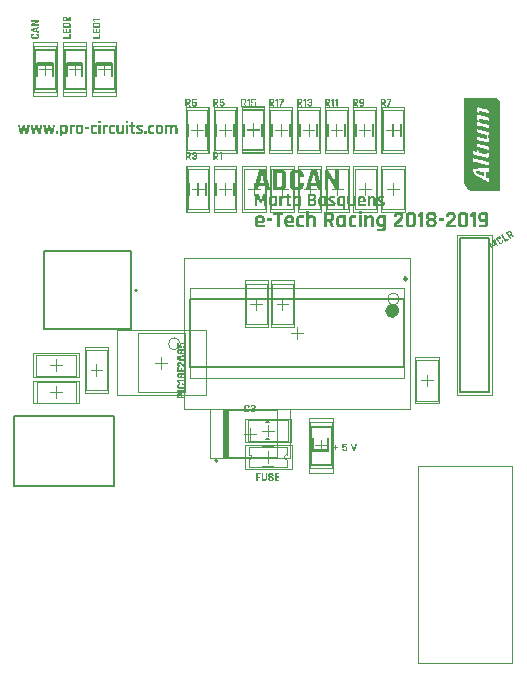
<source format=gto>
G04*
G04 #@! TF.GenerationSoftware,Altium Limited,Altium Designer,19.1.8 (144)*
G04*
G04 Layer_Color=65535*
%FSLAX44Y44*%
%MOMM*%
G71*
G01*
G75*
%ADD10C,0.2000*%
%ADD11C,0.6000*%
%ADD12C,0.2500*%
%ADD13C,0.0254*%
%ADD14C,0.1000*%
%ADD15R,1.3000X0.2040*%
%ADD16R,1.3000X0.2040*%
%ADD17R,0.6187X3.9500*%
%ADD18C,0.0500*%
G36*
X490728Y517285D02*
X491172Y517211D01*
X491727Y517063D01*
X492246Y516878D01*
X492764Y516582D01*
X493246Y516211D01*
X493283Y516174D01*
X493431Y515989D01*
X493616Y515767D01*
X493838Y515397D01*
X494023Y514952D01*
X494209Y514397D01*
X494357Y513767D01*
X494394Y513027D01*
Y511767D01*
Y511730D01*
Y511693D01*
X494320Y511471D01*
X494246Y511360D01*
X494134Y511286D01*
X493986Y511212D01*
X493801Y511175D01*
X491505D01*
X491320Y511249D01*
X491209Y511323D01*
X491098Y511434D01*
X491061Y511582D01*
X491024Y511767D01*
Y512878D01*
Y512915D01*
Y513027D01*
Y513175D01*
X490987Y513360D01*
X490876Y513730D01*
X490765Y513915D01*
X490653Y514063D01*
X490579Y514137D01*
X490505Y514174D01*
X490357Y514249D01*
X490209Y514323D01*
X489987Y514360D01*
X489728Y514434D01*
X487357D01*
X487172Y514397D01*
X486765Y514286D01*
X486580Y514174D01*
X486432Y514063D01*
X486395Y513989D01*
X486320Y513915D01*
X486283Y513804D01*
X486209Y513619D01*
X486135Y513434D01*
X486098Y513175D01*
Y512878D01*
Y504731D01*
Y504694D01*
Y504583D01*
X486135Y504435D01*
Y504250D01*
X486246Y503842D01*
X486320Y503657D01*
X486432Y503509D01*
X486506Y503472D01*
X486580Y503398D01*
X486728Y503361D01*
X486876Y503287D01*
X487098Y503213D01*
X487320Y503176D01*
X489580D01*
X489728Y503213D01*
X489913D01*
X490320Y503324D01*
X490505Y503398D01*
X490653Y503509D01*
Y503546D01*
X490728Y503583D01*
X490765Y503657D01*
X490839Y503805D01*
X490913Y503953D01*
X490950Y504175D01*
X491024Y504435D01*
Y504731D01*
Y505842D01*
Y505879D01*
Y505953D01*
X491098Y506138D01*
X491172Y506249D01*
X491246Y506361D01*
X491394Y506398D01*
X491579Y506435D01*
X493912D01*
X494098Y506361D01*
X494209Y506286D01*
X494320Y506175D01*
X494357Y506027D01*
X494394Y505842D01*
Y504583D01*
Y504546D01*
Y504509D01*
Y504398D01*
Y504250D01*
X494320Y503879D01*
X494246Y503398D01*
X494098Y502879D01*
X493912Y502361D01*
X493616Y501842D01*
X493246Y501361D01*
X493209Y501324D01*
X493024Y501176D01*
X492764Y501028D01*
X492394Y500806D01*
X491950Y500620D01*
X491394Y500435D01*
X490728Y500287D01*
X489987Y500250D01*
X486913D01*
X486765Y500287D01*
X486358Y500324D01*
X485913Y500398D01*
X485358Y500509D01*
X484839Y500731D01*
X484321Y500991D01*
X483839Y501361D01*
X483802Y501398D01*
X483654Y501583D01*
X483469Y501842D01*
X483284Y502176D01*
X483062Y502620D01*
X482877Y503176D01*
X482728Y503842D01*
X482691Y504583D01*
Y513027D01*
Y513064D01*
Y513138D01*
Y513212D01*
X482728Y513360D01*
X482765Y513767D01*
X482839Y514212D01*
X482988Y514730D01*
X483173Y515285D01*
X483469Y515804D01*
X483839Y516248D01*
X483876Y516285D01*
X484062Y516433D01*
X484321Y516619D01*
X484691Y516804D01*
X485135Y517026D01*
X485691Y517174D01*
X486358Y517322D01*
X487098Y517359D01*
X490320D01*
X490728Y517285D01*
D02*
G37*
G36*
X524020D02*
X524094Y517211D01*
X524206Y517137D01*
X524243Y516989D01*
X524280Y516804D01*
Y500806D01*
Y500769D01*
Y500731D01*
X524206Y500546D01*
X524131Y500435D01*
X524057Y500324D01*
X523909Y500287D01*
X523724Y500250D01*
X521650D01*
X521428Y500324D01*
X521169Y500472D01*
X521021Y500583D01*
X520910Y500769D01*
X515577Y510693D01*
X515466D01*
Y500806D01*
Y500769D01*
Y500731D01*
X515392Y500546D01*
X515317Y500435D01*
X515243Y500324D01*
X515095Y500287D01*
X514910Y500250D01*
X512614D01*
X512429Y500324D01*
X512318Y500398D01*
X512207Y500472D01*
X512170Y500620D01*
X512133Y500806D01*
Y516804D01*
Y516841D01*
Y516878D01*
X512207Y517100D01*
X512281Y517174D01*
X512355Y517285D01*
X512503Y517322D01*
X512688Y517359D01*
X514799D01*
X515021Y517322D01*
X515280Y517211D01*
X515392Y517100D01*
X515466Y516989D01*
X520835Y506916D01*
X520947D01*
Y516804D01*
Y516841D01*
Y516878D01*
X521021Y517100D01*
X521095Y517174D01*
X521169Y517285D01*
X521317Y517322D01*
X521502Y517359D01*
X523798D01*
X524020Y517285D01*
D02*
G37*
G36*
X505133D02*
X505244Y517211D01*
X505393Y517137D01*
X505504Y516989D01*
X505578Y516804D01*
X509763Y500806D01*
Y500769D01*
X509800Y500731D01*
Y500546D01*
X509763Y500435D01*
X509725Y500324D01*
X509614Y500287D01*
X509466Y500250D01*
X506763D01*
X506615Y500287D01*
X506504Y500361D01*
Y500398D01*
X506430Y500472D01*
X506393Y500583D01*
X506319Y500806D01*
X505578Y503731D01*
X500393D01*
X499652Y500806D01*
Y500769D01*
X499616Y500620D01*
X499541Y500472D01*
X499467Y500361D01*
X499430D01*
X499393Y500324D01*
X499282Y500287D01*
X499097Y500250D01*
X496431D01*
X496283Y500324D01*
X496208Y500398D01*
X496171Y500472D01*
Y500620D01*
X496208Y500806D01*
X500430Y516804D01*
Y516841D01*
X500467Y516878D01*
X500615Y517100D01*
X500838Y517285D01*
X501023Y517322D01*
X501208Y517359D01*
X504874D01*
X505133Y517285D01*
D02*
G37*
G36*
X476062D02*
X476544Y517211D01*
X477062Y517063D01*
X477581Y516878D01*
X478099Y516582D01*
X478581Y516211D01*
X478618Y516174D01*
X478766Y515989D01*
X478951Y515767D01*
X479173Y515397D01*
X479395Y514952D01*
X479580Y514397D01*
X479729Y513767D01*
X479766Y513027D01*
Y504583D01*
Y504546D01*
Y504509D01*
Y504398D01*
Y504250D01*
X479692Y503879D01*
X479618Y503398D01*
X479469Y502879D01*
X479284Y502361D01*
X478988Y501842D01*
X478581Y501361D01*
X478544Y501324D01*
X478358Y501176D01*
X478099Y501028D01*
X477766Y500806D01*
X477284Y500620D01*
X476729Y500435D01*
X476099Y500287D01*
X475359Y500250D01*
X468693D01*
X468508Y500324D01*
X468396Y500398D01*
X468285Y500472D01*
X468248Y500620D01*
X468211Y500806D01*
Y516804D01*
Y516841D01*
Y516878D01*
X468285Y517100D01*
X468359Y517174D01*
X468433Y517285D01*
X468582Y517322D01*
X468767Y517359D01*
X475692D01*
X476062Y517285D01*
D02*
G37*
G36*
X461212D02*
X461323Y517211D01*
X461471Y517137D01*
X461582Y516989D01*
X461656Y516804D01*
X465841Y500806D01*
Y500769D01*
X465878Y500731D01*
Y500546D01*
X465841Y500435D01*
X465804Y500324D01*
X465693Y500287D01*
X465545Y500250D01*
X462841D01*
X462693Y500287D01*
X462582Y500361D01*
Y500398D01*
X462508Y500472D01*
X462471Y500583D01*
X462397Y500806D01*
X461656Y503731D01*
X456472D01*
X455731Y500806D01*
Y500769D01*
X455694Y500620D01*
X455620Y500472D01*
X455546Y500361D01*
X455509D01*
X455472Y500324D01*
X455361Y500287D01*
X455176Y500250D01*
X452509D01*
X452361Y500324D01*
X452287Y500398D01*
X452250Y500472D01*
Y500620D01*
X452287Y500806D01*
X456509Y516804D01*
Y516841D01*
X456546Y516878D01*
X456694Y517100D01*
X456916Y517285D01*
X457101Y517322D01*
X457286Y517359D01*
X460953D01*
X461212Y517285D01*
D02*
G37*
G36*
X345814Y558478D02*
X345921Y558393D01*
X345942Y558329D01*
X345963Y558222D01*
Y556881D01*
Y556860D01*
Y556839D01*
X345921Y556732D01*
X345836Y556605D01*
X345772Y556583D01*
X345665Y556562D01*
X344282D01*
X344175Y556605D01*
X344112Y556647D01*
X344069Y556690D01*
X344048Y556775D01*
X344026Y556881D01*
Y558201D01*
Y558222D01*
Y558244D01*
X344069Y558371D01*
X344154Y558478D01*
X344218Y558499D01*
X344324Y558520D01*
X345708D01*
X345814Y558478D01*
D02*
G37*
G36*
X322358Y558478D02*
X322464Y558393D01*
X322486Y558329D01*
X322507Y558222D01*
Y556881D01*
Y556860D01*
Y556839D01*
X322464Y556732D01*
X322379Y556605D01*
X322315Y556583D01*
X322209Y556562D01*
X320826D01*
X320719Y556605D01*
X320655Y556647D01*
X320613Y556690D01*
X320591Y556775D01*
X320570Y556881D01*
Y558201D01*
Y558222D01*
Y558244D01*
X320613Y558371D01*
X320698Y558478D01*
X320762Y558499D01*
X320868Y558520D01*
X322252D01*
X322358Y558478D01*
D02*
G37*
G36*
X292750Y555519D02*
X293006Y555476D01*
X293282Y555391D01*
X293580Y555285D01*
X293857Y555115D01*
X294113Y554902D01*
X294134Y554881D01*
X294219Y554774D01*
X294304Y554646D01*
X294432Y554434D01*
X294538Y554178D01*
X294645Y553859D01*
X294709Y553476D01*
X294730Y553050D01*
Y550240D01*
Y550219D01*
Y550198D01*
Y550134D01*
Y550049D01*
X294709Y549815D01*
X294645Y549559D01*
X294581Y549261D01*
X294474Y548942D01*
X294325Y548644D01*
X294113Y548389D01*
X294091Y548367D01*
X294006Y548282D01*
X293857Y548197D01*
X293666Y548069D01*
X293410Y547963D01*
X293112Y547856D01*
X292750Y547771D01*
X292346Y547750D01*
X291622D01*
X291537Y547771D01*
X291409D01*
X291133Y547835D01*
X290792Y547942D01*
X290771D01*
X290728Y547984D01*
X290643Y548027D01*
X290558Y548091D01*
X290366Y548282D01*
X290281Y548410D01*
X290196Y548559D01*
X290154D01*
Y545983D01*
Y545962D01*
Y545941D01*
X290111Y545834D01*
X290068Y545770D01*
X290005Y545728D01*
X289919Y545707D01*
X289813Y545685D01*
X288472D01*
X288366Y545728D01*
X288238Y545813D01*
X288217Y545877D01*
X288195Y545983D01*
Y555242D01*
Y555264D01*
Y555285D01*
X288238Y555413D01*
X288280Y555455D01*
X288323Y555519D01*
X288408Y555540D01*
X288515Y555562D01*
X289877D01*
X289983Y555519D01*
X290047Y555476D01*
X290111Y555434D01*
X290132Y555349D01*
X290154Y555242D01*
Y554732D01*
X290196D01*
Y554753D01*
X290239Y554795D01*
X290281Y554881D01*
X290345Y554966D01*
X290409Y555051D01*
X290515Y555157D01*
X290643Y555264D01*
X290792Y555349D01*
X290813D01*
X290877Y555391D01*
X290962Y555413D01*
X291069Y555455D01*
X291218Y555498D01*
X291367Y555519D01*
X291707Y555562D01*
X292537D01*
X292750Y555519D01*
D02*
G37*
G36*
X328488Y555519D02*
X328552Y555477D01*
X328595Y555434D01*
X328616Y555349D01*
X328637Y555242D01*
Y554178D01*
Y554157D01*
Y554072D01*
X328616Y553987D01*
X328573Y553923D01*
X328552D01*
X328531Y553901D01*
X328446Y553880D01*
X327232D01*
X327105Y553859D01*
X326956Y553816D01*
X326764Y553731D01*
X326572Y553582D01*
X326466Y553497D01*
X326402Y553369D01*
X326338Y553220D01*
X326274Y553071D01*
X326253Y552880D01*
X326232Y552667D01*
Y548069D01*
Y548048D01*
Y548027D01*
X326189Y547920D01*
X326147Y547856D01*
X326083Y547793D01*
X325998Y547771D01*
X325891Y547750D01*
X324550Y547750D01*
X324444Y547793D01*
X324380Y547835D01*
X324316Y547878D01*
X324295Y547963D01*
X324274Y548069D01*
Y555242D01*
Y555264D01*
Y555285D01*
X324316Y555413D01*
X324359Y555455D01*
X324401Y555519D01*
X324487Y555540D01*
X324593Y555562D01*
X325955Y555562D01*
X326062Y555519D01*
X326125Y555477D01*
X326189Y555434D01*
X326211Y555349D01*
X326232Y555242D01*
Y554710D01*
X326274D01*
Y554732D01*
X326317Y554774D01*
X326360Y554859D01*
X326423Y554944D01*
X326487Y555051D01*
X326594Y555157D01*
X326721Y555264D01*
X326870Y555349D01*
X326892D01*
X326956Y555391D01*
X327041Y555413D01*
X327147Y555455D01*
X327296Y555498D01*
X327445Y555519D01*
X327786Y555562D01*
X328382D01*
X328488Y555519D01*
D02*
G37*
G36*
X300477Y555519D02*
X300541Y555476D01*
X300583Y555434D01*
X300605Y555349D01*
X300626Y555242D01*
Y554178D01*
Y554157D01*
Y554072D01*
X300605Y553987D01*
X300562Y553923D01*
X300541D01*
X300519Y553901D01*
X300434Y553880D01*
X299221D01*
X299093Y553859D01*
X298944Y553816D01*
X298753Y553731D01*
X298561Y553582D01*
X298455Y553497D01*
X298391Y553369D01*
X298327Y553220D01*
X298263Y553071D01*
X298242Y552880D01*
X298221Y552667D01*
Y548069D01*
Y548048D01*
Y548027D01*
X298178Y547920D01*
X298136Y547856D01*
X298072Y547793D01*
X297987Y547771D01*
X297880Y547750D01*
X296539D01*
X296433Y547793D01*
X296369Y547835D01*
X296305Y547878D01*
X296284Y547963D01*
X296262Y548069D01*
Y555242D01*
Y555264D01*
Y555285D01*
X296305Y555413D01*
X296348Y555455D01*
X296390Y555519D01*
X296475Y555540D01*
X296582Y555562D01*
X297944D01*
X298050Y555519D01*
X298114Y555476D01*
X298178Y555434D01*
X298199Y555349D01*
X298221Y555242D01*
Y554710D01*
X298263D01*
Y554732D01*
X298306Y554774D01*
X298348Y554859D01*
X298412Y554944D01*
X298476Y555051D01*
X298582Y555157D01*
X298710Y555264D01*
X298859Y555349D01*
X298881D01*
X298944Y555391D01*
X299030Y555413D01*
X299136Y555455D01*
X299285Y555498D01*
X299434Y555519D01*
X299774Y555562D01*
X300370D01*
X300477Y555519D01*
D02*
G37*
G36*
X385681Y555519D02*
X385937Y555477D01*
X386214Y555391D01*
X386512Y555285D01*
X386788Y555115D01*
X387044Y554902D01*
X387065Y554881D01*
X387150Y554774D01*
X387235Y554646D01*
X387363Y554434D01*
X387469Y554178D01*
X387576Y553859D01*
X387640Y553476D01*
X387661Y553050D01*
Y548069D01*
Y548048D01*
Y548027D01*
X387618Y547920D01*
X387576Y547856D01*
X387533Y547793D01*
X387448Y547771D01*
X387342Y547750D01*
X386001D01*
X385894Y547793D01*
X385830Y547835D01*
X385767Y547878D01*
X385745Y547963D01*
X385724Y548069D01*
Y552965D01*
Y552986D01*
Y553050D01*
Y553135D01*
X385703Y553242D01*
X385639Y553476D01*
X385575Y553582D01*
X385511Y553667D01*
X385469Y553710D01*
X385426Y553731D01*
X385362Y553774D01*
X385256Y553816D01*
X385149Y553838D01*
X385000Y553880D01*
X384404D01*
X384277Y553859D01*
X384106Y553816D01*
X383915Y553731D01*
X383723Y553582D01*
X383553Y553369D01*
X383489Y553242D01*
X383425Y553093D01*
X383404Y552901D01*
X383383Y552688D01*
Y548069D01*
Y548048D01*
Y548027D01*
X383340Y547920D01*
X383298Y547856D01*
X383255Y547793D01*
X383170Y547771D01*
X383063Y547750D01*
X381722D01*
X381616Y547793D01*
X381552Y547835D01*
X381488Y547878D01*
X381467Y547963D01*
X381446Y548069D01*
Y552965D01*
Y552986D01*
Y553050D01*
Y553135D01*
X381424Y553242D01*
X381361Y553476D01*
X381297Y553582D01*
X381233Y553667D01*
X381190Y553710D01*
X381148Y553731D01*
X381084Y553774D01*
X380978Y553816D01*
X380871Y553838D01*
X380722Y553880D01*
X380020D01*
X379892Y553859D01*
X379743Y553816D01*
X379551Y553731D01*
X379360Y553604D01*
X379189Y553391D01*
X379126Y553263D01*
X379062Y553093D01*
X379040Y552922D01*
X379019Y552710D01*
Y548069D01*
Y548048D01*
Y548027D01*
X378977Y547920D01*
X378934Y547856D01*
X378870Y547793D01*
X378785Y547771D01*
X378679Y547750D01*
X377338D01*
X377231Y547793D01*
X377167Y547835D01*
X377104Y547878D01*
X377082Y547963D01*
X377061Y548069D01*
Y555242D01*
Y555264D01*
Y555285D01*
X377104Y555413D01*
X377146Y555455D01*
X377189Y555519D01*
X377274Y555540D01*
X377380Y555562D01*
X378742D01*
X378849Y555519D01*
X378913Y555477D01*
X378977Y555434D01*
X378998Y555349D01*
X379019Y555242D01*
Y554732D01*
X379062D01*
Y554753D01*
X379104Y554795D01*
X379147Y554859D01*
X379211Y554944D01*
X379402Y555136D01*
X379530Y555242D01*
X379679Y555328D01*
X379700Y555349D01*
X379764Y555370D01*
X379849Y555413D01*
X379977Y555455D01*
X380126Y555498D01*
X380296Y555519D01*
X380488Y555562D01*
X381254D01*
X381339Y555540D01*
X381573Y555519D01*
X381871Y555434D01*
X382191Y555328D01*
X382510Y555157D01*
X382787Y554902D01*
X382936Y554753D01*
X383042Y554583D01*
Y554604D01*
X383063Y554625D01*
X383149Y554732D01*
X383276Y554902D01*
X383468Y555072D01*
X383702Y555242D01*
X384021Y555413D01*
X384383Y555519D01*
X384596Y555562D01*
X385469D01*
X385681Y555519D01*
D02*
G37*
G36*
X312567Y553369D02*
X312609Y553327D01*
X312673Y553263D01*
X312694Y553178D01*
X312716Y553071D01*
Y552177D01*
Y552156D01*
Y552135D01*
X312673Y552007D01*
X312631Y551943D01*
X312588Y551901D01*
X312503Y551858D01*
X312397Y551837D01*
X309438D01*
X309331Y551879D01*
X309268Y551922D01*
X309204Y551986D01*
X309182Y552071D01*
X309161Y552177D01*
Y553071D01*
Y553093D01*
Y553135D01*
X309204Y553242D01*
X309246Y553305D01*
X309289Y553369D01*
X309374Y553391D01*
X309480Y553412D01*
X312439D01*
X312567Y553369D01*
D02*
G37*
G36*
X283811Y555519D02*
X283853Y555476D01*
X283896Y555434D01*
Y555349D01*
Y555242D01*
X282363Y548069D01*
Y548048D01*
X282342Y548027D01*
X282299Y547920D01*
X282193Y547793D01*
X282108Y547771D01*
X282001Y547750D01*
X280192D01*
X280086Y547793D01*
X280022Y547835D01*
X279958Y547878D01*
X279915Y547963D01*
X279873Y548069D01*
X278936Y553242D01*
X278808D01*
X277893Y548069D01*
Y548048D01*
X277872Y548027D01*
X277829Y547920D01*
X277723Y547793D01*
X277638Y547771D01*
X277531Y547750D01*
X275743D01*
X275637Y547793D01*
X275573Y547835D01*
X275509Y547878D01*
X275467Y547963D01*
X275424Y548069D01*
X273892Y555242D01*
Y555264D01*
Y555285D01*
Y555413D01*
X273913Y555455D01*
X273955Y555519D01*
X274019Y555540D01*
X274104Y555562D01*
X275637D01*
X275765Y555519D01*
X275829Y555476D01*
X275892Y555434D01*
X275935Y555349D01*
X275956Y555242D01*
X276637Y549985D01*
X276765D01*
X277851Y555242D01*
Y555264D01*
X277872Y555285D01*
X277915Y555413D01*
X278021Y555519D01*
X278106Y555540D01*
X278213Y555562D01*
X279596D01*
X279724Y555519D01*
X279788Y555476D01*
X279851Y555434D01*
X279894Y555349D01*
X279937Y555242D01*
X281001Y549985D01*
X281107D01*
X281831Y555242D01*
Y555264D01*
X281852Y555285D01*
X281895Y555413D01*
X282001Y555519D01*
X282086Y555540D01*
X282193Y555562D01*
X283704D01*
X283811Y555519D01*
D02*
G37*
G36*
X273147D02*
X273189Y555476D01*
X273232Y555434D01*
Y555349D01*
Y555242D01*
X271699Y548069D01*
Y548048D01*
X271678Y548027D01*
X271635Y547920D01*
X271529Y547793D01*
X271444Y547771D01*
X271337Y547750D01*
X269528D01*
X269422Y547793D01*
X269358Y547835D01*
X269294Y547878D01*
X269251Y547963D01*
X269209Y548069D01*
X268272Y553242D01*
X268145D01*
X267229Y548069D01*
Y548048D01*
X267208Y548027D01*
X267166Y547920D01*
X267059Y547793D01*
X266974Y547771D01*
X266868Y547750D01*
X265080D01*
X264973Y547793D01*
X264909Y547835D01*
X264845Y547878D01*
X264803Y547963D01*
X264760Y548069D01*
X263228Y555242D01*
Y555264D01*
Y555285D01*
Y555413D01*
X263249Y555455D01*
X263292Y555519D01*
X263356Y555540D01*
X263441Y555562D01*
X264973D01*
X265101Y555519D01*
X265165Y555476D01*
X265229Y555434D01*
X265271Y555349D01*
X265292Y555242D01*
X265973Y549985D01*
X266101D01*
X267187Y555242D01*
Y555264D01*
X267208Y555285D01*
X267251Y555413D01*
X267357Y555519D01*
X267442Y555540D01*
X267549Y555562D01*
X268932D01*
X269060Y555519D01*
X269124Y555476D01*
X269188Y555434D01*
X269230Y555349D01*
X269273Y555242D01*
X270337Y549985D01*
X270443D01*
X271167Y555242D01*
Y555264D01*
X271188Y555285D01*
X271231Y555413D01*
X271337Y555519D01*
X271423Y555540D01*
X271529Y555562D01*
X273040D01*
X273147Y555519D01*
D02*
G37*
G36*
X262483D02*
X262525Y555476D01*
X262568Y555434D01*
Y555349D01*
Y555242D01*
X261035Y548069D01*
Y548048D01*
X261014Y548027D01*
X260972Y547920D01*
X260865Y547793D01*
X260780Y547771D01*
X260674Y547750D01*
X258864D01*
X258758Y547793D01*
X258694Y547835D01*
X258630Y547878D01*
X258588Y547963D01*
X258545Y548069D01*
X257609Y553242D01*
X257481D01*
X256565Y548069D01*
Y548048D01*
X256544Y548027D01*
X256502Y547920D01*
X256395Y547793D01*
X256310Y547771D01*
X256204Y547750D01*
X254416D01*
X254309Y547793D01*
X254245Y547835D01*
X254181Y547878D01*
X254139Y547963D01*
X254096Y548069D01*
X252564Y555242D01*
Y555264D01*
Y555285D01*
Y555413D01*
X252585Y555455D01*
X252628Y555519D01*
X252692Y555540D01*
X252777Y555562D01*
X254309D01*
X254437Y555519D01*
X254501Y555476D01*
X254565Y555434D01*
X254607Y555349D01*
X254629Y555242D01*
X255310Y549985D01*
X255437D01*
X256523Y555242D01*
Y555264D01*
X256544Y555285D01*
X256587Y555413D01*
X256693Y555519D01*
X256778Y555540D01*
X256885Y555562D01*
X258268D01*
X258396Y555519D01*
X258460Y555476D01*
X258524Y555434D01*
X258566Y555349D01*
X258609Y555242D01*
X259673Y549985D01*
X259779D01*
X260503Y555242D01*
Y555264D01*
X260525Y555285D01*
X260567Y555413D01*
X260674Y555519D01*
X260759Y555540D01*
X260865Y555562D01*
X262376D01*
X262483Y555519D01*
D02*
G37*
G36*
X342089Y555519D02*
X342132Y555477D01*
X342196Y555434D01*
X342217Y555349D01*
X342238Y555242D01*
Y548069D01*
Y548048D01*
Y548027D01*
X342196Y547920D01*
X342153Y547856D01*
X342111Y547793D01*
X342026Y547771D01*
X341919Y547750D01*
X340578D01*
X340472Y547793D01*
X340408Y547835D01*
X340344Y547878D01*
X340323Y547963D01*
X340302Y548069D01*
Y548559D01*
X340238D01*
Y548538D01*
X340195Y548495D01*
X340153Y548410D01*
X340110Y548325D01*
X340025Y548240D01*
X339918Y548133D01*
X339791Y548027D01*
X339642Y547942D01*
X339620D01*
X339578Y547920D01*
X339493Y547878D01*
X339365Y547856D01*
X339237Y547814D01*
X339088Y547771D01*
X338748Y547750D01*
X338130D01*
X338045Y547771D01*
X337832Y547793D01*
X337577Y547835D01*
X337279Y547899D01*
X336981Y548027D01*
X336704Y548176D01*
X336449Y548389D01*
X336427Y548410D01*
X336364Y548516D01*
X336257Y548665D01*
X336151Y548857D01*
X336044Y549112D01*
X335938Y549432D01*
X335874Y549815D01*
X335853Y550240D01*
Y555242D01*
Y555264D01*
Y555285D01*
X335895Y555413D01*
X335938Y555455D01*
X335981Y555519D01*
X336066Y555540D01*
X336172Y555562D01*
X337513D01*
X337641Y555519D01*
X337683Y555477D01*
X337747Y555434D01*
X337769Y555349D01*
X337790Y555242D01*
Y550326D01*
Y550304D01*
Y550240D01*
X337811Y550155D01*
Y550049D01*
X337875Y549815D01*
X337918Y549708D01*
X337981Y549623D01*
X338003D01*
X338024Y549602D01*
X338066Y549559D01*
X338152Y549538D01*
X338237Y549495D01*
X338364Y549453D01*
X338513Y549432D01*
X339280D01*
X339408Y549453D01*
X339578Y549495D01*
X339769Y549581D01*
X339961Y549708D01*
X340131Y549921D01*
X340195Y550049D01*
X340259Y550198D01*
X340280Y550389D01*
X340302Y550581D01*
Y555242D01*
Y555264D01*
Y555285D01*
X340344Y555413D01*
X340387Y555455D01*
X340429Y555519D01*
X340514Y555540D01*
X340621Y555562D01*
X341962D01*
X342089Y555519D01*
D02*
G37*
G36*
X373421D02*
X373698Y555477D01*
X373996Y555391D01*
X374294Y555285D01*
X374592Y555115D01*
X374869Y554902D01*
X374890Y554881D01*
X374975Y554774D01*
X375081Y554646D01*
X375209Y554434D01*
X375337Y554178D01*
X375443Y553859D01*
X375528Y553476D01*
X375550Y553050D01*
Y550240D01*
Y550219D01*
Y550198D01*
Y550134D01*
Y550049D01*
X375507Y549836D01*
X375465Y549559D01*
X375379Y549261D01*
X375273Y548963D01*
X375103Y548665D01*
X374869Y548389D01*
X374847Y548367D01*
X374741Y548282D01*
X374592Y548197D01*
X374400Y548069D01*
X374124Y547963D01*
X373804Y547856D01*
X373442Y547771D01*
X373017Y547750D01*
X371548D01*
X371463Y547771D01*
X371229Y547793D01*
X370973Y547835D01*
X370654Y547899D01*
X370356Y548027D01*
X370058Y548176D01*
X369781Y548389D01*
X369760Y548410D01*
X369675Y548516D01*
X369569Y548665D01*
X369462Y548857D01*
X369334Y549112D01*
X369228Y549432D01*
X369143Y549815D01*
X369122Y550240D01*
Y553050D01*
Y553071D01*
Y553114D01*
Y553157D01*
X369143Y553242D01*
X369164Y553476D01*
X369207Y553731D01*
X369292Y554029D01*
X369398Y554348D01*
X369569Y554646D01*
X369781Y554902D01*
X369803Y554923D01*
X369909Y555008D01*
X370058Y555115D01*
X370271Y555242D01*
X370526Y555349D01*
X370846Y555455D01*
X371229Y555540D01*
X371655Y555562D01*
X373208D01*
X373421Y555519D01*
D02*
G37*
G36*
X367802D02*
X367845Y555477D01*
X367908Y555434D01*
X367930Y555349D01*
X367951Y555242D01*
Y554178D01*
Y554157D01*
Y554093D01*
X367930Y554008D01*
X367887Y553944D01*
X367866D01*
X367823Y553923D01*
X367759Y553901D01*
X367632Y553880D01*
X365503D01*
X365397Y553859D01*
X365163Y553795D01*
X365056Y553731D01*
X364971Y553667D01*
X364928Y553625D01*
X364907Y553582D01*
X364865Y553497D01*
X364822Y553412D01*
X364801Y553284D01*
X364758Y553135D01*
Y552965D01*
Y550326D01*
Y550304D01*
Y550240D01*
X364779Y550155D01*
Y550049D01*
X364843Y549815D01*
X364907Y549708D01*
X364971Y549623D01*
X365014Y549602D01*
X365056Y549559D01*
X365141Y549538D01*
X365226Y549495D01*
X365354Y549453D01*
X365482Y549432D01*
X367674D01*
X367802Y549389D01*
X367845Y549346D01*
X367908Y549304D01*
X367930Y549219D01*
X367951Y549112D01*
Y548048D01*
Y548027D01*
Y547963D01*
X367930Y547878D01*
X367887Y547814D01*
X367866D01*
X367823Y547793D01*
X367759Y547771D01*
X367632Y547750D01*
X365248D01*
X365163Y547771D01*
X364928Y547793D01*
X364673Y547835D01*
X364354Y547899D01*
X364056Y548027D01*
X363758Y548176D01*
X363481Y548389D01*
X363460Y548410D01*
X363375Y548516D01*
X363268Y548665D01*
X363162Y548857D01*
X363034Y549112D01*
X362928Y549432D01*
X362842Y549815D01*
X362821Y550240D01*
Y553050D01*
Y553071D01*
Y553114D01*
Y553157D01*
X362842Y553242D01*
X362864Y553476D01*
X362906Y553731D01*
X362991Y554029D01*
X363098Y554348D01*
X363268Y554646D01*
X363481Y554902D01*
X363502Y554923D01*
X363609Y555008D01*
X363758Y555115D01*
X363971Y555242D01*
X364226Y555349D01*
X364545Y555455D01*
X364928Y555540D01*
X365354Y555562D01*
X367674D01*
X367802Y555519D01*
D02*
G37*
G36*
X361395Y550198D02*
X361502Y550113D01*
X361523Y550049D01*
X361544Y549942D01*
Y548069D01*
Y548048D01*
Y548027D01*
X361502Y547920D01*
X361416Y547793D01*
X361353Y547771D01*
X361246Y547750D01*
X359841D01*
X359735Y547793D01*
X359671Y547835D01*
X359628Y547878D01*
X359607Y547963D01*
X359586Y548069D01*
Y549921D01*
Y549942D01*
Y549964D01*
X359628Y550091D01*
X359714Y550198D01*
X359777Y550219D01*
X359884Y550240D01*
X361289D01*
X361395Y550198D01*
D02*
G37*
G36*
X357904Y555519D02*
X357947Y555477D01*
X358011Y555434D01*
X358032Y555349D01*
X358053Y555242D01*
Y554242D01*
Y554221D01*
Y554157D01*
X358032Y554072D01*
X357990Y553987D01*
X357968D01*
X357926Y553965D01*
X357862Y553944D01*
X357734Y553923D01*
X355499D01*
X355371Y553901D01*
X355244Y553880D01*
X355095Y553838D01*
X354988Y553753D01*
X354903Y553667D01*
X354860Y553540D01*
Y553476D01*
Y553455D01*
X354882Y553412D01*
X354903Y553348D01*
X354946Y553263D01*
X355031Y553157D01*
X355137Y553029D01*
X355308Y552901D01*
X355520Y552773D01*
X357053Y551858D01*
X357095Y551837D01*
X357181Y551794D01*
X357330Y551709D01*
X357500Y551581D01*
X357862Y551305D01*
X358032Y551156D01*
X358181Y550985D01*
X358202Y550964D01*
X358224Y550900D01*
X358287Y550815D01*
X358351Y550666D01*
X358394Y550496D01*
X358458Y550304D01*
X358479Y550049D01*
X358500Y549793D01*
Y549772D01*
Y549708D01*
X358479Y549602D01*
X358458Y549474D01*
X358436Y549325D01*
X358373Y549155D01*
X358309Y548963D01*
X358202Y548772D01*
X358075Y548580D01*
X357904Y548389D01*
X357713Y548218D01*
X357479Y548069D01*
X357202Y547942D01*
X356883Y547835D01*
X356521Y547771D01*
X356095Y547750D01*
X353136D01*
X353030Y547793D01*
X352966Y547835D01*
X352924Y547878D01*
X352902Y547963D01*
X352881Y548069D01*
Y549048D01*
Y549070D01*
Y549134D01*
X352902Y549219D01*
X352945Y549283D01*
X352966Y549304D01*
X353009Y549325D01*
X353073Y549346D01*
X355882D01*
X355989Y549368D01*
X356138Y549410D01*
X356265Y549453D01*
X356393Y549538D01*
X356478Y549666D01*
X356499Y549815D01*
Y549879D01*
Y549900D01*
Y549942D01*
X356457Y550028D01*
X356414Y550113D01*
X356351Y550219D01*
X356223Y550347D01*
X356074Y550453D01*
X355861Y550581D01*
X354350Y551432D01*
X354307Y551454D01*
X354222Y551496D01*
X354073Y551581D01*
X353903Y551688D01*
X353541Y551964D01*
X353349Y552113D01*
X353200Y552284D01*
X353179Y552305D01*
X353136Y552369D01*
X353094Y552475D01*
X353030Y552603D01*
X352945Y552773D01*
X352902Y552986D01*
X352860Y553220D01*
X352838Y553476D01*
Y553497D01*
Y553518D01*
Y553646D01*
X352860Y553838D01*
X352902Y554072D01*
X352966Y554327D01*
X353073Y554583D01*
X353200Y554838D01*
X353392Y555051D01*
X353413Y555072D01*
X353498Y555136D01*
X353647Y555221D01*
X353839Y555306D01*
X354073Y555391D01*
X354392Y555477D01*
X354754Y555540D01*
X355180Y555562D01*
X357777D01*
X357904Y555519D01*
D02*
G37*
G36*
X349859Y557456D02*
X349901Y557413D01*
X349965Y557371D01*
X349986Y557286D01*
X350008Y557179D01*
Y555732D01*
Y555711D01*
X350029Y555647D01*
X350093Y555583D01*
X350199Y555562D01*
X351434D01*
X351561Y555519D01*
X351604Y555477D01*
X351668Y555434D01*
X351689Y555349D01*
X351710Y555242D01*
Y554178D01*
Y554157D01*
Y554093D01*
X351689Y554008D01*
X351646Y553944D01*
X351625D01*
X351583Y553923D01*
X351519Y553901D01*
X351391Y553880D01*
X350178D01*
X350114Y553859D01*
X350029Y553816D01*
X350008Y553710D01*
Y550304D01*
Y550283D01*
Y550219D01*
X350029Y550155D01*
Y550049D01*
X350093Y549815D01*
X350157Y549708D01*
X350220Y549623D01*
X350242D01*
X350263Y549602D01*
X350327Y549559D01*
X350391Y549538D01*
X350497Y549495D01*
X350625Y549453D01*
X350774Y549432D01*
X351604D01*
X351710Y549389D01*
X351774Y549346D01*
X351838Y549304D01*
X351859Y549219D01*
X351881Y549112D01*
Y548048D01*
Y548027D01*
Y547963D01*
X351838Y547878D01*
X351796Y547814D01*
X351774D01*
X351732Y547793D01*
X351668Y547771D01*
X351540Y547750D01*
X350497D01*
X350412Y547771D01*
X350199Y547793D01*
X349922Y547835D01*
X349624Y547899D01*
X349305Y548027D01*
X349007Y548176D01*
X348730Y548389D01*
X348709Y548410D01*
X348624Y548516D01*
X348517Y548644D01*
X348411Y548857D01*
X348283Y549112D01*
X348177Y549432D01*
X348092Y549793D01*
X348071Y550219D01*
Y553710D01*
Y553731D01*
X348049Y553795D01*
X348007Y553859D01*
X347900Y553880D01*
X347198D01*
X347113Y553901D01*
X347028Y553923D01*
Y553944D01*
X347006Y553987D01*
X346985Y554050D01*
X346964Y554178D01*
Y555242D01*
Y555264D01*
Y555285D01*
X347006Y555413D01*
X347049Y555455D01*
X347091Y555519D01*
X347177Y555540D01*
X347283Y555562D01*
X347922D01*
X347985Y555583D01*
X348049Y555626D01*
X348071Y555732D01*
Y557179D01*
Y557201D01*
Y557222D01*
X348113Y557350D01*
X348156Y557392D01*
X348219Y557456D01*
X348305Y557477D01*
X348411Y557499D01*
X349731D01*
X349859Y557456D01*
D02*
G37*
G36*
X345814Y555519D02*
X345857Y555477D01*
X345921Y555434D01*
X345942Y555349D01*
X345963Y555242D01*
Y548069D01*
Y548027D01*
Y547963D01*
X345942Y547856D01*
X345900Y547793D01*
X345878D01*
X345857Y547771D01*
X345772Y547750D01*
X344303D01*
X344197Y547793D01*
X344133Y547835D01*
X344069Y547878D01*
X344048Y547963D01*
X344026Y548069D01*
Y555242D01*
Y555264D01*
Y555285D01*
X344069Y555413D01*
X344154Y555519D01*
X344218Y555540D01*
X344324Y555562D01*
X345687D01*
X345814Y555519D01*
D02*
G37*
G36*
X334448D02*
X334491Y555477D01*
X334554Y555434D01*
X334576Y555349D01*
X334597Y555242D01*
Y554178D01*
Y554157D01*
Y554093D01*
X334576Y554008D01*
X334533Y553944D01*
X334512D01*
X334469Y553923D01*
X334406Y553901D01*
X334278Y553880D01*
X332149D01*
X332043Y553859D01*
X331809Y553795D01*
X331702Y553731D01*
X331617Y553667D01*
X331575Y553625D01*
X331553Y553582D01*
X331511Y553497D01*
X331468Y553412D01*
X331447Y553284D01*
X331404Y553135D01*
Y552965D01*
Y550326D01*
Y550304D01*
Y550240D01*
X331426Y550155D01*
Y550049D01*
X331489Y549815D01*
X331553Y549708D01*
X331617Y549623D01*
X331660Y549602D01*
X331702Y549559D01*
X331787Y549538D01*
X331872Y549495D01*
X332000Y549453D01*
X332128Y549432D01*
X334320D01*
X334448Y549389D01*
X334491Y549346D01*
X334554Y549304D01*
X334576Y549219D01*
X334597Y549112D01*
Y548048D01*
Y548027D01*
Y547963D01*
X334576Y547878D01*
X334533Y547814D01*
X334512D01*
X334469Y547793D01*
X334406Y547771D01*
X334278Y547750D01*
X331894D01*
X331809Y547771D01*
X331575Y547793D01*
X331319Y547835D01*
X331000Y547899D01*
X330702Y548027D01*
X330404Y548176D01*
X330127Y548389D01*
X330106Y548410D01*
X330021Y548516D01*
X329914Y548665D01*
X329808Y548857D01*
X329680Y549112D01*
X329574Y549432D01*
X329489Y549815D01*
X329467Y550240D01*
Y553050D01*
Y553071D01*
Y553114D01*
Y553157D01*
X329489Y553242D01*
X329510Y553476D01*
X329552Y553731D01*
X329638Y554029D01*
X329744Y554348D01*
X329914Y554646D01*
X330127Y554902D01*
X330148Y554923D01*
X330255Y555008D01*
X330404Y555115D01*
X330617Y555242D01*
X330872Y555349D01*
X331191Y555455D01*
X331575Y555540D01*
X332000Y555562D01*
X334320D01*
X334448Y555519D01*
D02*
G37*
G36*
X322358Y555519D02*
X322401Y555476D01*
X322464Y555434D01*
X322486Y555349D01*
X322507Y555242D01*
Y548069D01*
Y548027D01*
Y547963D01*
X322486Y547856D01*
X322443Y547793D01*
X322422D01*
X322401Y547771D01*
X322315Y547750D01*
X320847D01*
X320740Y547793D01*
X320676Y547835D01*
X320613Y547878D01*
X320591Y547963D01*
X320570Y548069D01*
Y555242D01*
Y555264D01*
Y555285D01*
X320613Y555413D01*
X320698Y555519D01*
X320762Y555540D01*
X320868Y555562D01*
X322230D01*
X322358Y555519D01*
D02*
G37*
G36*
X319016D02*
X319059Y555476D01*
X319123Y555434D01*
X319144Y555349D01*
X319165Y555242D01*
Y554178D01*
Y554157D01*
Y554093D01*
X319144Y554008D01*
X319101Y553944D01*
X319080D01*
X319037Y553923D01*
X318974Y553901D01*
X318846Y553880D01*
X316717D01*
X316611Y553859D01*
X316377Y553795D01*
X316271Y553731D01*
X316185Y553667D01*
X316143Y553625D01*
X316122Y553582D01*
X316079Y553497D01*
X316036Y553412D01*
X316015Y553284D01*
X315972Y553135D01*
Y552965D01*
Y550326D01*
Y550304D01*
Y550240D01*
X315994Y550155D01*
Y550049D01*
X316058Y549815D01*
X316122Y549708D01*
X316185Y549623D01*
X316228Y549602D01*
X316271Y549559D01*
X316356Y549538D01*
X316441Y549495D01*
X316569Y549453D01*
X316696Y549431D01*
X318888D01*
X319016Y549389D01*
X319059Y549346D01*
X319123Y549304D01*
X319144Y549219D01*
X319165Y549112D01*
Y548048D01*
Y548027D01*
Y547963D01*
X319144Y547878D01*
X319101Y547814D01*
X319080D01*
X319037Y547793D01*
X318974Y547771D01*
X318846Y547750D01*
X316462D01*
X316377Y547771D01*
X316143Y547793D01*
X315887Y547835D01*
X315568Y547899D01*
X315270Y548027D01*
X314972Y548176D01*
X314695Y548389D01*
X314674Y548410D01*
X314589Y548516D01*
X314482Y548665D01*
X314376Y548857D01*
X314248Y549112D01*
X314142Y549431D01*
X314057Y549815D01*
X314035Y550240D01*
Y553050D01*
Y553071D01*
Y553114D01*
Y553157D01*
X314057Y553242D01*
X314078Y553476D01*
X314121Y553731D01*
X314206Y554029D01*
X314312Y554348D01*
X314482Y554646D01*
X314695Y554902D01*
X314717Y554923D01*
X314823Y555008D01*
X314972Y555115D01*
X315185Y555242D01*
X315440Y555349D01*
X315760Y555455D01*
X316143Y555540D01*
X316569Y555562D01*
X318888D01*
X319016Y555519D01*
D02*
G37*
G36*
X305756D02*
X306032Y555476D01*
X306330Y555391D01*
X306628Y555285D01*
X306926Y555115D01*
X307203Y554902D01*
X307224Y554881D01*
X307309Y554774D01*
X307416Y554646D01*
X307544Y554434D01*
X307671Y554178D01*
X307778Y553859D01*
X307863Y553476D01*
X307884Y553050D01*
Y550240D01*
Y550219D01*
Y550198D01*
Y550134D01*
Y550049D01*
X307841Y549836D01*
X307799Y549559D01*
X307714Y549261D01*
X307607Y548963D01*
X307437Y548665D01*
X307203Y548389D01*
X307182Y548367D01*
X307075Y548282D01*
X306926Y548197D01*
X306735Y548069D01*
X306458Y547963D01*
X306139Y547856D01*
X305777Y547771D01*
X305351Y547750D01*
X303883D01*
X303797Y547771D01*
X303563Y547793D01*
X303308Y547835D01*
X302988Y547899D01*
X302691Y548027D01*
X302393Y548176D01*
X302116Y548389D01*
X302094Y548410D01*
X302009Y548516D01*
X301903Y548665D01*
X301796Y548857D01*
X301669Y549112D01*
X301562Y549431D01*
X301477Y549815D01*
X301456Y550240D01*
Y553050D01*
Y553071D01*
Y553114D01*
Y553157D01*
X301477Y553242D01*
X301499Y553476D01*
X301541Y553731D01*
X301626Y554029D01*
X301733Y554348D01*
X301903Y554646D01*
X302116Y554902D01*
X302137Y554923D01*
X302243Y555008D01*
X302393Y555115D01*
X302605Y555242D01*
X302861Y555349D01*
X303180Y555455D01*
X303563Y555540D01*
X303989Y555562D01*
X305543D01*
X305756Y555519D01*
D02*
G37*
G36*
X286620Y550198D02*
X286727Y550113D01*
X286748Y550049D01*
X286769Y549942D01*
Y548069D01*
Y548048D01*
Y548027D01*
X286727Y547920D01*
X286642Y547793D01*
X286578Y547771D01*
X286471Y547750D01*
X285066D01*
X284960Y547793D01*
X284896Y547835D01*
X284853Y547878D01*
X284832Y547963D01*
X284811Y548069D01*
Y549921D01*
Y549942D01*
Y549964D01*
X284853Y550091D01*
X284939Y550198D01*
X285002Y550219D01*
X285109Y550240D01*
X286514D01*
X286620Y550198D01*
D02*
G37*
G36*
X553120Y494999D02*
X553305Y494976D01*
X553490Y494930D01*
X553721Y494883D01*
X553953Y494791D01*
X554207Y494675D01*
X554439Y494536D01*
X554670Y494351D01*
X554901Y494143D01*
X555087Y493865D01*
X555272Y493564D01*
X555387Y493194D01*
X555480Y492778D01*
X555503Y492292D01*
Y486877D01*
Y486854D01*
Y486831D01*
X555457Y486715D01*
X555410Y486646D01*
X555341Y486576D01*
X555248Y486553D01*
X555133Y486530D01*
X553698D01*
X553582Y486576D01*
X553513Y486623D01*
X553444Y486669D01*
X553420Y486761D01*
X553397Y486877D01*
Y492199D01*
Y492222D01*
Y492292D01*
Y492384D01*
X553374Y492500D01*
X553305Y492755D01*
X553235Y492870D01*
X553166Y492963D01*
X553120Y493009D01*
X553073Y493032D01*
X552981Y493078D01*
X552888Y493125D01*
X552749Y493148D01*
X552587Y493194D01*
X551754D01*
X551616Y493171D01*
X551454Y493125D01*
X551245Y493032D01*
X551037Y492893D01*
X550852Y492662D01*
X550783Y492523D01*
X550713Y492338D01*
X550690Y492153D01*
X550667Y491922D01*
Y486877D01*
Y486854D01*
Y486831D01*
X550621Y486715D01*
X550574Y486646D01*
X550505Y486576D01*
X550412Y486553D01*
X550297Y486530D01*
X548839D01*
X548723Y486576D01*
X548654Y486623D01*
X548584Y486669D01*
X548561Y486761D01*
X548538Y486877D01*
Y494675D01*
Y494698D01*
Y494721D01*
X548584Y494860D01*
X548631Y494907D01*
X548677Y494976D01*
X548769Y494999D01*
X548885Y495022D01*
X550366D01*
X550482Y494976D01*
X550551Y494930D01*
X550621Y494883D01*
X550644Y494791D01*
X550667Y494675D01*
Y494120D01*
X550713D01*
X550736Y494166D01*
X550783Y494259D01*
X550898Y494397D01*
X551060Y494582D01*
X551269Y494744D01*
X551569Y494883D01*
X551916Y494976D01*
X552356Y495022D01*
X553004D01*
X553120Y494999D01*
D02*
G37*
G36*
X478379Y494976D02*
X478449Y494930D01*
X478495Y494883D01*
X478518Y494791D01*
X478541Y494675D01*
Y493518D01*
Y493495D01*
Y493402D01*
X478518Y493310D01*
X478472Y493240D01*
X478449D01*
X478426Y493217D01*
X478333Y493194D01*
X477014D01*
X476875Y493171D01*
X476713Y493125D01*
X476505Y493032D01*
X476297Y492870D01*
X476181Y492778D01*
X476112Y492639D01*
X476042Y492477D01*
X475973Y492315D01*
X475950Y492107D01*
X475927Y491875D01*
Y486877D01*
Y486854D01*
Y486831D01*
X475880Y486715D01*
X475834Y486646D01*
X475765Y486576D01*
X475672Y486553D01*
X475556Y486530D01*
X474099D01*
X473983Y486576D01*
X473913Y486623D01*
X473844Y486669D01*
X473821Y486761D01*
X473798Y486877D01*
Y494675D01*
Y494698D01*
Y494721D01*
X473844Y494860D01*
X473890Y494907D01*
X473937Y494976D01*
X474029Y494999D01*
X474145Y495022D01*
X475626D01*
X475742Y494976D01*
X475811Y494930D01*
X475880Y494883D01*
X475904Y494791D01*
X475927Y494675D01*
Y494097D01*
X475973D01*
Y494120D01*
X476019Y494166D01*
X476065Y494258D01*
X476135Y494351D01*
X476204Y494467D01*
X476320Y494582D01*
X476459Y494698D01*
X476621Y494791D01*
X476644D01*
X476713Y494837D01*
X476806Y494860D01*
X476922Y494907D01*
X477084Y494953D01*
X477246Y494976D01*
X477616Y495022D01*
X478264D01*
X478379Y494976D01*
D02*
G37*
G36*
X462992Y497174D02*
X463038Y497128D01*
X463107Y497082D01*
X463130Y496989D01*
X463154Y496873D01*
Y486877D01*
Y486854D01*
Y486831D01*
X463107Y486715D01*
X463061Y486646D01*
X463015Y486576D01*
X462922Y486553D01*
X462807Y486530D01*
X461395D01*
X461279Y486576D01*
X461210Y486623D01*
X461141Y486669D01*
X461117Y486761D01*
X461094Y486877D01*
Y494768D01*
X461025D01*
X459336Y489191D01*
Y489168D01*
X459313Y489145D01*
X459243Y489029D01*
X459127Y488890D01*
X459035Y488867D01*
X458919Y488844D01*
X457461D01*
X457346Y488890D01*
X457276Y488937D01*
X457207Y488983D01*
X457137Y489075D01*
X457091Y489191D01*
X455356Y494791D01*
X455309D01*
Y486877D01*
Y486854D01*
Y486761D01*
X455286Y486669D01*
X455240Y486599D01*
X455217D01*
X455171Y486576D01*
X455078Y486553D01*
X454939Y486530D01*
X453528D01*
X453412Y486576D01*
X453343Y486623D01*
X453273Y486669D01*
X453250Y486761D01*
X453227Y486877D01*
Y496873D01*
Y496896D01*
Y496920D01*
X453273Y497058D01*
X453319Y497105D01*
X453366Y497174D01*
X453458Y497197D01*
X453574Y497220D01*
X456119D01*
X456189Y497197D01*
X456304Y497128D01*
X456374Y496989D01*
X458156Y491112D01*
X458248D01*
X460030Y496989D01*
X460053Y497035D01*
X460099Y497105D01*
X460192Y497174D01*
X460354Y497220D01*
X462853D01*
X462992Y497174D01*
D02*
G37*
G36*
X538287Y494976D02*
X538334Y494930D01*
X538403Y494883D01*
X538426Y494791D01*
X538449Y494675D01*
Y486877D01*
Y486854D01*
Y486831D01*
X538403Y486715D01*
X538357Y486646D01*
X538310Y486576D01*
X538218Y486553D01*
X538102Y486530D01*
X536644D01*
X536529Y486576D01*
X536459Y486623D01*
X536390Y486669D01*
X536367Y486761D01*
X536344Y486877D01*
Y487409D01*
X536274D01*
Y487386D01*
X536228Y487340D01*
X536182Y487247D01*
X536135Y487155D01*
X536043Y487062D01*
X535927Y486946D01*
X535788Y486831D01*
X535626Y486738D01*
X535603D01*
X535557Y486715D01*
X535464Y486669D01*
X535325Y486646D01*
X535187Y486599D01*
X535025Y486553D01*
X534654Y486530D01*
X533983D01*
X533891Y486553D01*
X533659Y486576D01*
X533382Y486623D01*
X533058Y486692D01*
X532734Y486831D01*
X532433Y486993D01*
X532155Y487224D01*
X532132Y487247D01*
X532063Y487363D01*
X531947Y487525D01*
X531831Y487733D01*
X531716Y488011D01*
X531600Y488358D01*
X531531Y488774D01*
X531507Y489237D01*
Y494675D01*
Y494698D01*
Y494721D01*
X531554Y494860D01*
X531600Y494907D01*
X531646Y494976D01*
X531739Y494999D01*
X531855Y495022D01*
X533312D01*
X533451Y494976D01*
X533497Y494930D01*
X533567Y494883D01*
X533590Y494791D01*
X533613Y494675D01*
Y489330D01*
Y489307D01*
Y489237D01*
X533636Y489145D01*
Y489029D01*
X533706Y488774D01*
X533752Y488659D01*
X533821Y488566D01*
X533844D01*
X533868Y488543D01*
X533914Y488497D01*
X534007Y488474D01*
X534099Y488427D01*
X534238Y488381D01*
X534400Y488358D01*
X535233D01*
X535372Y488381D01*
X535557Y488427D01*
X535765Y488520D01*
X535973Y488659D01*
X536158Y488890D01*
X536228Y489029D01*
X536297Y489191D01*
X536320Y489399D01*
X536344Y489608D01*
Y494675D01*
Y494698D01*
Y494721D01*
X536390Y494860D01*
X536436Y494907D01*
X536482Y494976D01*
X536575Y494999D01*
X536691Y495022D01*
X538148D01*
X538287Y494976D01*
D02*
G37*
G36*
X562445D02*
X562491Y494930D01*
X562561Y494883D01*
X562584Y494791D01*
X562607Y494675D01*
Y493587D01*
Y493564D01*
Y493495D01*
X562584Y493402D01*
X562537Y493310D01*
X562514D01*
X562468Y493287D01*
X562398Y493264D01*
X562260Y493240D01*
X559830D01*
X559691Y493217D01*
X559552Y493194D01*
X559390Y493148D01*
X559275Y493055D01*
X559182Y492963D01*
X559136Y492824D01*
Y492755D01*
Y492731D01*
X559159Y492685D01*
X559182Y492616D01*
X559228Y492523D01*
X559321Y492407D01*
X559437Y492269D01*
X559622Y492130D01*
X559853Y491991D01*
X561519Y490996D01*
X561566Y490973D01*
X561658Y490927D01*
X561820Y490834D01*
X562005Y490695D01*
X562398Y490394D01*
X562584Y490232D01*
X562746Y490047D01*
X562769Y490024D01*
X562792Y489955D01*
X562861Y489862D01*
X562931Y489700D01*
X562977Y489515D01*
X563046Y489307D01*
X563070Y489029D01*
X563093Y488751D01*
Y488728D01*
Y488659D01*
X563070Y488543D01*
X563046Y488404D01*
X563023Y488242D01*
X562954Y488057D01*
X562884Y487849D01*
X562769Y487641D01*
X562630Y487433D01*
X562445Y487224D01*
X562237Y487039D01*
X561982Y486877D01*
X561681Y486738D01*
X561334Y486623D01*
X560941Y486553D01*
X560478Y486530D01*
X557262D01*
X557146Y486576D01*
X557076Y486623D01*
X557030Y486669D01*
X557007Y486761D01*
X556984Y486877D01*
Y487942D01*
Y487965D01*
Y488034D01*
X557007Y488127D01*
X557053Y488196D01*
X557076Y488219D01*
X557123Y488242D01*
X557192Y488265D01*
X560247D01*
X560362Y488289D01*
X560524Y488335D01*
X560663Y488381D01*
X560802Y488474D01*
X560895Y488613D01*
X560918Y488774D01*
Y488844D01*
Y488867D01*
Y488913D01*
X560871Y489006D01*
X560825Y489099D01*
X560756Y489214D01*
X560617Y489353D01*
X560455Y489469D01*
X560223Y489608D01*
X558581Y490533D01*
X558534Y490556D01*
X558442Y490602D01*
X558280Y490695D01*
X558095Y490811D01*
X557701Y491112D01*
X557493Y491274D01*
X557331Y491459D01*
X557308Y491482D01*
X557262Y491551D01*
X557215Y491667D01*
X557146Y491806D01*
X557053Y491991D01*
X557007Y492222D01*
X556961Y492477D01*
X556938Y492755D01*
Y492778D01*
Y492801D01*
Y492940D01*
X556961Y493148D01*
X557007Y493402D01*
X557076Y493680D01*
X557192Y493958D01*
X557331Y494235D01*
X557539Y494467D01*
X557562Y494490D01*
X557655Y494559D01*
X557817Y494652D01*
X558025Y494744D01*
X558280Y494837D01*
X558627Y494930D01*
X559020Y494999D01*
X559483Y495022D01*
X562306D01*
X562445Y494976D01*
D02*
G37*
G36*
X544651D02*
X544951Y494930D01*
X545275Y494837D01*
X545599Y494721D01*
X545923Y494536D01*
X546224Y494305D01*
X546247Y494282D01*
X546340Y494166D01*
X546455Y494027D01*
X546594Y493796D01*
X546710Y493518D01*
X546826Y493171D01*
X546918Y492755D01*
X546941Y492292D01*
Y490186D01*
Y490163D01*
Y490140D01*
X546895Y490024D01*
X546849Y489955D01*
X546803Y489885D01*
X546710Y489862D01*
X546594Y489839D01*
X542406D01*
X542337Y489816D01*
X542244Y489770D01*
X542221Y489654D01*
Y489284D01*
Y489260D01*
Y489191D01*
X542244Y489122D01*
Y489006D01*
X542313Y488751D01*
X542360Y488636D01*
X542429Y488543D01*
X542452D01*
X542476Y488497D01*
X542522Y488474D01*
X542614Y488427D01*
X542707Y488381D01*
X542846Y488358D01*
X543008Y488312D01*
X546618D01*
X546756Y488265D01*
X546803Y488219D01*
X546872Y488150D01*
X546895Y488057D01*
X546918Y487942D01*
Y486854D01*
Y486831D01*
Y486761D01*
X546872Y486669D01*
X546826Y486599D01*
X546803D01*
X546779Y486576D01*
X546687Y486553D01*
X546571Y486530D01*
X542776D01*
X542684Y486553D01*
X542429Y486576D01*
X542152Y486623D01*
X541805Y486692D01*
X541480Y486831D01*
X541157Y486993D01*
X540856Y487224D01*
X540833Y487247D01*
X540740Y487363D01*
X540624Y487525D01*
X540509Y487733D01*
X540370Y488011D01*
X540254Y488358D01*
X540162Y488774D01*
X540138Y489237D01*
Y492292D01*
Y492315D01*
Y492361D01*
Y492407D01*
X540162Y492500D01*
X540185Y492755D01*
X540231Y493032D01*
X540324Y493356D01*
X540439Y493703D01*
X540624Y494027D01*
X540856Y494305D01*
X540879Y494328D01*
X540995Y494421D01*
X541157Y494536D01*
X541388Y494675D01*
X541666Y494791D01*
X542013Y494907D01*
X542429Y494999D01*
X542892Y495022D01*
X544419D01*
X544651Y494976D01*
D02*
G37*
G36*
X520840Y494976D02*
X520886Y494930D01*
X520956Y494883D01*
X520979Y494791D01*
X521002Y494675D01*
Y493587D01*
Y493564D01*
Y493495D01*
X520979Y493402D01*
X520933Y493310D01*
X520910D01*
X520863Y493287D01*
X520794Y493264D01*
X520655Y493240D01*
X518225D01*
X518087Y493217D01*
X517948Y493194D01*
X517786Y493148D01*
X517670Y493055D01*
X517578Y492963D01*
X517531Y492824D01*
Y492755D01*
Y492731D01*
X517554Y492685D01*
X517578Y492616D01*
X517624Y492523D01*
X517716Y492407D01*
X517832Y492269D01*
X518017Y492130D01*
X518249Y491991D01*
X519915Y490996D01*
X519961Y490973D01*
X520053Y490927D01*
X520215Y490834D01*
X520401Y490695D01*
X520794Y490394D01*
X520979Y490232D01*
X521141Y490047D01*
X521164Y490024D01*
X521187Y489955D01*
X521257Y489862D01*
X521326Y489700D01*
X521372Y489515D01*
X521442Y489307D01*
X521465Y489029D01*
X521488Y488751D01*
Y488728D01*
Y488659D01*
X521465Y488543D01*
X521442Y488404D01*
X521419Y488242D01*
X521349Y488057D01*
X521280Y487849D01*
X521164Y487641D01*
X521025Y487432D01*
X520840Y487224D01*
X520632Y487039D01*
X520377Y486877D01*
X520077Y486738D01*
X519729Y486623D01*
X519336Y486553D01*
X518873Y486530D01*
X515657D01*
X515541Y486576D01*
X515472Y486623D01*
X515426Y486669D01*
X515402Y486761D01*
X515379Y486877D01*
Y487942D01*
Y487965D01*
Y488034D01*
X515402Y488127D01*
X515449Y488196D01*
X515472Y488219D01*
X515518Y488242D01*
X515588Y488265D01*
X518642D01*
X518758Y488289D01*
X518920Y488335D01*
X519058Y488381D01*
X519197Y488474D01*
X519290Y488613D01*
X519313Y488774D01*
Y488844D01*
Y488867D01*
Y488913D01*
X519267Y489006D01*
X519220Y489099D01*
X519151Y489214D01*
X519012Y489353D01*
X518850Y489469D01*
X518619Y489608D01*
X516976Y490533D01*
X516930Y490556D01*
X516837Y490602D01*
X516675Y490695D01*
X516490Y490811D01*
X516097Y491112D01*
X515888Y491274D01*
X515726Y491459D01*
X515703Y491482D01*
X515657Y491551D01*
X515611Y491667D01*
X515541Y491806D01*
X515449Y491991D01*
X515402Y492222D01*
X515356Y492477D01*
X515333Y492755D01*
Y492778D01*
Y492801D01*
Y492940D01*
X515356Y493148D01*
X515402Y493402D01*
X515472Y493680D01*
X515588Y493958D01*
X515726Y494235D01*
X515935Y494467D01*
X515958Y494490D01*
X516050Y494559D01*
X516212Y494652D01*
X516421Y494744D01*
X516675Y494837D01*
X517022Y494930D01*
X517416Y494999D01*
X517878Y495022D01*
X520701D01*
X520840Y494976D01*
D02*
G37*
G36*
X513644D02*
X513713Y494930D01*
X513783Y494883D01*
X513806Y494791D01*
X513829Y494675D01*
Y486877D01*
Y486854D01*
Y486831D01*
X513783Y486715D01*
X513736Y486646D01*
X513667Y486576D01*
X513574Y486553D01*
X513459Y486530D01*
X512024D01*
X511885Y486576D01*
X511816Y486623D01*
X511769Y486669D01*
X511723Y486761D01*
X511700Y486877D01*
Y487409D01*
X511654D01*
Y487386D01*
X511608Y487340D01*
X511561Y487247D01*
X511492Y487155D01*
X511399Y487062D01*
X511284Y486946D01*
X511145Y486831D01*
X510983Y486738D01*
X510960D01*
X510913Y486715D01*
X510821Y486669D01*
X510682Y486646D01*
X510543Y486599D01*
X510381Y486553D01*
X510011Y486530D01*
X509502D01*
X509409Y486553D01*
X509155Y486576D01*
X508877Y486623D01*
X508530Y486692D01*
X508206Y486831D01*
X507882Y486993D01*
X507581Y487224D01*
X507558Y487247D01*
X507466Y487363D01*
X507350Y487525D01*
X507234Y487733D01*
X507095Y488011D01*
X506980Y488358D01*
X506887Y488774D01*
X506864Y489237D01*
Y492292D01*
Y492315D01*
Y492361D01*
Y492407D01*
X506887Y492500D01*
X506910Y492755D01*
X506956Y493032D01*
X507049Y493356D01*
X507165Y493703D01*
X507350Y494027D01*
X507581Y494305D01*
X507604Y494328D01*
X507720Y494421D01*
X507882Y494536D01*
X508114Y494675D01*
X508391Y494791D01*
X508738Y494907D01*
X509155Y494999D01*
X509618Y495022D01*
X513528D01*
X513644Y494976D01*
D02*
G37*
G36*
X502745Y497174D02*
X503023Y497128D01*
X503370Y497058D01*
X503694Y496920D01*
X504018Y496758D01*
X504319Y496526D01*
X504342Y496503D01*
X504434Y496387D01*
X504550Y496249D01*
X504689Y496017D01*
X504805Y495740D01*
X504920Y495392D01*
X505013Y494999D01*
X505036Y494536D01*
Y493842D01*
Y493819D01*
Y493773D01*
Y493703D01*
X505013Y493611D01*
X504967Y493379D01*
X504874Y493078D01*
X504712Y492778D01*
X504619Y492616D01*
X504481Y492477D01*
X504319Y492338D01*
X504157Y492222D01*
X503948Y492107D01*
X503717Y492014D01*
X503740D01*
X503833Y491991D01*
X503948Y491968D01*
X504110Y491922D01*
X504272Y491852D01*
X504458Y491759D01*
X504619Y491621D01*
X504781Y491482D01*
X504805Y491459D01*
X504851Y491412D01*
X504920Y491297D01*
X504990Y491158D01*
X505059Y490973D01*
X505129Y490765D01*
X505175Y490510D01*
X505198Y490209D01*
Y489214D01*
Y489191D01*
Y489168D01*
Y489099D01*
Y489006D01*
X505152Y488774D01*
X505105Y488474D01*
X505013Y488150D01*
X504897Y487826D01*
X504712Y487502D01*
X504481Y487224D01*
X504458Y487201D01*
X504342Y487108D01*
X504180Y487016D01*
X503948Y486877D01*
X503671Y486761D01*
X503324Y486646D01*
X502907Y486553D01*
X502444Y486530D01*
X498233D01*
X498117Y486576D01*
X498048Y486623D01*
X497979Y486669D01*
X497955Y486761D01*
X497932Y486877D01*
Y496873D01*
Y496896D01*
Y496920D01*
X497979Y497058D01*
X498025Y497105D01*
X498071Y497174D01*
X498164Y497197D01*
X498279Y497220D01*
X502491D01*
X502745Y497174D01*
D02*
G37*
G36*
X492101Y494976D02*
X492170Y494930D01*
X492240Y494883D01*
X492263Y494791D01*
X492286Y494675D01*
Y486877D01*
Y486854D01*
Y486831D01*
X492240Y486715D01*
X492194Y486646D01*
X492124Y486576D01*
X492032Y486553D01*
X491916Y486530D01*
X490481D01*
X490342Y486576D01*
X490273Y486623D01*
X490227Y486669D01*
X490181Y486761D01*
X490157Y486877D01*
Y487409D01*
X490111D01*
Y487386D01*
X490065Y487340D01*
X490019Y487247D01*
X489949Y487155D01*
X489856Y487062D01*
X489741Y486946D01*
X489602Y486831D01*
X489440Y486738D01*
X489417D01*
X489371Y486715D01*
X489278Y486669D01*
X489139Y486646D01*
X489000Y486599D01*
X488838Y486553D01*
X488468Y486530D01*
X487959D01*
X487867Y486553D01*
X487612Y486576D01*
X487334Y486623D01*
X486987Y486692D01*
X486663Y486831D01*
X486339Y486993D01*
X486039Y487224D01*
X486015Y487247D01*
X485923Y487363D01*
X485807Y487525D01*
X485691Y487733D01*
X485553Y488011D01*
X485437Y488358D01*
X485344Y488774D01*
X485321Y489237D01*
Y492292D01*
Y492315D01*
Y492361D01*
Y492407D01*
X485344Y492500D01*
X485368Y492755D01*
X485414Y493032D01*
X485506Y493356D01*
X485622Y493703D01*
X485807Y494027D01*
X486039Y494305D01*
X486062Y494328D01*
X486177Y494421D01*
X486339Y494536D01*
X486571Y494675D01*
X486848Y494791D01*
X487196Y494907D01*
X487612Y494999D01*
X488075Y495022D01*
X491985D01*
X492101Y494976D01*
D02*
G37*
G36*
X481920Y497082D02*
X481966Y497035D01*
X482035Y496989D01*
X482058Y496896D01*
X482082Y496781D01*
Y495207D01*
Y495184D01*
X482105Y495115D01*
X482174Y495045D01*
X482290Y495022D01*
X483632D01*
X483771Y494976D01*
X483817Y494930D01*
X483887Y494883D01*
X483910Y494791D01*
X483933Y494675D01*
Y493518D01*
Y493495D01*
Y493425D01*
X483910Y493333D01*
X483863Y493264D01*
X483840D01*
X483794Y493240D01*
X483725Y493217D01*
X483586Y493194D01*
X482267D01*
X482197Y493171D01*
X482105Y493125D01*
X482082Y493009D01*
Y489307D01*
Y489284D01*
Y489214D01*
X482105Y489145D01*
Y489029D01*
X482174Y488774D01*
X482244Y488659D01*
X482313Y488566D01*
X482336D01*
X482359Y488543D01*
X482429Y488497D01*
X482498Y488474D01*
X482614Y488427D01*
X482753Y488381D01*
X482915Y488358D01*
X483817D01*
X483933Y488312D01*
X484002Y488265D01*
X484072Y488219D01*
X484095Y488127D01*
X484118Y488011D01*
Y486854D01*
Y486831D01*
Y486761D01*
X484072Y486669D01*
X484025Y486599D01*
X484002D01*
X483956Y486576D01*
X483887Y486553D01*
X483748Y486530D01*
X482614D01*
X482521Y486553D01*
X482290Y486576D01*
X481989Y486623D01*
X481665Y486692D01*
X481318Y486831D01*
X480994Y486993D01*
X480693Y487224D01*
X480670Y487247D01*
X480578Y487363D01*
X480462Y487502D01*
X480346Y487733D01*
X480207Y488011D01*
X480092Y488358D01*
X479999Y488751D01*
X479976Y489214D01*
Y493009D01*
Y493032D01*
X479953Y493102D01*
X479907Y493171D01*
X479791Y493194D01*
X479027D01*
X478935Y493217D01*
X478842Y493240D01*
Y493264D01*
X478819Y493310D01*
X478796Y493379D01*
X478773Y493518D01*
Y494675D01*
Y494698D01*
Y494721D01*
X478819Y494860D01*
X478865Y494907D01*
X478912Y494976D01*
X479004Y494999D01*
X479120Y495022D01*
X479814D01*
X479883Y495045D01*
X479953Y495092D01*
X479976Y495207D01*
Y496781D01*
Y496804D01*
Y496827D01*
X480022Y496966D01*
X480069Y497012D01*
X480138Y497082D01*
X480230Y497105D01*
X480346Y497128D01*
X481781D01*
X481920Y497082D01*
D02*
G37*
G36*
X471785Y494976D02*
X471854Y494930D01*
X471923Y494883D01*
X471947Y494791D01*
X471970Y494675D01*
Y486877D01*
Y486854D01*
Y486831D01*
X471923Y486715D01*
X471877Y486646D01*
X471808Y486576D01*
X471715Y486553D01*
X471600Y486530D01*
X470165D01*
X470026Y486576D01*
X469957Y486623D01*
X469910Y486669D01*
X469864Y486761D01*
X469841Y486877D01*
Y487409D01*
X469795D01*
Y487386D01*
X469748Y487340D01*
X469702Y487247D01*
X469633Y487155D01*
X469540Y487062D01*
X469424Y486946D01*
X469286Y486831D01*
X469124Y486738D01*
X469100D01*
X469054Y486715D01*
X468962Y486669D01*
X468823Y486646D01*
X468684Y486599D01*
X468522Y486553D01*
X468152Y486530D01*
X467643D01*
X467550Y486553D01*
X467296Y486576D01*
X467018Y486623D01*
X466671Y486692D01*
X466347Y486831D01*
X466023Y486993D01*
X465722Y487224D01*
X465699Y487247D01*
X465606Y487363D01*
X465491Y487525D01*
X465375Y487733D01*
X465236Y488011D01*
X465121Y488358D01*
X465028Y488774D01*
X465005Y489237D01*
Y492292D01*
Y492315D01*
Y492361D01*
Y492407D01*
X465028Y492500D01*
X465051Y492755D01*
X465097Y493032D01*
X465190Y493356D01*
X465306Y493703D01*
X465491Y494027D01*
X465722Y494305D01*
X465745Y494328D01*
X465861Y494421D01*
X466023Y494536D01*
X466254Y494675D01*
X466532Y494791D01*
X466879Y494907D01*
X467296Y494999D01*
X467758Y495022D01*
X471669D01*
X471785Y494976D01*
D02*
G37*
G36*
X529564Y494976D02*
X529633Y494930D01*
X529703Y494883D01*
X529726Y494791D01*
X529749Y494675D01*
Y484609D01*
Y484586D01*
Y484563D01*
X529703Y484448D01*
X529656Y484378D01*
X529587Y484332D01*
X529494Y484309D01*
X529379Y484286D01*
X527944D01*
X527805Y484332D01*
X527689Y484424D01*
X527643Y484494D01*
X527620Y484609D01*
Y487433D01*
X527574D01*
X527551Y487386D01*
X527481Y487294D01*
X527365Y487155D01*
X527203Y486993D01*
X526995Y486808D01*
X526694Y486669D01*
X526347Y486576D01*
X525908Y486530D01*
X525422Y486530D01*
X525329Y486553D01*
X525075Y486576D01*
X524797Y486623D01*
X524450Y486692D01*
X524126Y486831D01*
X523802Y486993D01*
X523501Y487224D01*
X523478Y487247D01*
X523386Y487363D01*
X523270Y487525D01*
X523154Y487733D01*
X523015Y488011D01*
X522900Y488358D01*
X522807Y488774D01*
X522784Y489237D01*
Y492292D01*
Y492315D01*
Y492361D01*
Y492407D01*
X522807Y492500D01*
X522830Y492755D01*
X522876Y493032D01*
X522969Y493356D01*
X523085Y493703D01*
X523270Y494027D01*
X523501Y494305D01*
X523524Y494328D01*
X523640Y494421D01*
X523802Y494536D01*
X524033Y494675D01*
X524311Y494791D01*
X524658Y494907D01*
X525075Y494999D01*
X525537Y495022D01*
X529448Y495022D01*
X529564Y494976D01*
D02*
G37*
G36*
X543338Y482742D02*
X543477Y482631D01*
X543505Y482548D01*
X543533Y482409D01*
Y480660D01*
Y480632D01*
Y480605D01*
X543477Y480466D01*
X543366Y480299D01*
X543283Y480271D01*
X543144Y480244D01*
X541339D01*
X541201Y480299D01*
X541117Y480355D01*
X541062Y480410D01*
X541034Y480521D01*
X541006Y480660D01*
Y482381D01*
Y482409D01*
Y482437D01*
X541062Y482603D01*
X541173Y482742D01*
X541256Y482770D01*
X541395Y482798D01*
X543200D01*
X543338Y482742D01*
D02*
G37*
G36*
X551334Y478911D02*
X551556Y478883D01*
X551778Y478828D01*
X552056Y478772D01*
X552333Y478661D01*
X552639Y478522D01*
X552916Y478356D01*
X553194Y478134D01*
X553471Y477884D01*
X553694Y477551D01*
X553916Y477190D01*
X554054Y476745D01*
X554166Y476246D01*
X554193Y475663D01*
Y469166D01*
Y469139D01*
Y469111D01*
X554138Y468972D01*
X554082Y468889D01*
X553999Y468806D01*
X553888Y468778D01*
X553749Y468750D01*
X552028D01*
X551889Y468806D01*
X551806Y468861D01*
X551722Y468917D01*
X551695Y469028D01*
X551667Y469166D01*
Y475552D01*
Y475579D01*
Y475663D01*
Y475774D01*
X551639Y475913D01*
X551556Y476218D01*
X551473Y476357D01*
X551389Y476468D01*
X551334Y476523D01*
X551278Y476551D01*
X551167Y476607D01*
X551056Y476662D01*
X550890Y476690D01*
X550695Y476745D01*
X549696D01*
X549529Y476718D01*
X549335Y476662D01*
X549085Y476551D01*
X548835Y476385D01*
X548613Y476107D01*
X548530Y475940D01*
X548447Y475718D01*
X548419Y475496D01*
X548391Y475219D01*
Y469166D01*
Y469139D01*
Y469111D01*
X548335Y468972D01*
X548280Y468889D01*
X548197Y468806D01*
X548086Y468778D01*
X547947Y468750D01*
X546198D01*
X546059Y468806D01*
X545976Y468861D01*
X545892Y468917D01*
X545865Y469028D01*
X545837Y469166D01*
Y478522D01*
Y478550D01*
Y478578D01*
X545892Y478744D01*
X545948Y478800D01*
X546003Y478883D01*
X546115Y478911D01*
X546253Y478939D01*
X548030D01*
X548169Y478883D01*
X548252Y478828D01*
X548335Y478772D01*
X548363Y478661D01*
X548391Y478522D01*
Y477856D01*
X548447D01*
X548474Y477911D01*
X548530Y478023D01*
X548669Y478189D01*
X548863Y478411D01*
X549113Y478606D01*
X549474Y478772D01*
X549890Y478883D01*
X550418Y478939D01*
X551195D01*
X551334Y478911D01*
D02*
G37*
G36*
X613271Y476079D02*
X613327Y476024D01*
X613410Y475940D01*
X613438Y475829D01*
X613466Y475691D01*
Y474525D01*
Y474497D01*
Y474469D01*
X613410Y474302D01*
X613355Y474219D01*
X613299Y474164D01*
X613188Y474108D01*
X613049Y474080D01*
X609190D01*
X609052Y474136D01*
X608968Y474191D01*
X608885Y474275D01*
X608857Y474386D01*
X608829Y474525D01*
Y475691D01*
Y475718D01*
Y475774D01*
X608885Y475913D01*
X608940Y475996D01*
X608996Y476079D01*
X609107Y476107D01*
X609246Y476135D01*
X613105D01*
X613271Y476079D01*
D02*
G37*
G36*
X467464Y476079D02*
X467520Y476024D01*
X467603Y475940D01*
X467631Y475829D01*
X467659Y475690D01*
Y474524D01*
Y474497D01*
Y474469D01*
X467603Y474302D01*
X467547Y474219D01*
X467492Y474164D01*
X467381Y474108D01*
X467242Y474080D01*
X463383D01*
X463244Y474136D01*
X463161Y474191D01*
X463078Y474275D01*
X463050Y474386D01*
X463022Y474524D01*
Y475690D01*
Y475718D01*
Y475774D01*
X463078Y475913D01*
X463133Y475996D01*
X463189Y476079D01*
X463300Y476107D01*
X463439Y476135D01*
X467298D01*
X467464Y476079D01*
D02*
G37*
G36*
X648196Y481521D02*
X648529Y481465D01*
X648946Y481382D01*
X649334Y481215D01*
X649723Y481021D01*
X650084Y480743D01*
X650112Y480715D01*
X650223Y480577D01*
X650362Y480410D01*
X650528Y480132D01*
X650667Y479799D01*
X650806Y479383D01*
X650917Y478883D01*
X650945Y478328D01*
Y471998D01*
Y471970D01*
Y471943D01*
Y471859D01*
Y471748D01*
X650889Y471443D01*
X650834Y471110D01*
X650723Y470721D01*
X650584Y470305D01*
X650362Y469916D01*
X650084Y469583D01*
X650056Y469555D01*
X649917Y469444D01*
X649723Y469333D01*
X649445Y469166D01*
X649112Y469028D01*
X648696Y468889D01*
X648196Y468778D01*
X647641Y468750D01*
X643365D01*
X643199Y468806D01*
X643116Y468861D01*
X643060Y468917D01*
X643005Y469028D01*
X642977Y469166D01*
Y470527D01*
Y470555D01*
Y470582D01*
X643032Y470749D01*
X643088Y470804D01*
X643171Y470888D01*
X643282Y470915D01*
X643421Y470943D01*
X647336D01*
X647447Y470971D01*
X647585D01*
X647863Y471054D01*
X648002Y471110D01*
X648113Y471193D01*
Y471221D01*
X648168Y471249D01*
X648196Y471304D01*
X648252Y471415D01*
X648307Y471526D01*
X648335Y471693D01*
X648391Y471887D01*
Y472109D01*
Y473303D01*
X645531D01*
X645420Y473331D01*
X645115Y473358D01*
X644781Y473414D01*
X644365Y473497D01*
X643976Y473664D01*
X643588Y473858D01*
X643227Y474136D01*
X643199Y474164D01*
X643088Y474302D01*
X642949Y474497D01*
X642810Y474774D01*
X642644Y475108D01*
X642505Y475524D01*
X642394Y475996D01*
X642366Y476551D01*
Y478328D01*
Y478356D01*
Y478411D01*
Y478467D01*
X642394Y478578D01*
X642422Y478883D01*
X642477Y479216D01*
X642588Y479605D01*
X642727Y480022D01*
X642949Y480410D01*
X643227Y480743D01*
X643254Y480771D01*
X643393Y480882D01*
X643588Y481021D01*
X643865Y481160D01*
X644198Y481326D01*
X644615Y481437D01*
X645115Y481548D01*
X645670Y481576D01*
X647891D01*
X648196Y481521D01*
D02*
G37*
G36*
X640034D02*
X640090Y481465D01*
X640173Y481410D01*
X640201Y481298D01*
X640228Y481160D01*
Y469166D01*
Y469139D01*
Y469028D01*
X640201Y468917D01*
X640145Y468833D01*
X640117D01*
X640090Y468806D01*
X639979Y468778D01*
X639840Y468750D01*
X638063D01*
X637924Y468806D01*
X637841Y468861D01*
X637758Y468917D01*
X637730Y469028D01*
X637702Y469166D01*
Y478883D01*
X635731Y477773D01*
X635703D01*
X635675Y477745D01*
X635453D01*
X635370Y477800D01*
X635342Y477884D01*
X635314Y478023D01*
Y479661D01*
Y479688D01*
Y479716D01*
X635342Y479855D01*
X635453Y480022D01*
X635509Y480105D01*
X635620Y480160D01*
X637424Y481298D01*
X637452D01*
X637508Y481354D01*
X637591Y481382D01*
X637702Y481437D01*
X637952Y481521D01*
X638202Y481576D01*
X639868D01*
X640034Y481521D01*
D02*
G37*
G36*
X631039D02*
X631372Y481465D01*
X631789Y481354D01*
X632177Y481215D01*
X632566Y480993D01*
X632927Y480715D01*
X632955Y480688D01*
X633066Y480549D01*
X633205Y480382D01*
X633371Y480105D01*
X633510Y479772D01*
X633649Y479355D01*
X633760Y478883D01*
X633788Y478328D01*
Y471998D01*
Y471970D01*
Y471943D01*
Y471859D01*
Y471748D01*
X633732Y471471D01*
X633676Y471110D01*
X633565Y470721D01*
X633427Y470332D01*
X633205Y469944D01*
X632927Y469583D01*
X632899Y469555D01*
X632760Y469444D01*
X632566Y469333D01*
X632288Y469166D01*
X631955Y469028D01*
X631539Y468889D01*
X631039Y468778D01*
X630484Y468750D01*
X628346D01*
X628235Y468778D01*
X627957Y468806D01*
X627597Y468861D01*
X627208Y468944D01*
X626819Y469111D01*
X626431Y469305D01*
X626070Y469583D01*
X626042Y469611D01*
X625931Y469749D01*
X625792Y469944D01*
X625653Y470194D01*
X625487Y470527D01*
X625348Y470943D01*
X625237Y471443D01*
X625209Y471998D01*
Y478328D01*
Y478356D01*
Y478411D01*
Y478467D01*
X625237Y478578D01*
X625265Y478883D01*
X625320Y479216D01*
X625431Y479605D01*
X625570Y480022D01*
X625792Y480410D01*
X626070Y480743D01*
X626097Y480771D01*
X626236Y480882D01*
X626431Y481021D01*
X626708Y481160D01*
X627041Y481326D01*
X627458Y481437D01*
X627930Y481548D01*
X628485Y481576D01*
X630734D01*
X631039Y481521D01*
D02*
G37*
G36*
X620517D02*
X620850Y481465D01*
X621267Y481382D01*
X621656Y481215D01*
X622044Y481021D01*
X622405Y480743D01*
X622433Y480715D01*
X622544Y480577D01*
X622683Y480410D01*
X622849Y480132D01*
X622988Y479799D01*
X623127Y479383D01*
X623238Y478911D01*
X623266Y478356D01*
Y477551D01*
Y477523D01*
Y477495D01*
Y477412D01*
X623238Y477301D01*
X623210Y476995D01*
X623127Y476634D01*
X622988Y476246D01*
X622766Y475802D01*
X622461Y475385D01*
X622294Y475163D01*
X622072Y474969D01*
X618296Y471776D01*
X618269Y471748D01*
X618185Y471637D01*
X618102Y471471D01*
X618074Y471304D01*
Y470971D01*
X622905D01*
X623071Y470915D01*
X623127Y470860D01*
X623210Y470804D01*
X623238Y470693D01*
X623266Y470555D01*
Y469166D01*
Y469139D01*
Y469111D01*
X623210Y468972D01*
X623155Y468889D01*
X623099Y468806D01*
X622988Y468778D01*
X622849Y468750D01*
X615576D01*
X615437Y468806D01*
X615354Y468861D01*
X615270Y468917D01*
X615242Y469028D01*
X615215Y469166D01*
Y471054D01*
Y471110D01*
X615242Y471249D01*
X615270Y471471D01*
X615354Y471721D01*
X615465Y472026D01*
X615631Y472359D01*
X615881Y472692D01*
X616214Y472998D01*
X619879Y476107D01*
X619907Y476135D01*
X620018Y476246D01*
X620156Y476385D01*
X620351Y476579D01*
X620517Y476829D01*
X620656Y477106D01*
X620767Y477412D01*
X620795Y477717D01*
Y478300D01*
Y478328D01*
Y478411D01*
X620767Y478522D01*
Y478661D01*
X620656Y478939D01*
X620601Y479078D01*
X620490Y479189D01*
X620434Y479244D01*
X620378Y479272D01*
X620267Y479327D01*
X620129Y479383D01*
X619962Y479411D01*
X619768Y479466D01*
X618629D01*
X618491Y479439D01*
X618185Y479355D01*
X618046Y479272D01*
X617935Y479189D01*
X617908Y479133D01*
X617852Y479078D01*
X617824Y478994D01*
X617769Y478856D01*
X617713Y478717D01*
X617686Y478522D01*
Y478300D01*
Y477662D01*
Y477634D01*
Y477606D01*
X617630Y477467D01*
X617575Y477384D01*
X617519Y477301D01*
X617408Y477273D01*
X617269Y477245D01*
X615520D01*
X615354Y477301D01*
X615270Y477356D01*
X615215Y477412D01*
X615159Y477523D01*
X615131Y477662D01*
Y478356D01*
Y478383D01*
Y478411D01*
Y478494D01*
X615159Y478606D01*
X615187Y478883D01*
X615242Y479244D01*
X615354Y479633D01*
X615492Y480022D01*
X615714Y480410D01*
X615992Y480743D01*
X616020Y480771D01*
X616159Y480882D01*
X616353Y481021D01*
X616631Y481160D01*
X616964Y481326D01*
X617380Y481437D01*
X617880Y481548D01*
X618435Y481576D01*
X620212D01*
X620517Y481521D01*
D02*
G37*
G36*
X604249Y481548D02*
X604582Y481493D01*
X604970Y481382D01*
X605387Y481243D01*
X605775Y481049D01*
X606109Y480799D01*
X606136Y480771D01*
X606247Y480660D01*
X606386Y480466D01*
X606553Y480216D01*
X606692Y479883D01*
X606830Y479494D01*
X606941Y479022D01*
X606969Y478494D01*
Y477634D01*
Y477606D01*
Y477467D01*
X606941Y477301D01*
X606914Y477079D01*
X606886Y476829D01*
X606830Y476551D01*
X606719Y476274D01*
X606608Y476024D01*
X606581Y475996D01*
X606553Y475913D01*
X606470Y475802D01*
X606358Y475691D01*
X606053Y475413D01*
X605887Y475274D01*
X605664Y475191D01*
X605692D01*
X605720Y475163D01*
X605859Y475080D01*
X606081Y474913D01*
X606331Y474691D01*
X606553Y474358D01*
X606775Y473941D01*
X606858Y473692D01*
X606914Y473414D01*
X606969Y473081D01*
Y472748D01*
Y471859D01*
Y471832D01*
Y471804D01*
Y471721D01*
Y471609D01*
X606914Y471332D01*
X606858Y470999D01*
X606747Y470610D01*
X606608Y470221D01*
X606386Y469860D01*
X606109Y469527D01*
X606081Y469500D01*
X605942Y469416D01*
X605775Y469277D01*
X605498Y469139D01*
X605165Y469000D01*
X604748Y468861D01*
X604249Y468778D01*
X603693Y468750D01*
X601306D01*
X601000Y468806D01*
X600667Y468861D01*
X600251Y468944D01*
X599862Y469083D01*
X599473Y469277D01*
X599113Y469527D01*
X599085Y469555D01*
X598974Y469666D01*
X598863Y469860D01*
X598696Y470110D01*
X598557Y470443D01*
X598419Y470832D01*
X598307Y471304D01*
X598280Y471859D01*
Y472775D01*
Y472803D01*
Y472859D01*
Y472942D01*
X598307Y473081D01*
X598363Y473386D01*
X598446Y473775D01*
X598613Y474164D01*
X598835Y474580D01*
X599168Y474913D01*
X599362Y475080D01*
X599585Y475191D01*
X599529Y475219D01*
X599390Y475302D01*
X599168Y475468D01*
X598946Y475718D01*
X598696Y476024D01*
X598474Y476468D01*
X598391Y476718D01*
X598335Y476995D01*
X598307Y477301D01*
X598280Y477634D01*
Y478494D01*
Y478522D01*
Y478550D01*
Y478633D01*
X598307Y478744D01*
X598335Y479022D01*
X598391Y479355D01*
X598474Y479716D01*
X598641Y480105D01*
X598835Y480466D01*
X599113Y480799D01*
X599140Y480827D01*
X599279Y480910D01*
X599473Y481049D01*
X599751Y481188D01*
X600084Y481326D01*
X600501Y481465D01*
X601000Y481548D01*
X601556Y481576D01*
X603943D01*
X604249Y481548D01*
D02*
G37*
G36*
X595726Y481521D02*
X595781Y481465D01*
X595864Y481410D01*
X595892Y481298D01*
X595920Y481160D01*
Y469166D01*
Y469139D01*
Y469028D01*
X595892Y468917D01*
X595837Y468833D01*
X595809D01*
X595781Y468806D01*
X595670Y468778D01*
X595531Y468750D01*
X593755D01*
X593616Y468806D01*
X593532Y468861D01*
X593449Y468917D01*
X593421Y469028D01*
X593394Y469166D01*
Y478883D01*
X591423Y477773D01*
X591395D01*
X591367Y477745D01*
X591145D01*
X591062Y477800D01*
X591034Y477884D01*
X591006Y478023D01*
Y479661D01*
Y479688D01*
Y479716D01*
X591034Y479855D01*
X591145Y480022D01*
X591200Y480105D01*
X591311Y480160D01*
X593116Y481298D01*
X593144D01*
X593199Y481354D01*
X593283Y481382D01*
X593394Y481437D01*
X593643Y481521D01*
X593893Y481576D01*
X595559D01*
X595726Y481521D01*
D02*
G37*
G36*
X586731D02*
X587064Y481465D01*
X587480Y481354D01*
X587869Y481215D01*
X588258Y480993D01*
X588619Y480715D01*
X588646Y480688D01*
X588757Y480549D01*
X588896Y480382D01*
X589063Y480105D01*
X589202Y479772D01*
X589340Y479355D01*
X589451Y478883D01*
X589479Y478328D01*
Y471998D01*
Y471970D01*
Y471943D01*
Y471859D01*
Y471748D01*
X589424Y471471D01*
X589368Y471110D01*
X589257Y470721D01*
X589118Y470332D01*
X588896Y469944D01*
X588619Y469583D01*
X588591Y469555D01*
X588452Y469444D01*
X588258Y469333D01*
X587980Y469166D01*
X587647Y469028D01*
X587230Y468889D01*
X586731Y468778D01*
X586175Y468750D01*
X584038D01*
X583927Y468778D01*
X583649Y468806D01*
X583288Y468861D01*
X582900Y468944D01*
X582511Y469111D01*
X582122Y469305D01*
X581761Y469583D01*
X581734Y469611D01*
X581622Y469749D01*
X581484Y469944D01*
X581345Y470194D01*
X581178Y470527D01*
X581039Y470943D01*
X580928Y471443D01*
X580901Y471998D01*
Y478328D01*
Y478356D01*
Y478411D01*
Y478467D01*
X580928Y478578D01*
X580956Y478883D01*
X581012Y479216D01*
X581123Y479605D01*
X581261Y480022D01*
X581484Y480410D01*
X581761Y480743D01*
X581789Y480771D01*
X581928Y480882D01*
X582122Y481021D01*
X582400Y481160D01*
X582733Y481326D01*
X583149Y481437D01*
X583621Y481548D01*
X584176Y481576D01*
X586425D01*
X586731Y481521D01*
D02*
G37*
G36*
X576209D02*
X576542Y481465D01*
X576958Y481382D01*
X577347Y481215D01*
X577736Y481021D01*
X578097Y480743D01*
X578124Y480715D01*
X578235Y480577D01*
X578374Y480410D01*
X578541Y480132D01*
X578680Y479799D01*
X578818Y479383D01*
X578929Y478911D01*
X578957Y478356D01*
Y477551D01*
Y477523D01*
Y477495D01*
Y477412D01*
X578929Y477301D01*
X578902Y476995D01*
X578818Y476634D01*
X578680Y476246D01*
X578457Y475802D01*
X578152Y475385D01*
X577986Y475163D01*
X577763Y474969D01*
X573988Y471776D01*
X573960Y471748D01*
X573877Y471637D01*
X573793Y471471D01*
X573766Y471304D01*
Y470971D01*
X578596D01*
X578763Y470915D01*
X578818Y470860D01*
X578902Y470804D01*
X578929Y470693D01*
X578957Y470555D01*
Y469166D01*
Y469139D01*
Y469111D01*
X578902Y468972D01*
X578846Y468889D01*
X578791Y468806D01*
X578680Y468778D01*
X578541Y468750D01*
X571267D01*
X571128Y468806D01*
X571045Y468861D01*
X570962Y468917D01*
X570934Y469028D01*
X570906Y469166D01*
Y471054D01*
Y471110D01*
X570934Y471249D01*
X570962Y471471D01*
X571045Y471721D01*
X571156Y472026D01*
X571323Y472359D01*
X571572Y472692D01*
X571906Y472998D01*
X575570Y476107D01*
X575598Y476135D01*
X575709Y476246D01*
X575848Y476385D01*
X576042Y476579D01*
X576209Y476829D01*
X576348Y477106D01*
X576459Y477412D01*
X576486Y477717D01*
Y478300D01*
Y478328D01*
Y478411D01*
X576459Y478522D01*
Y478661D01*
X576348Y478939D01*
X576292Y479078D01*
X576181Y479189D01*
X576125Y479244D01*
X576070Y479272D01*
X575959Y479327D01*
X575820Y479383D01*
X575653Y479411D01*
X575459Y479466D01*
X574321D01*
X574182Y479439D01*
X573877Y479355D01*
X573738Y479272D01*
X573627Y479189D01*
X573599Y479133D01*
X573544Y479078D01*
X573516Y478994D01*
X573460Y478856D01*
X573405Y478717D01*
X573377Y478522D01*
Y478300D01*
Y477662D01*
Y477634D01*
Y477606D01*
X573321Y477467D01*
X573266Y477384D01*
X573210Y477301D01*
X573099Y477273D01*
X572961Y477245D01*
X571212D01*
X571045Y477301D01*
X570962Y477356D01*
X570906Y477412D01*
X570851Y477523D01*
X570823Y477662D01*
Y478356D01*
Y478383D01*
Y478411D01*
Y478494D01*
X570851Y478606D01*
X570878Y478883D01*
X570934Y479244D01*
X571045Y479633D01*
X571184Y480022D01*
X571406Y480410D01*
X571684Y480743D01*
X571711Y480771D01*
X571850Y480882D01*
X572044Y481021D01*
X572322Y481160D01*
X572655Y481326D01*
X573072Y481437D01*
X573571Y481548D01*
X574127Y481576D01*
X575903D01*
X576209Y481521D01*
D02*
G37*
G36*
X543338Y478883D02*
X543394Y478828D01*
X543477Y478772D01*
X543505Y478661D01*
X543533Y478522D01*
Y469166D01*
Y469111D01*
Y469028D01*
X543505Y468889D01*
X543449Y468806D01*
X543422D01*
X543394Y468778D01*
X543283Y468750D01*
X541367D01*
X541228Y468806D01*
X541145Y468861D01*
X541062Y468917D01*
X541034Y469028D01*
X541006Y469166D01*
Y478522D01*
Y478550D01*
Y478578D01*
X541062Y478744D01*
X541173Y478883D01*
X541256Y478911D01*
X541395Y478939D01*
X543172D01*
X543338Y478883D01*
D02*
G37*
G36*
X538980D02*
X539035Y478828D01*
X539118Y478772D01*
X539146Y478661D01*
X539174Y478522D01*
Y477134D01*
Y477106D01*
Y477023D01*
X539146Y476912D01*
X539091Y476829D01*
X539063D01*
X539007Y476801D01*
X538924Y476773D01*
X538758Y476745D01*
X535981D01*
X535843Y476718D01*
X535537Y476634D01*
X535398Y476551D01*
X535287Y476468D01*
X535232Y476412D01*
X535204Y476357D01*
X535149Y476246D01*
X535093Y476135D01*
X535065Y475968D01*
X535010Y475774D01*
Y475552D01*
Y472109D01*
Y472081D01*
Y471998D01*
X535037Y471887D01*
Y471748D01*
X535121Y471443D01*
X535204Y471304D01*
X535287Y471193D01*
X535343Y471165D01*
X535398Y471110D01*
X535509Y471082D01*
X535620Y471026D01*
X535787Y470971D01*
X535954Y470943D01*
X538813D01*
X538980Y470888D01*
X539035Y470832D01*
X539118Y470777D01*
X539146Y470666D01*
X539174Y470527D01*
Y469139D01*
Y469111D01*
Y469028D01*
X539146Y468917D01*
X539091Y468833D01*
X539063D01*
X539007Y468806D01*
X538924Y468778D01*
X538758Y468750D01*
X535648D01*
X535537Y468778D01*
X535232Y468806D01*
X534899Y468861D01*
X534482Y468944D01*
X534094Y469111D01*
X533705Y469305D01*
X533344Y469583D01*
X533316Y469611D01*
X533205Y469749D01*
X533066Y469944D01*
X532928Y470194D01*
X532761Y470527D01*
X532622Y470943D01*
X532511Y471443D01*
X532483Y471998D01*
Y475663D01*
Y475691D01*
Y475746D01*
Y475802D01*
X532511Y475913D01*
X532539Y476218D01*
X532594Y476551D01*
X532705Y476940D01*
X532844Y477356D01*
X533066Y477745D01*
X533344Y478078D01*
X533372Y478106D01*
X533511Y478217D01*
X533705Y478356D01*
X533983Y478522D01*
X534316Y478661D01*
X534732Y478800D01*
X535232Y478911D01*
X535787Y478939D01*
X538813D01*
X538980Y478883D01*
D02*
G37*
G36*
X530262D02*
X530346Y478828D01*
X530429Y478772D01*
X530457Y478661D01*
X530484Y478522D01*
Y469166D01*
Y469139D01*
Y469111D01*
X530429Y468972D01*
X530373Y468889D01*
X530290Y468806D01*
X530179Y468778D01*
X530040Y468750D01*
X528319D01*
X528152Y468806D01*
X528069Y468861D01*
X528014Y468917D01*
X527958Y469028D01*
X527930Y469166D01*
Y469805D01*
X527875D01*
Y469777D01*
X527819Y469722D01*
X527764Y469611D01*
X527681Y469500D01*
X527569Y469389D01*
X527431Y469250D01*
X527264Y469111D01*
X527070Y469000D01*
X527042D01*
X526986Y468972D01*
X526875Y468917D01*
X526709Y468889D01*
X526542Y468833D01*
X526348Y468778D01*
X525904Y468750D01*
X525293Y468750D01*
X525182Y468778D01*
X524877Y468806D01*
X524543Y468861D01*
X524127Y468944D01*
X523738Y469111D01*
X523350Y469305D01*
X522989Y469583D01*
X522961Y469611D01*
X522850Y469749D01*
X522711Y469944D01*
X522572Y470194D01*
X522406Y470527D01*
X522267Y470943D01*
X522156Y471443D01*
X522128Y471998D01*
Y475663D01*
Y475690D01*
Y475746D01*
Y475802D01*
X522156Y475913D01*
X522183Y476218D01*
X522239Y476551D01*
X522350Y476940D01*
X522489Y477356D01*
X522711Y477745D01*
X522989Y478078D01*
X523016Y478106D01*
X523155Y478217D01*
X523350Y478356D01*
X523627Y478522D01*
X523960Y478661D01*
X524377Y478800D01*
X524877Y478911D01*
X525432Y478939D01*
X530123Y478939D01*
X530262Y478883D01*
D02*
G37*
G36*
X517297Y481521D02*
X517658Y481465D01*
X518047Y481354D01*
X518436Y481215D01*
X518824Y480993D01*
X519185Y480715D01*
X519213Y480688D01*
X519324Y480549D01*
X519463Y480382D01*
X519629Y480105D01*
X519796Y479772D01*
X519935Y479355D01*
X520046Y478855D01*
X520074Y478300D01*
Y476745D01*
Y476718D01*
Y476634D01*
Y476523D01*
X520046Y476385D01*
X520018Y476190D01*
X519990Y475996D01*
X519851Y475524D01*
X519629Y475024D01*
X519491Y474774D01*
X519324Y474524D01*
X519130Y474302D01*
X518880Y474080D01*
X518602Y473914D01*
X518297Y473747D01*
Y473664D01*
X520434Y469222D01*
Y469194D01*
X520462Y469139D01*
Y469000D01*
X520434Y468889D01*
X520379Y468833D01*
X520268Y468778D01*
X520101Y468750D01*
X518297D01*
X518130Y468778D01*
X517964Y468806D01*
X517936Y468833D01*
X517880Y468889D01*
X517797Y469000D01*
X517714Y469166D01*
X515715Y473470D01*
X514327D01*
X514244Y473442D01*
X514160Y473386D01*
X514132Y473247D01*
Y469166D01*
Y469139D01*
Y469111D01*
X514077Y468972D01*
X514021Y468889D01*
X513966Y468806D01*
X513855Y468778D01*
X513716Y468750D01*
X511939D01*
X511800Y468806D01*
X511717Y468861D01*
X511634Y468917D01*
X511606Y469028D01*
X511578Y469166D01*
Y481160D01*
Y481188D01*
Y481215D01*
X511634Y481382D01*
X511689Y481437D01*
X511745Y481521D01*
X511856Y481548D01*
X511995Y481576D01*
X517020D01*
X517297Y481521D01*
D02*
G37*
G36*
X498863Y482742D02*
X498947Y482687D01*
X499030Y482631D01*
X499058Y482520D01*
X499085Y482381D01*
Y477856D01*
X499141D01*
X499169Y477911D01*
X499224Y478023D01*
X499363Y478189D01*
X499557Y478411D01*
X499807Y478606D01*
X500168Y478772D01*
X500584Y478883D01*
X501112Y478939D01*
X501889D01*
X502028Y478911D01*
X502250Y478883D01*
X502472Y478828D01*
X502750Y478772D01*
X503028Y478661D01*
X503333Y478522D01*
X503611Y478356D01*
X503888Y478134D01*
X504166Y477884D01*
X504388Y477551D01*
X504610Y477190D01*
X504749Y476745D01*
X504860Y476246D01*
X504888Y475663D01*
Y469166D01*
Y469139D01*
Y469111D01*
X504832Y468972D01*
X504777Y468889D01*
X504693Y468806D01*
X504582Y468778D01*
X504444Y468750D01*
X502722D01*
X502583Y468806D01*
X502500Y468861D01*
X502417Y468917D01*
X502389Y469028D01*
X502361Y469166D01*
Y475552D01*
Y475579D01*
Y475663D01*
Y475774D01*
X502334Y475913D01*
X502250Y476218D01*
X502167Y476357D01*
X502084Y476468D01*
X502028Y476523D01*
X501973Y476551D01*
X501862Y476607D01*
X501751Y476662D01*
X501584Y476690D01*
X501390Y476745D01*
X500390D01*
X500224Y476718D01*
X500029Y476662D01*
X499779Y476551D01*
X499530Y476385D01*
X499308Y476107D01*
X499224Y475940D01*
X499141Y475718D01*
X499113Y475496D01*
X499085Y475219D01*
Y469166D01*
Y469139D01*
Y469111D01*
X499030Y468972D01*
X498974Y468889D01*
X498891Y468806D01*
X498780Y468778D01*
X498641Y468750D01*
X496892D01*
X496753Y468806D01*
X496670Y468861D01*
X496587Y468917D01*
X496559Y469028D01*
X496531Y469166D01*
Y482381D01*
Y482409D01*
Y482437D01*
X496587Y482603D01*
X496642Y482659D01*
X496698Y482742D01*
X496809Y482770D01*
X496948Y482798D01*
X498725D01*
X498863Y482742D01*
D02*
G37*
G36*
X494616Y478883D02*
X494671Y478828D01*
X494754Y478772D01*
X494782Y478661D01*
X494810Y478522D01*
Y477134D01*
Y477106D01*
Y477023D01*
X494782Y476912D01*
X494727Y476829D01*
X494699D01*
X494643Y476801D01*
X494560Y476773D01*
X494394Y476745D01*
X491617D01*
X491479Y476718D01*
X491173Y476634D01*
X491034Y476551D01*
X490923Y476468D01*
X490868Y476412D01*
X490840Y476357D01*
X490784Y476246D01*
X490729Y476135D01*
X490701Y475968D01*
X490646Y475774D01*
Y475552D01*
Y472109D01*
Y472081D01*
Y471998D01*
X490673Y471887D01*
Y471748D01*
X490757Y471443D01*
X490840Y471304D01*
X490923Y471193D01*
X490979Y471165D01*
X491034Y471110D01*
X491145Y471082D01*
X491256Y471026D01*
X491423Y470971D01*
X491590Y470943D01*
X494449D01*
X494616Y470888D01*
X494671Y470832D01*
X494754Y470777D01*
X494782Y470666D01*
X494810Y470527D01*
Y469139D01*
Y469111D01*
Y469028D01*
X494782Y468917D01*
X494727Y468833D01*
X494699D01*
X494643Y468806D01*
X494560Y468778D01*
X494394Y468750D01*
X491284D01*
X491173Y468778D01*
X490868Y468806D01*
X490535Y468861D01*
X490118Y468944D01*
X489729Y469111D01*
X489341Y469305D01*
X488980Y469583D01*
X488952Y469611D01*
X488841Y469749D01*
X488702Y469944D01*
X488563Y470194D01*
X488397Y470527D01*
X488258Y470943D01*
X488147Y471443D01*
X488119Y471998D01*
Y475663D01*
Y475690D01*
Y475746D01*
Y475802D01*
X488147Y475913D01*
X488175Y476218D01*
X488230Y476551D01*
X488341Y476940D01*
X488480Y477356D01*
X488702Y477745D01*
X488980Y478078D01*
X489008Y478106D01*
X489146Y478217D01*
X489341Y478356D01*
X489618Y478522D01*
X489952Y478661D01*
X490368Y478800D01*
X490868Y478911D01*
X491423Y478939D01*
X494449D01*
X494616Y478883D01*
D02*
G37*
G36*
X483650D02*
X484011Y478828D01*
X484399Y478717D01*
X484788Y478578D01*
X485177Y478356D01*
X485537Y478078D01*
X485565Y478050D01*
X485676Y477911D01*
X485815Y477745D01*
X485982Y477467D01*
X486120Y477134D01*
X486259Y476718D01*
X486370Y476218D01*
X486398Y475663D01*
Y473136D01*
Y473109D01*
Y473081D01*
X486343Y472942D01*
X486287Y472859D01*
X486231Y472775D01*
X486120Y472748D01*
X485982Y472720D01*
X480957D01*
X480873Y472692D01*
X480762Y472637D01*
X480735Y472498D01*
Y472054D01*
Y472026D01*
Y471943D01*
X480762Y471859D01*
Y471721D01*
X480846Y471415D01*
X480901Y471276D01*
X480984Y471165D01*
X481012D01*
X481040Y471110D01*
X481096Y471082D01*
X481207Y471026D01*
X481318Y470971D01*
X481484Y470943D01*
X481679Y470888D01*
X486009D01*
X486176Y470832D01*
X486231Y470777D01*
X486315Y470693D01*
X486343Y470582D01*
X486370Y470443D01*
Y469139D01*
Y469111D01*
Y469028D01*
X486315Y468917D01*
X486259Y468833D01*
X486231D01*
X486204Y468806D01*
X486093Y468778D01*
X485954Y468750D01*
X481401D01*
X481290Y468778D01*
X480984Y468806D01*
X480651Y468861D01*
X480235Y468944D01*
X479846Y469111D01*
X479458Y469305D01*
X479097Y469583D01*
X479069Y469611D01*
X478958Y469749D01*
X478819Y469944D01*
X478680Y470194D01*
X478514Y470527D01*
X478375Y470943D01*
X478264Y471443D01*
X478236Y471998D01*
Y475663D01*
Y475690D01*
Y475746D01*
Y475802D01*
X478264Y475913D01*
X478292Y476218D01*
X478347Y476551D01*
X478458Y476940D01*
X478597Y477356D01*
X478819Y477745D01*
X479097Y478078D01*
X479124Y478106D01*
X479263Y478217D01*
X479458Y478356D01*
X479735Y478522D01*
X480068Y478661D01*
X480485Y478800D01*
X480984Y478911D01*
X481540Y478939D01*
X483372D01*
X483650Y478883D01*
D02*
G37*
G36*
X476903Y481521D02*
X476987Y481465D01*
X477070Y481410D01*
X477098Y481298D01*
X477126Y481160D01*
Y479799D01*
Y479772D01*
Y479744D01*
X477070Y479605D01*
X477014Y479522D01*
X476931Y479438D01*
X476820Y479411D01*
X476681Y479383D01*
X474377D01*
X474294Y479355D01*
X474211Y479300D01*
X474183Y479161D01*
Y469166D01*
Y469139D01*
Y469111D01*
X474127Y468972D01*
X474072Y468889D01*
X474016Y468806D01*
X473905Y468778D01*
X473766Y468750D01*
X472017D01*
X471851Y468806D01*
X471767Y468861D01*
X471712Y468917D01*
X471656Y469028D01*
X471629Y469166D01*
Y479161D01*
Y479189D01*
X471601Y479272D01*
X471545Y479355D01*
X471407Y479383D01*
X469074D01*
X468936Y479438D01*
X468852Y479494D01*
X468769Y479549D01*
X468741Y479660D01*
X468713Y479799D01*
Y481160D01*
Y481188D01*
Y481215D01*
X468769Y481382D01*
X468825Y481437D01*
X468880Y481521D01*
X468991Y481548D01*
X469130Y481576D01*
X476765D01*
X476903Y481521D01*
D02*
G37*
G36*
X458664Y478883D02*
X459025Y478828D01*
X459413Y478717D01*
X459802Y478578D01*
X460191Y478356D01*
X460551Y478078D01*
X460579Y478050D01*
X460690Y477911D01*
X460829Y477745D01*
X460996Y477467D01*
X461134Y477134D01*
X461273Y476718D01*
X461384Y476218D01*
X461412Y475663D01*
Y473136D01*
Y473109D01*
Y473081D01*
X461357Y472942D01*
X461301Y472859D01*
X461245Y472775D01*
X461134Y472748D01*
X460996Y472720D01*
X455971D01*
X455887Y472692D01*
X455776Y472637D01*
X455749Y472498D01*
Y472054D01*
Y472026D01*
Y471943D01*
X455776Y471859D01*
Y471721D01*
X455860Y471415D01*
X455915Y471276D01*
X455998Y471165D01*
X456026D01*
X456054Y471110D01*
X456110Y471082D01*
X456221Y471026D01*
X456332Y470971D01*
X456498Y470943D01*
X456693Y470888D01*
X461023D01*
X461190Y470832D01*
X461245Y470777D01*
X461329Y470693D01*
X461357Y470582D01*
X461384Y470443D01*
Y469139D01*
Y469111D01*
Y469028D01*
X461329Y468917D01*
X461273Y468833D01*
X461245D01*
X461218Y468806D01*
X461107Y468778D01*
X460968Y468750D01*
X456415D01*
X456304Y468778D01*
X455998Y468806D01*
X455665Y468861D01*
X455249Y468944D01*
X454860Y469111D01*
X454472Y469305D01*
X454111Y469583D01*
X454083Y469611D01*
X453972Y469749D01*
X453833Y469944D01*
X453694Y470194D01*
X453528Y470527D01*
X453389Y470943D01*
X453278Y471443D01*
X453250Y471998D01*
Y475663D01*
Y475690D01*
Y475746D01*
Y475802D01*
X453278Y475913D01*
X453306Y476218D01*
X453361Y476551D01*
X453472Y476940D01*
X453611Y477356D01*
X453833Y477745D01*
X454111Y478078D01*
X454138Y478106D01*
X454277Y478217D01*
X454472Y478356D01*
X454749Y478522D01*
X455082Y478661D01*
X455499Y478800D01*
X455998Y478911D01*
X456554Y478939D01*
X458386D01*
X458664Y478883D01*
D02*
G37*
G36*
X564271Y478883D02*
X564354Y478828D01*
X564438Y478772D01*
X564465Y478661D01*
X564493Y478522D01*
Y468694D01*
Y468667D01*
Y468639D01*
Y468556D01*
Y468445D01*
X564438Y468139D01*
X564382Y467806D01*
X564271Y467417D01*
X564132Y467001D01*
X563910Y466612D01*
X563605Y466279D01*
X563577Y466251D01*
X563438Y466140D01*
X563244Y466029D01*
X562994Y465863D01*
X562633Y465724D01*
X562217Y465585D01*
X561745Y465474D01*
X561189Y465446D01*
X557219D01*
X557108Y465474D01*
X556997Y465530D01*
Y465557D01*
X556970Y465613D01*
X556942Y465696D01*
X556914Y465835D01*
Y467223D01*
Y467251D01*
Y467279D01*
X556970Y467445D01*
X557025Y467501D01*
X557108Y467584D01*
X557219Y467612D01*
X557358Y467640D01*
X560884D01*
X560995Y467667D01*
X561134D01*
X561412Y467751D01*
X561550Y467834D01*
X561661Y467917D01*
X561717Y467973D01*
X561800Y468139D01*
X561856Y468250D01*
X561884Y468389D01*
X561939Y468583D01*
Y468778D01*
Y470305D01*
X561856D01*
Y470277D01*
X561800Y470221D01*
X561745Y470110D01*
X561689Y469999D01*
X561578Y469860D01*
X561439Y469722D01*
X561273Y469583D01*
X561078Y469472D01*
X561051D01*
X560995Y469416D01*
X560884Y469389D01*
X560718Y469333D01*
X560551Y469277D01*
X560357Y469250D01*
X559912Y469194D01*
X559107D01*
X558996Y469222D01*
X558719Y469250D01*
X558385Y469305D01*
X557997Y469389D01*
X557608Y469555D01*
X557247Y469749D01*
X556914Y470027D01*
X556886Y470055D01*
X556803Y470194D01*
X556664Y470388D01*
X556525Y470666D01*
X556387Y470999D01*
X556248Y471415D01*
X556165Y471887D01*
X556137Y472442D01*
Y475663D01*
Y475691D01*
Y475746D01*
Y475802D01*
X556165Y475913D01*
X556192Y476218D01*
X556248Y476551D01*
X556359Y476940D01*
X556498Y477356D01*
X556720Y477745D01*
X556997Y478078D01*
X557025Y478106D01*
X557164Y478217D01*
X557358Y478356D01*
X557636Y478522D01*
X557969Y478661D01*
X558385Y478800D01*
X558857Y478911D01*
X559413Y478939D01*
X564132D01*
X564271Y478883D01*
D02*
G37*
G36*
X669348Y465877D02*
X669367Y465872D01*
X669451Y465839D01*
X669555Y465801D01*
X669698Y465721D01*
X669856Y465617D01*
X670023Y465469D01*
X670199Y465277D01*
X670352Y465040D01*
X670747Y464357D01*
X670753Y464344D01*
X670775Y464308D01*
X670803Y464259D01*
X670826Y464191D01*
X670863Y464098D01*
X670900Y464006D01*
X670959Y463763D01*
X670988Y463487D01*
X670991Y463342D01*
X670981Y463190D01*
X670952Y463043D01*
X670898Y462882D01*
X670818Y462738D01*
X670726Y462587D01*
X670748Y462550D01*
X672815Y461140D01*
X672822Y461128D01*
X672849Y461110D01*
X672884Y461049D01*
X672900Y460993D01*
X672890Y460955D01*
X672855Y460902D01*
X672789Y460848D01*
X671995Y460390D01*
X671915Y460359D01*
X671834Y460329D01*
X671815Y460335D01*
X671777Y460345D01*
X671712Y460373D01*
X671633Y460425D01*
X669661Y461809D01*
X669051Y461457D01*
X669022Y461424D01*
X668999Y461378D01*
X669022Y461310D01*
X670058Y459515D01*
X670065Y459503D01*
X670072Y459491D01*
X670083Y459416D01*
X670080Y459365D01*
X670077Y459314D01*
X670035Y459274D01*
X669981Y459226D01*
X669199Y458775D01*
X669124Y458765D01*
X669073Y458768D01*
X669023Y458771D01*
X668982Y458813D01*
X668935Y458867D01*
X665890Y464141D01*
X665883Y464153D01*
X665876Y464165D01*
X665858Y464253D01*
X665868Y464291D01*
X665872Y464342D01*
X665913Y464382D01*
X665967Y464430D01*
X668177Y465705D01*
X668313Y465752D01*
X668486Y465819D01*
X668685Y465869D01*
X668891Y465906D01*
X669119Y465907D01*
X669348Y465877D01*
D02*
G37*
G36*
X660729Y460901D02*
X660748Y460895D01*
X660832Y460863D01*
X660935Y460825D01*
X661079Y460745D01*
X661225Y460634D01*
X661392Y460486D01*
X661560Y460306D01*
X661713Y460069D01*
X661953Y459654D01*
X661960Y459642D01*
X661967Y459630D01*
X661985Y459542D01*
X661982Y459492D01*
X661959Y459446D01*
X661925Y459394D01*
X661870Y459346D01*
X661114Y458909D01*
X661038Y458898D01*
X660988Y458901D01*
X660930Y458917D01*
X660890Y458959D01*
X660842Y459013D01*
X660631Y459379D01*
X660624Y459391D01*
X660602Y459428D01*
X660574Y459477D01*
X660527Y459531D01*
X660420Y459632D01*
X660348Y459671D01*
X660283Y459699D01*
X660245Y459710D01*
X660213Y459708D01*
X660150Y459704D01*
X660087Y459700D01*
X660007Y459670D01*
X659907Y459645D01*
X659126Y459194D01*
X659072Y459146D01*
X658959Y459032D01*
X658919Y458960D01*
X658891Y458896D01*
X658893Y458864D01*
X658883Y458826D01*
X658892Y458782D01*
X658903Y458707D01*
X658913Y458632D01*
X658951Y458539D01*
X659007Y458442D01*
X660558Y455756D01*
X660565Y455743D01*
X660586Y455707D01*
X660626Y455665D01*
X660661Y455604D01*
X660776Y455491D01*
X660835Y455444D01*
X660900Y455416D01*
X660931Y455418D01*
X660970Y455408D01*
X661026Y455424D01*
X661089Y455428D01*
X661176Y455445D01*
X661256Y455476D01*
X662001Y455905D01*
X662043Y455946D01*
X662104Y455981D01*
X662217Y456095D01*
X662264Y456155D01*
X662292Y456220D01*
X662285Y456232D01*
X662302Y456258D01*
X662300Y456290D01*
X662297Y456353D01*
X662293Y456416D01*
X662263Y456496D01*
X662238Y456595D01*
X662181Y456693D01*
X661970Y457059D01*
X661963Y457072D01*
X661949Y457096D01*
X661938Y457171D01*
X661941Y457222D01*
X661944Y457273D01*
X661986Y457313D01*
X662040Y457360D01*
X662809Y457804D01*
X662885Y457815D01*
X662935Y457812D01*
X662993Y457797D01*
X663033Y457755D01*
X663081Y457701D01*
X663320Y457286D01*
X663327Y457273D01*
X663335Y457261D01*
X663356Y457225D01*
X663384Y457176D01*
X663430Y457040D01*
X663497Y456867D01*
X663547Y456668D01*
X663585Y456462D01*
X663586Y456234D01*
X663555Y456005D01*
X663550Y455986D01*
X663517Y455902D01*
X663460Y455804D01*
X663380Y455660D01*
X663269Y455514D01*
X663121Y455347D01*
X662930Y455172D01*
X662692Y455019D01*
X661679Y454434D01*
X661623Y454417D01*
X661482Y454352D01*
X661321Y454292D01*
X661117Y454223D01*
X660904Y454198D01*
X660684Y454184D01*
X660454Y454215D01*
X660435Y454220D01*
X660351Y454253D01*
X660241Y454303D01*
X660116Y454378D01*
X659958Y454482D01*
X659791Y454630D01*
X659616Y454821D01*
X659463Y455058D01*
X657856Y457842D01*
X657849Y457854D01*
X657834Y457878D01*
X657820Y457903D01*
X657804Y457959D01*
X657739Y458100D01*
X657679Y458261D01*
X657629Y458460D01*
X657584Y458678D01*
X657583Y458905D01*
X657621Y459123D01*
X657626Y459142D01*
X657659Y459226D01*
X657709Y459336D01*
X657796Y459468D01*
X657900Y459626D01*
X658055Y459780D01*
X658247Y459956D01*
X658484Y460109D01*
X659546Y460722D01*
X659694Y460775D01*
X659855Y460835D01*
X660066Y460892D01*
X660272Y460930D01*
X660500Y460931D01*
X660729Y460901D01*
D02*
G37*
G36*
X662931Y462612D02*
X662982Y462608D01*
X663022Y462567D01*
X663070Y462513D01*
X665607Y458118D01*
X665614Y458106D01*
X665648Y458076D01*
X665693Y458053D01*
X665761Y458076D01*
X667642Y459162D01*
X667729Y459180D01*
X667767Y459169D01*
X667818Y459166D01*
X667859Y459124D01*
X667906Y459070D01*
X668251Y458472D01*
X668258Y458460D01*
X668265Y458448D01*
X668276Y458373D01*
X668273Y458322D01*
X668270Y458271D01*
X668228Y458231D01*
X668174Y458183D01*
X665256Y456499D01*
X665181Y456488D01*
X665130Y456491D01*
X665079Y456494D01*
X665039Y456536D01*
X664992Y456590D01*
X661947Y461864D01*
X661940Y461876D01*
X661933Y461889D01*
X661915Y461976D01*
X661925Y462015D01*
X661928Y462065D01*
X661970Y462106D01*
X662024Y462153D01*
X662805Y462604D01*
X662893Y462622D01*
X662931Y462612D01*
D02*
G37*
G36*
X655936Y458573D02*
X655987Y458570D01*
X656027Y458528D01*
X656075Y458474D01*
X659119Y453200D01*
X659127Y453188D01*
X659134Y453176D01*
X659144Y453100D01*
X659141Y453050D01*
X659138Y452999D01*
X659096Y452958D01*
X659042Y452911D01*
X658297Y452481D01*
X658222Y452470D01*
X658171Y452473D01*
X658121Y452477D01*
X658080Y452519D01*
X658033Y452573D01*
X655629Y456736D01*
X655593Y456715D01*
X656400Y453258D01*
X656407Y453246D01*
X656402Y453226D01*
X656401Y453144D01*
X656382Y453036D01*
X656340Y452995D01*
X656286Y452948D01*
X655517Y452504D01*
X655442Y452493D01*
X655391Y452496D01*
X655340Y452499D01*
X655276Y452527D01*
X655216Y452574D01*
X652595Y455000D01*
X652570Y454986D01*
X654981Y450811D01*
X654988Y450798D01*
X655016Y450749D01*
X655032Y450694D01*
X655029Y450643D01*
X655016Y450636D01*
X654999Y450610D01*
X654957Y450569D01*
X654891Y450515D01*
X654146Y450085D01*
X654071Y450074D01*
X654021Y450077D01*
X653970Y450080D01*
X653930Y450122D01*
X653882Y450176D01*
X650837Y455450D01*
X650830Y455462D01*
X650823Y455475D01*
X650805Y455562D01*
X650815Y455600D01*
X650819Y455651D01*
X650861Y455691D01*
X650915Y455739D01*
X652257Y456514D01*
X652301Y456523D01*
X652383Y456522D01*
X652462Y456470D01*
X655193Y453912D01*
X655241Y453940D01*
X654391Y457583D01*
X654389Y457615D01*
X654392Y457666D01*
X654420Y457730D01*
X654492Y457804D01*
X655810Y458565D01*
X655897Y458583D01*
X655936Y458573D01*
D02*
G37*
G36*
X477487Y577405D02*
X477515Y577376D01*
X477557Y577348D01*
X477571Y577292D01*
X477585Y577221D01*
Y576376D01*
Y576361D01*
Y576333D01*
Y576291D01*
X477571Y576235D01*
X477557Y576150D01*
X477529Y576051D01*
X477444Y575826D01*
X475485Y571103D01*
Y571089D01*
X475471Y571075D01*
X475414Y571019D01*
X475358Y570976D01*
X475302Y570948D01*
X475231Y570934D01*
X475132Y570920D01*
X474132D01*
X474089Y570934D01*
X474047Y570962D01*
Y570976D01*
Y571004D01*
Y571061D01*
X474075Y571131D01*
X476218Y576263D01*
X473793D01*
X473723Y576291D01*
X473680Y576319D01*
X473638Y576347D01*
X473624Y576404D01*
X473610Y576474D01*
Y577221D01*
Y577235D01*
Y577249D01*
X473638Y577334D01*
X473666Y577362D01*
X473694Y577405D01*
X473751Y577419D01*
X473821Y577433D01*
X477402D01*
X477487Y577405D01*
D02*
G37*
G36*
X472665D02*
X472694Y577376D01*
X472736Y577348D01*
X472750Y577292D01*
X472764Y577221D01*
Y571131D01*
Y571117D01*
Y571061D01*
X472750Y571004D01*
X472722Y570962D01*
X472708D01*
X472694Y570948D01*
X472637Y570934D01*
X472567Y570920D01*
X471665D01*
X471594Y570948D01*
X471552Y570976D01*
X471510Y571004D01*
X471495Y571061D01*
X471481Y571131D01*
Y576065D01*
X470480Y575502D01*
X470466D01*
X470452Y575487D01*
X470339D01*
X470297Y575516D01*
X470283Y575558D01*
X470269Y575628D01*
Y576460D01*
Y576474D01*
Y576488D01*
X470283Y576559D01*
X470339Y576643D01*
X470368Y576686D01*
X470424Y576714D01*
X471340Y577292D01*
X471354D01*
X471383Y577320D01*
X471425Y577334D01*
X471481Y577362D01*
X471608Y577405D01*
X471735Y577433D01*
X472581D01*
X472665Y577405D01*
D02*
G37*
G36*
X468042D02*
X468225Y577376D01*
X468422Y577320D01*
X468620Y577249D01*
X468817Y577137D01*
X469000Y576996D01*
X469014Y576982D01*
X469071Y576911D01*
X469141Y576827D01*
X469226Y576686D01*
X469310Y576516D01*
X469381Y576305D01*
X469437Y576051D01*
X469451Y575769D01*
Y574980D01*
Y574966D01*
Y574924D01*
Y574867D01*
X469437Y574797D01*
X469423Y574698D01*
X469409Y574599D01*
X469338Y574360D01*
X469226Y574106D01*
X469155Y573979D01*
X469071Y573852D01*
X468972Y573739D01*
X468845Y573627D01*
X468704Y573542D01*
X468549Y573457D01*
Y573415D01*
X469635Y571160D01*
Y571146D01*
X469649Y571117D01*
Y571047D01*
X469635Y570990D01*
X469606Y570962D01*
X469550Y570934D01*
X469465Y570920D01*
X468549D01*
X468465Y570934D01*
X468380Y570948D01*
X468366Y570962D01*
X468338Y570990D01*
X468295Y571047D01*
X468253Y571131D01*
X467238Y573316D01*
X466533D01*
X466491Y573302D01*
X466449Y573274D01*
X466435Y573204D01*
Y571131D01*
Y571117D01*
Y571103D01*
X466406Y571033D01*
X466378Y570990D01*
X466350Y570948D01*
X466294Y570934D01*
X466223Y570920D01*
X465321D01*
X465250Y570948D01*
X465208Y570976D01*
X465166Y571004D01*
X465152Y571061D01*
X465138Y571131D01*
Y577221D01*
Y577235D01*
Y577249D01*
X465166Y577334D01*
X465194Y577362D01*
X465222Y577405D01*
X465279Y577419D01*
X465349Y577433D01*
X467901D01*
X468042Y577405D01*
D02*
G37*
G36*
X453794Y577419D02*
X453837Y577376D01*
X453865Y577334D01*
Y577292D01*
Y576897D01*
Y576869D01*
X453851Y576827D01*
X453794Y576784D01*
X453766Y576756D01*
X450947D01*
Y574585D01*
X450961Y574613D01*
X450989Y574670D01*
X451045Y574740D01*
X451130Y574839D01*
X451243Y574938D01*
X451398Y575008D01*
X451595Y575065D01*
X451821Y575093D01*
X452653D01*
X452779Y575079D01*
X452934Y575050D01*
X453104Y574994D01*
X453287Y574938D01*
X453456Y574839D01*
X453611Y574712D01*
X453625Y574698D01*
X453667Y574641D01*
X453738Y574557D01*
X453809Y574444D01*
X453865Y574289D01*
X453935Y574106D01*
X453978Y573894D01*
X453992Y573641D01*
Y572414D01*
Y572400D01*
Y572386D01*
Y572301D01*
X453978Y572175D01*
X453949Y572020D01*
X453893Y571836D01*
X453823Y571653D01*
X453724Y571470D01*
X453597Y571315D01*
X453583Y571301D01*
X453526Y571258D01*
X453442Y571188D01*
X453315Y571117D01*
X453160Y571047D01*
X452977Y570976D01*
X452751Y570934D01*
X452511Y570920D01*
X451567D01*
X451440Y570948D01*
X451271Y570976D01*
X451102Y571019D01*
X450919Y571089D01*
X450735Y571188D01*
X450566Y571315D01*
X450552Y571329D01*
X450510Y571385D01*
X450439Y571484D01*
X450369Y571597D01*
X450298Y571752D01*
X450228Y571949D01*
X450186Y572160D01*
X450171Y572414D01*
Y572724D01*
Y572738D01*
Y572753D01*
X450186Y572809D01*
X450228Y572851D01*
X450270Y572879D01*
X450792D01*
X450848Y572865D01*
X450890Y572809D01*
X450919Y572781D01*
Y572724D01*
Y572428D01*
Y572414D01*
Y572386D01*
Y572344D01*
X450933Y572287D01*
X450961Y572146D01*
X451017Y571991D01*
X451116Y571822D01*
X451186Y571752D01*
X451271Y571681D01*
X451370Y571625D01*
X451483Y571582D01*
X451609Y571554D01*
X451750Y571540D01*
X452497D01*
X452554Y571554D01*
X452681Y571582D01*
X452850Y571653D01*
X453005Y571752D01*
X453075Y571836D01*
X453146Y571921D01*
X453188Y572020D01*
X453231Y572132D01*
X453259Y572273D01*
X453273Y572428D01*
Y573556D01*
Y573584D01*
Y573641D01*
X453259Y573725D01*
X453245Y573824D01*
X453216Y573937D01*
X453188Y574049D01*
X453132Y574162D01*
X453061Y574261D01*
X453047Y574275D01*
X453019Y574303D01*
X452977Y574331D01*
X452906Y574374D01*
X452808Y574416D01*
X452695Y574458D01*
X452554Y574472D01*
X452399Y574487D01*
X451567D01*
X451497Y574472D01*
X451412Y574458D01*
X451313Y574430D01*
X451229Y574374D01*
X451144Y574317D01*
X451074Y574233D01*
Y574219D01*
X451045Y574190D01*
X450989Y574120D01*
X450919Y574035D01*
X450862Y574007D01*
X450820Y573993D01*
X450326D01*
X450284Y574007D01*
X450242Y574049D01*
X450214Y574134D01*
Y577292D01*
Y577320D01*
X450228Y577362D01*
X450270Y577405D01*
X450355Y577433D01*
X453738D01*
X453794Y577419D01*
D02*
G37*
G36*
X448691D02*
X448733Y577376D01*
X448762Y577292D01*
Y571061D01*
Y571033D01*
X448748Y570990D01*
X448705Y570948D01*
X448621Y570920D01*
X448142D01*
X448099Y570934D01*
X448057Y570976D01*
X448029Y571061D01*
Y576643D01*
X446816Y575953D01*
X446802D01*
X446788Y575938D01*
X446732Y575924D01*
X446689D01*
X446661Y575953D01*
X446647Y575981D01*
X446633Y576037D01*
Y576446D01*
Y576460D01*
Y576474D01*
X446647Y576530D01*
X446689Y576601D01*
X446760Y576671D01*
X447930Y577348D01*
X447944D01*
X447958Y577362D01*
X448029Y577391D01*
X448113Y577419D01*
X448198Y577433D01*
X448649D01*
X448691Y577419D01*
D02*
G37*
G36*
X444364D02*
X444533Y577391D01*
X444702Y577334D01*
X444885Y577264D01*
X445068Y577165D01*
X445223Y577038D01*
X445238Y577024D01*
X445294Y576968D01*
X445350Y576883D01*
X445435Y576756D01*
X445505Y576601D01*
X445576Y576404D01*
X445618Y576192D01*
X445632Y575938D01*
Y575008D01*
Y574980D01*
Y574909D01*
X445618Y574811D01*
X445604Y574684D01*
X445562Y574529D01*
X445519Y574374D01*
X445449Y574219D01*
X445350Y574078D01*
X445336Y574064D01*
X445308Y574021D01*
X445238Y573951D01*
X445153Y573880D01*
X445054Y573796D01*
X444927Y573711D01*
X444772Y573641D01*
X444603Y573584D01*
Y573542D01*
X445773Y571075D01*
X445787Y571047D01*
X445801Y571004D01*
X445787Y570976D01*
X445773Y570948D01*
X445731Y570934D01*
X445675Y570920D01*
X445195D01*
X445125Y570934D01*
X445040Y570976D01*
X444970Y571061D01*
X443828Y573514D01*
X442475D01*
X442446Y573500D01*
X442404Y573471D01*
X442390Y573415D01*
Y571061D01*
Y571033D01*
X442376Y570990D01*
X442333Y570948D01*
X442249Y570920D01*
X441755D01*
X441713Y570934D01*
X441671Y570976D01*
X441643Y571061D01*
Y577292D01*
Y577320D01*
X441657Y577362D01*
X441699Y577405D01*
X441784Y577433D01*
X444237D01*
X444364Y577419D01*
D02*
G37*
G36*
X500510Y577405D02*
X500679Y577376D01*
X500890Y577334D01*
X501088Y577249D01*
X501285Y577151D01*
X501468Y577010D01*
X501483Y576996D01*
X501539Y576925D01*
X501609Y576841D01*
X501694Y576700D01*
X501764Y576530D01*
X501835Y576319D01*
X501891Y576079D01*
X501905Y575798D01*
Y575290D01*
Y575276D01*
Y575248D01*
Y575205D01*
X501891Y575149D01*
X501863Y575008D01*
X501807Y574825D01*
X501708Y574641D01*
X501652Y574543D01*
X501567Y574458D01*
X501468Y574374D01*
X501370Y574303D01*
X501243Y574233D01*
X501102Y574176D01*
X501116D01*
X501130Y574162D01*
X501172Y574148D01*
X501229Y574134D01*
X501356Y574078D01*
X501511Y573979D01*
X501652Y573838D01*
X501722Y573739D01*
X501778Y573641D01*
X501835Y573528D01*
X501877Y573387D01*
X501891Y573246D01*
X501905Y573077D01*
Y572555D01*
Y572541D01*
Y572527D01*
Y572485D01*
Y572428D01*
X501877Y572287D01*
X501849Y572104D01*
X501793Y571907D01*
X501722Y571709D01*
X501609Y571512D01*
X501468Y571343D01*
X501454Y571329D01*
X501384Y571272D01*
X501285Y571216D01*
X501144Y571131D01*
X500975Y571061D01*
X500764Y570990D01*
X500510Y570934D01*
X500228Y570920D01*
X499255D01*
X499199Y570934D01*
X499044Y570948D01*
X498875Y570976D01*
X498663Y571019D01*
X498466Y571103D01*
X498268Y571202D01*
X498085Y571343D01*
X498071Y571357D01*
X498015Y571427D01*
X497944Y571512D01*
X497874Y571653D01*
X497789Y571822D01*
X497719Y572034D01*
X497662Y572273D01*
X497648Y572555D01*
Y572837D01*
Y572851D01*
Y572879D01*
X497676Y572950D01*
X497705Y572992D01*
X497733Y573035D01*
X497789Y573049D01*
X497859Y573063D01*
X498762D01*
X498832Y573035D01*
X498875Y573006D01*
X498917Y572964D01*
X498931Y572908D01*
X498945Y572837D01*
Y572583D01*
Y572569D01*
Y572527D01*
X498959Y572471D01*
Y572400D01*
X499001Y572245D01*
X499030Y572175D01*
X499072Y572118D01*
X499100Y572104D01*
X499128Y572076D01*
X499171Y572062D01*
X499241Y572034D01*
X499311Y572005D01*
X499410Y571991D01*
X500073D01*
X500129Y572005D01*
X500200D01*
X500369Y572048D01*
X500439Y572076D01*
X500496Y572118D01*
X500510Y572132D01*
X500524Y572146D01*
X500552Y572175D01*
X500580Y572231D01*
X500608Y572287D01*
X500622Y572372D01*
X500651Y572471D01*
Y572583D01*
Y573077D01*
Y573091D01*
Y573133D01*
X500637Y573190D01*
Y573246D01*
X500580Y573401D01*
X500552Y573471D01*
X500496Y573528D01*
X500467Y573556D01*
X500439Y573570D01*
X500383Y573598D01*
X500312Y573627D01*
X500228Y573641D01*
X500129Y573669D01*
X499467D01*
X499396Y573697D01*
X499354Y573725D01*
X499311Y573753D01*
X499297Y573810D01*
X499283Y573880D01*
Y574487D01*
Y574501D01*
Y574529D01*
X499311Y574599D01*
X499340Y574641D01*
X499368Y574684D01*
X499424Y574698D01*
X499495Y574712D01*
X500073D01*
X500129Y574726D01*
X500200D01*
X500369Y574768D01*
X500439Y574797D01*
X500496Y574839D01*
X500510Y574853D01*
X500524Y574867D01*
X500552Y574895D01*
X500580Y574952D01*
X500608Y575008D01*
X500622Y575093D01*
X500651Y575191D01*
Y575304D01*
Y575769D01*
Y575783D01*
Y575826D01*
X500637Y575882D01*
Y575953D01*
X500580Y576093D01*
X500552Y576164D01*
X500496Y576220D01*
X500467Y576249D01*
X500439Y576263D01*
X500383Y576291D01*
X500312Y576319D01*
X500228Y576333D01*
X500129Y576361D01*
X499410D01*
X499340Y576347D01*
X499199Y576305D01*
X499128Y576263D01*
X499072Y576220D01*
X499058Y576192D01*
X499030Y576164D01*
X499016Y576122D01*
X498987Y576051D01*
X498959Y575981D01*
X498945Y575882D01*
Y575769D01*
Y575516D01*
Y575502D01*
Y575487D01*
X498917Y575417D01*
X498889Y575375D01*
X498846Y575332D01*
X498790Y575318D01*
X498719Y575304D01*
X497831D01*
X497761Y575332D01*
X497719Y575360D01*
X497676Y575389D01*
X497662Y575445D01*
X497648Y575516D01*
Y575798D01*
Y575812D01*
Y575826D01*
Y575868D01*
X497662Y575924D01*
X497676Y576065D01*
X497705Y576249D01*
X497761Y576446D01*
X497831Y576643D01*
X497944Y576841D01*
X498085Y577010D01*
X498099Y577024D01*
X498170Y577080D01*
X498268Y577151D01*
X498409Y577221D01*
X498578Y577306D01*
X498790Y577362D01*
X499044Y577419D01*
X499326Y577433D01*
X500355D01*
X500510Y577405D01*
D02*
G37*
G36*
X496520D02*
X496549Y577376D01*
X496591Y577348D01*
X496605Y577292D01*
X496619Y577221D01*
Y571131D01*
Y571117D01*
Y571061D01*
X496605Y571004D01*
X496577Y570962D01*
X496563D01*
X496549Y570948D01*
X496492Y570934D01*
X496422Y570920D01*
X495519D01*
X495449Y570948D01*
X495407Y570976D01*
X495364Y571004D01*
X495350Y571061D01*
X495336Y571131D01*
Y576065D01*
X494335Y575502D01*
X494321D01*
X494307Y575487D01*
X494194D01*
X494152Y575516D01*
X494138Y575558D01*
X494124Y575628D01*
Y576460D01*
Y576474D01*
Y576488D01*
X494138Y576559D01*
X494194Y576643D01*
X494222Y576686D01*
X494279Y576714D01*
X495195Y577292D01*
X495209D01*
X495238Y577320D01*
X495280Y577334D01*
X495336Y577362D01*
X495463Y577405D01*
X495590Y577433D01*
X496436D01*
X496520Y577405D01*
D02*
G37*
G36*
X491897D02*
X492080Y577376D01*
X492277Y577320D01*
X492475Y577249D01*
X492672Y577137D01*
X492855Y576996D01*
X492869Y576982D01*
X492926Y576911D01*
X492996Y576827D01*
X493081Y576686D01*
X493165Y576516D01*
X493236Y576305D01*
X493292Y576051D01*
X493306Y575769D01*
Y574980D01*
Y574966D01*
Y574924D01*
Y574867D01*
X493292Y574797D01*
X493278Y574698D01*
X493264Y574599D01*
X493193Y574360D01*
X493081Y574106D01*
X493010Y573979D01*
X492926Y573852D01*
X492827Y573739D01*
X492700Y573627D01*
X492559Y573542D01*
X492404Y573457D01*
Y573415D01*
X493489Y571160D01*
Y571146D01*
X493504Y571117D01*
Y571047D01*
X493489Y570990D01*
X493461Y570962D01*
X493405Y570934D01*
X493320Y570920D01*
X492404D01*
X492319Y570934D01*
X492235Y570948D01*
X492221Y570962D01*
X492192Y570990D01*
X492150Y571047D01*
X492108Y571131D01*
X491093Y573316D01*
X490388D01*
X490346Y573302D01*
X490303Y573274D01*
X490289Y573204D01*
Y571131D01*
Y571117D01*
Y571103D01*
X490261Y571033D01*
X490233Y570990D01*
X490205Y570948D01*
X490149Y570934D01*
X490078Y570920D01*
X489176D01*
X489105Y570948D01*
X489063Y570976D01*
X489021Y571004D01*
X489007Y571061D01*
X488993Y571131D01*
Y577221D01*
Y577235D01*
Y577249D01*
X489021Y577334D01*
X489049Y577362D01*
X489077Y577405D01*
X489133Y577419D01*
X489204Y577433D01*
X491755D01*
X491897Y577405D01*
D02*
G37*
G36*
X523440D02*
X523469Y577376D01*
X523511Y577348D01*
X523525Y577292D01*
X523539Y577221D01*
Y571131D01*
Y571117D01*
Y571061D01*
X523525Y571004D01*
X523497Y570962D01*
X523483D01*
X523469Y570948D01*
X523412Y570934D01*
X523342Y570920D01*
X522439D01*
X522369Y570948D01*
X522327Y570976D01*
X522285Y571004D01*
X522270Y571061D01*
X522256Y571131D01*
Y576065D01*
X521255Y575502D01*
X521241D01*
X521227Y575487D01*
X521114D01*
X521072Y575516D01*
X521058Y575558D01*
X521044Y575628D01*
Y576460D01*
Y576474D01*
Y576488D01*
X521058Y576559D01*
X521114Y576643D01*
X521143Y576686D01*
X521199Y576714D01*
X522115Y577292D01*
X522129D01*
X522158Y577320D01*
X522200Y577334D01*
X522256Y577362D01*
X522383Y577405D01*
X522510Y577433D01*
X523356D01*
X523440Y577405D01*
D02*
G37*
G36*
X520057D02*
X520085Y577376D01*
X520128Y577348D01*
X520142Y577292D01*
X520156Y577221D01*
Y571131D01*
Y571117D01*
Y571061D01*
X520142Y571004D01*
X520113Y570962D01*
X520099D01*
X520085Y570948D01*
X520029Y570934D01*
X519958Y570920D01*
X519056D01*
X518986Y570948D01*
X518943Y570976D01*
X518901Y571004D01*
X518887Y571061D01*
X518873Y571131D01*
Y576065D01*
X517872Y575502D01*
X517858D01*
X517844Y575487D01*
X517731D01*
X517689Y575516D01*
X517675Y575558D01*
X517661Y575628D01*
Y576460D01*
Y576474D01*
Y576488D01*
X517675Y576559D01*
X517731Y576643D01*
X517759Y576686D01*
X517816Y576714D01*
X518732Y577292D01*
X518746D01*
X518774Y577320D01*
X518817Y577334D01*
X518873Y577362D01*
X519000Y577405D01*
X519127Y577433D01*
X519973D01*
X520057Y577405D01*
D02*
G37*
G36*
X515433D02*
X515617Y577376D01*
X515814Y577320D01*
X516011Y577249D01*
X516209Y577137D01*
X516392Y576996D01*
X516406Y576982D01*
X516462Y576911D01*
X516533Y576827D01*
X516618Y576686D01*
X516702Y576516D01*
X516773Y576305D01*
X516829Y576051D01*
X516843Y575769D01*
Y574980D01*
Y574966D01*
Y574924D01*
Y574867D01*
X516829Y574797D01*
X516815Y574698D01*
X516801Y574599D01*
X516730Y574360D01*
X516618Y574106D01*
X516547Y573979D01*
X516462Y573852D01*
X516364Y573739D01*
X516237Y573627D01*
X516096Y573542D01*
X515941Y573457D01*
Y573415D01*
X517026Y571160D01*
Y571146D01*
X517040Y571117D01*
Y571047D01*
X517026Y570990D01*
X516998Y570962D01*
X516942Y570934D01*
X516857Y570920D01*
X515941D01*
X515856Y570934D01*
X515772Y570948D01*
X515758Y570962D01*
X515729Y570990D01*
X515687Y571047D01*
X515645Y571131D01*
X514630Y573316D01*
X513925D01*
X513883Y573302D01*
X513840Y573274D01*
X513826Y573204D01*
Y571131D01*
Y571117D01*
Y571103D01*
X513798Y571033D01*
X513770Y570990D01*
X513742Y570948D01*
X513685Y570934D01*
X513615Y570920D01*
X512713D01*
X512642Y570948D01*
X512600Y570976D01*
X512557Y571004D01*
X512543Y571061D01*
X512529Y571131D01*
Y577221D01*
Y577235D01*
Y577249D01*
X512557Y577334D01*
X512586Y577362D01*
X512614Y577405D01*
X512670Y577419D01*
X512741Y577433D01*
X515292D01*
X515433Y577405D01*
D02*
G37*
G36*
X544525D02*
X544695Y577376D01*
X544906Y577334D01*
X545103Y577249D01*
X545301Y577151D01*
X545484Y577010D01*
X545498Y576996D01*
X545554Y576925D01*
X545625Y576841D01*
X545709Y576700D01*
X545780Y576530D01*
X545850Y576319D01*
X545907Y576065D01*
X545921Y575783D01*
Y572569D01*
Y572555D01*
Y572541D01*
Y572499D01*
Y572442D01*
X545893Y572287D01*
X545864Y572118D01*
X545808Y571921D01*
X545738Y571709D01*
X545625Y571512D01*
X545484Y571343D01*
X545470Y571329D01*
X545399Y571272D01*
X545301Y571216D01*
X545160Y571131D01*
X544991Y571061D01*
X544779Y570990D01*
X544525Y570934D01*
X544243Y570920D01*
X542072D01*
X541988Y570948D01*
X541946Y570976D01*
X541917Y571004D01*
X541889Y571061D01*
X541875Y571131D01*
Y571822D01*
Y571836D01*
Y571850D01*
X541903Y571935D01*
X541931Y571963D01*
X541974Y572005D01*
X542030Y572020D01*
X542101Y572034D01*
X544088D01*
X544145Y572048D01*
X544215D01*
X544356Y572090D01*
X544427Y572118D01*
X544483Y572160D01*
Y572175D01*
X544511Y572189D01*
X544525Y572217D01*
X544553Y572273D01*
X544582Y572330D01*
X544596Y572414D01*
X544624Y572513D01*
Y572626D01*
Y573232D01*
X543172D01*
X543116Y573246D01*
X542961Y573260D01*
X542791Y573288D01*
X542580Y573330D01*
X542383Y573415D01*
X542185Y573514D01*
X542002Y573655D01*
X541988Y573669D01*
X541931Y573739D01*
X541861Y573838D01*
X541791Y573979D01*
X541706Y574148D01*
X541635Y574360D01*
X541579Y574599D01*
X541565Y574881D01*
Y575783D01*
Y575798D01*
Y575826D01*
Y575854D01*
X541579Y575910D01*
X541593Y576065D01*
X541621Y576235D01*
X541678Y576432D01*
X541748Y576643D01*
X541861Y576841D01*
X542002Y577010D01*
X542016Y577024D01*
X542086Y577080D01*
X542185Y577151D01*
X542326Y577221D01*
X542495Y577306D01*
X542707Y577362D01*
X542961Y577419D01*
X543242Y577433D01*
X544370D01*
X544525Y577405D01*
D02*
G37*
G36*
X539140D02*
X539324Y577376D01*
X539521Y577320D01*
X539718Y577249D01*
X539916Y577137D01*
X540099Y576996D01*
X540113Y576982D01*
X540169Y576911D01*
X540240Y576827D01*
X540324Y576686D01*
X540409Y576516D01*
X540480Y576305D01*
X540536Y576051D01*
X540550Y575769D01*
Y574980D01*
Y574966D01*
Y574924D01*
Y574867D01*
X540536Y574797D01*
X540522Y574698D01*
X540508Y574599D01*
X540437Y574360D01*
X540324Y574106D01*
X540254Y573979D01*
X540169Y573852D01*
X540071Y573739D01*
X539944Y573627D01*
X539803Y573542D01*
X539648Y573457D01*
Y573415D01*
X540733Y571160D01*
Y571146D01*
X540747Y571117D01*
Y571047D01*
X540733Y570990D01*
X540705Y570962D01*
X540649Y570934D01*
X540564Y570920D01*
X539648D01*
X539563Y570934D01*
X539479Y570948D01*
X539464Y570962D01*
X539436Y570990D01*
X539394Y571047D01*
X539352Y571131D01*
X538337Y573316D01*
X537632D01*
X537590Y573302D01*
X537547Y573274D01*
X537533Y573204D01*
Y571131D01*
Y571117D01*
Y571103D01*
X537505Y571033D01*
X537477Y570990D01*
X537449Y570948D01*
X537392Y570934D01*
X537322Y570920D01*
X536419D01*
X536349Y570948D01*
X536307Y570976D01*
X536264Y571004D01*
X536250Y571061D01*
X536236Y571131D01*
Y577221D01*
Y577235D01*
Y577249D01*
X536264Y577334D01*
X536293Y577362D01*
X536321Y577405D01*
X536377Y577419D01*
X536448Y577433D01*
X538999D01*
X539140Y577405D01*
D02*
G37*
G36*
X568739D02*
X568767Y577376D01*
X568809Y577348D01*
X568823Y577292D01*
X568838Y577221D01*
Y576376D01*
Y576361D01*
Y576333D01*
Y576291D01*
X568823Y576235D01*
X568809Y576150D01*
X568781Y576051D01*
X568697Y575826D01*
X566737Y571103D01*
Y571089D01*
X566723Y571075D01*
X566666Y571019D01*
X566610Y570976D01*
X566554Y570948D01*
X566483Y570934D01*
X566385Y570920D01*
X565384D01*
X565341Y570934D01*
X565299Y570962D01*
Y570976D01*
Y571004D01*
Y571061D01*
X565327Y571131D01*
X567470Y576263D01*
X565045D01*
X564975Y576291D01*
X564933Y576319D01*
X564890Y576347D01*
X564876Y576404D01*
X564862Y576474D01*
Y577221D01*
Y577235D01*
Y577249D01*
X564890Y577334D01*
X564919Y577362D01*
X564947Y577405D01*
X565003Y577419D01*
X565074Y577433D01*
X568654D01*
X568739Y577405D01*
D02*
G37*
G36*
X562677D02*
X562860Y577376D01*
X563058Y577320D01*
X563255Y577249D01*
X563452Y577137D01*
X563636Y576996D01*
X563650Y576982D01*
X563706Y576911D01*
X563777Y576827D01*
X563861Y576686D01*
X563946Y576516D01*
X564016Y576305D01*
X564073Y576051D01*
X564087Y575769D01*
Y574980D01*
Y574966D01*
Y574924D01*
Y574867D01*
X564073Y574797D01*
X564059Y574698D01*
X564044Y574599D01*
X563974Y574360D01*
X563861Y574106D01*
X563791Y573979D01*
X563706Y573852D01*
X563607Y573739D01*
X563481Y573627D01*
X563340Y573542D01*
X563185Y573457D01*
Y573415D01*
X564270Y571160D01*
Y571146D01*
X564284Y571117D01*
Y571047D01*
X564270Y570990D01*
X564242Y570962D01*
X564185Y570934D01*
X564101Y570920D01*
X563185D01*
X563100Y570934D01*
X563015Y570948D01*
X563001Y570962D01*
X562973Y570990D01*
X562931Y571047D01*
X562888Y571131D01*
X561874Y573316D01*
X561169D01*
X561126Y573302D01*
X561084Y573274D01*
X561070Y573204D01*
Y571131D01*
Y571117D01*
Y571103D01*
X561042Y571033D01*
X561014Y570990D01*
X560985Y570948D01*
X560929Y570934D01*
X560859Y570920D01*
X559956D01*
X559886Y570948D01*
X559844Y570976D01*
X559801Y571004D01*
X559787Y571061D01*
X559773Y571131D01*
Y577221D01*
Y577235D01*
Y577249D01*
X559801Y577334D01*
X559829Y577362D01*
X559858Y577405D01*
X559914Y577419D01*
X559985Y577433D01*
X562536D01*
X562677Y577405D01*
D02*
G37*
G36*
X403689Y577405D02*
X403717Y577376D01*
X403759Y577348D01*
X403773Y577292D01*
X403788Y577221D01*
Y576531D01*
Y576516D01*
Y576502D01*
X403759Y576432D01*
X403731Y576390D01*
X403703Y576347D01*
X403647Y576333D01*
X403576Y576319D01*
X401603D01*
X401532Y576305D01*
X401377Y576263D01*
X401306Y576220D01*
X401250Y576178D01*
X401222Y576150D01*
X401208Y576122D01*
X401180Y576079D01*
X401152Y576009D01*
X401137Y575938D01*
X401109Y575840D01*
Y575727D01*
Y575050D01*
X402618D01*
X402773Y575022D01*
X402942Y574994D01*
X403153Y574938D01*
X403351Y574867D01*
X403548Y574754D01*
X403731Y574613D01*
X403745Y574599D01*
X403802Y574529D01*
X403872Y574444D01*
X403957Y574303D01*
X404027Y574134D01*
X404098Y573923D01*
X404154Y573669D01*
X404168Y573387D01*
Y572569D01*
Y572555D01*
Y572541D01*
Y572499D01*
Y572442D01*
X404140Y572287D01*
X404112Y572118D01*
X404055Y571921D01*
X403985Y571709D01*
X403872Y571512D01*
X403731Y571343D01*
X403717Y571329D01*
X403647Y571272D01*
X403548Y571216D01*
X403407Y571131D01*
X403238Y571061D01*
X403026Y570990D01*
X402773Y570934D01*
X402491Y570920D01*
X401433D01*
X401377Y570934D01*
X401222Y570948D01*
X401053Y570976D01*
X400841Y571019D01*
X400644Y571103D01*
X400447Y571202D01*
X400263Y571343D01*
X400249Y571357D01*
X400193Y571427D01*
X400122Y571526D01*
X400052Y571653D01*
X399967Y571822D01*
X399897Y572034D01*
X399841Y572287D01*
X399826Y572569D01*
Y575783D01*
Y575798D01*
Y575826D01*
Y575854D01*
X399841Y575910D01*
X399855Y576065D01*
X399883Y576235D01*
X399939Y576432D01*
X400010Y576643D01*
X400122Y576841D01*
X400263Y577010D01*
X400277Y577024D01*
X400348Y577080D01*
X400447Y577151D01*
X400588Y577221D01*
X400757Y577306D01*
X400968Y577362D01*
X401222Y577419D01*
X401504Y577433D01*
X403604D01*
X403689Y577405D01*
D02*
G37*
G36*
X397303D02*
X397486Y577376D01*
X397684Y577320D01*
X397881Y577249D01*
X398078Y577137D01*
X398262Y576996D01*
X398276Y576982D01*
X398332Y576911D01*
X398403Y576827D01*
X398487Y576686D01*
X398572Y576516D01*
X398642Y576305D01*
X398699Y576051D01*
X398713Y575769D01*
Y574980D01*
Y574966D01*
Y574924D01*
Y574867D01*
X398699Y574797D01*
X398685Y574698D01*
X398670Y574599D01*
X398600Y574360D01*
X398487Y574106D01*
X398417Y573979D01*
X398332Y573852D01*
X398233Y573739D01*
X398106Y573627D01*
X397966Y573542D01*
X397811Y573457D01*
Y573415D01*
X398896Y571160D01*
Y571146D01*
X398910Y571117D01*
Y571047D01*
X398896Y570990D01*
X398868Y570962D01*
X398811Y570934D01*
X398727Y570920D01*
X397811D01*
X397726Y570934D01*
X397641Y570948D01*
X397627Y570962D01*
X397599Y570990D01*
X397557Y571047D01*
X397514Y571131D01*
X396499Y573316D01*
X395795D01*
X395752Y573302D01*
X395710Y573274D01*
X395696Y573204D01*
Y571131D01*
Y571117D01*
Y571103D01*
X395668Y571033D01*
X395639Y570990D01*
X395611Y570948D01*
X395555Y570934D01*
X395485Y570920D01*
X394582D01*
X394512Y570948D01*
X394469Y570976D01*
X394427Y571004D01*
X394413Y571061D01*
X394399Y571131D01*
Y577221D01*
Y577235D01*
Y577249D01*
X394427Y577334D01*
X394455Y577362D01*
X394484Y577405D01*
X394540Y577419D01*
X394610Y577433D01*
X397162D01*
X397303Y577405D01*
D02*
G37*
G36*
X427198D02*
X427226Y577376D01*
X427268Y577348D01*
X427282Y577292D01*
X427297Y577221D01*
Y576460D01*
Y576446D01*
Y576432D01*
X427268Y576361D01*
X427240Y576319D01*
X427212Y576277D01*
X427156Y576263D01*
X427085Y576249D01*
X424632D01*
Y574754D01*
X424646Y574782D01*
X424674Y574839D01*
X424717Y574909D01*
X424801Y575008D01*
X424914Y575107D01*
X425055Y575177D01*
X425252Y575234D01*
X425478Y575262D01*
X425986D01*
X426056Y575248D01*
X426155Y575234D01*
X426282Y575220D01*
X426409Y575177D01*
X426549Y575135D01*
X426704Y575065D01*
X426846Y574980D01*
X426986Y574881D01*
X427113Y574754D01*
X427240Y574599D01*
X427339Y574416D01*
X427409Y574205D01*
X427466Y573965D01*
X427480Y573683D01*
Y572569D01*
Y572555D01*
Y572541D01*
Y572499D01*
Y572442D01*
X427452Y572301D01*
X427424Y572118D01*
X427367Y571921D01*
X427297Y571724D01*
X427184Y571526D01*
X427043Y571343D01*
X427029Y571329D01*
X426958Y571272D01*
X426860Y571216D01*
X426733Y571131D01*
X426549Y571061D01*
X426338Y570990D01*
X426098Y570934D01*
X425816Y570920D01*
X424858D01*
X424801Y570934D01*
X424646Y570948D01*
X424477Y570976D01*
X424266Y571019D01*
X424068Y571103D01*
X423871Y571202D01*
X423688Y571343D01*
X423674Y571357D01*
X423617Y571427D01*
X423547Y571526D01*
X423476Y571653D01*
X423392Y571822D01*
X423321Y572034D01*
X423265Y572287D01*
X423251Y572569D01*
Y572767D01*
Y572781D01*
Y572809D01*
X423279Y572879D01*
X423307Y572922D01*
X423335Y572964D01*
X423392Y572978D01*
X423462Y572992D01*
X424350D01*
X424435Y572964D01*
X424463Y572936D01*
X424505Y572893D01*
X424520Y572837D01*
X424534Y572767D01*
Y572583D01*
Y572569D01*
Y572527D01*
X424548Y572471D01*
Y572400D01*
X424590Y572245D01*
X424632Y572175D01*
X424674Y572118D01*
X424703Y572104D01*
X424731Y572076D01*
X424787Y572062D01*
X424844Y572034D01*
X424928Y572005D01*
X425013Y571991D01*
X425661D01*
X425718Y572005D01*
X425788D01*
X425943Y572048D01*
X426014Y572076D01*
X426084Y572118D01*
X426098Y572132D01*
X426112Y572146D01*
X426141Y572175D01*
X426169Y572231D01*
X426197Y572287D01*
X426211Y572372D01*
X426239Y572471D01*
Y572583D01*
Y573486D01*
Y573500D01*
Y573556D01*
X426225Y573627D01*
Y573725D01*
X426169Y573923D01*
X426141Y574007D01*
X426084Y574078D01*
Y574092D01*
X426056Y574106D01*
X426014Y574134D01*
X425971Y574162D01*
X425901Y574190D01*
X425802Y574205D01*
X425690Y574233D01*
X425041D01*
X424999Y574219D01*
X424942Y574205D01*
X424872Y574176D01*
X424815Y574148D01*
X424745Y574092D01*
X424689Y574021D01*
Y574007D01*
X424660Y573993D01*
X424604Y573923D01*
X424505Y573838D01*
X424449Y573824D01*
X424393Y573810D01*
X423533D01*
X423448Y573838D01*
X423378Y573894D01*
X423349Y573937D01*
X423335Y574007D01*
Y577221D01*
Y577235D01*
Y577249D01*
X423363Y577334D01*
X423392Y577362D01*
X423434Y577405D01*
X423490Y577419D01*
X423561Y577433D01*
X427113D01*
X427198Y577405D01*
D02*
G37*
G36*
X420798D02*
X420981Y577376D01*
X421179Y577320D01*
X421376Y577249D01*
X421573Y577137D01*
X421757Y576996D01*
X421771Y576982D01*
X421827Y576911D01*
X421897Y576827D01*
X421982Y576686D01*
X422067Y576516D01*
X422137Y576305D01*
X422193Y576051D01*
X422208Y575769D01*
Y574980D01*
Y574966D01*
Y574924D01*
Y574867D01*
X422193Y574797D01*
X422179Y574698D01*
X422165Y574599D01*
X422095Y574360D01*
X421982Y574106D01*
X421912Y573979D01*
X421827Y573852D01*
X421728Y573739D01*
X421601Y573627D01*
X421460Y573542D01*
X421305Y573457D01*
Y573415D01*
X422391Y571160D01*
Y571146D01*
X422405Y571117D01*
Y571047D01*
X422391Y570990D01*
X422363Y570962D01*
X422306Y570934D01*
X422222Y570920D01*
X421305D01*
X421221Y570934D01*
X421136Y570948D01*
X421122Y570962D01*
X421094Y570990D01*
X421052Y571047D01*
X421009Y571131D01*
X419994Y573316D01*
X419290D01*
X419247Y573302D01*
X419205Y573274D01*
X419191Y573204D01*
Y571131D01*
Y571117D01*
Y571103D01*
X419163Y571033D01*
X419134Y570990D01*
X419106Y570948D01*
X419050Y570934D01*
X418979Y570920D01*
X418077D01*
X418007Y570948D01*
X417964Y570976D01*
X417922Y571004D01*
X417908Y571061D01*
X417894Y571131D01*
Y577221D01*
Y577235D01*
Y577249D01*
X417922Y577334D01*
X417950Y577362D01*
X417979Y577405D01*
X418035Y577419D01*
X418105Y577433D01*
X420657D01*
X420798Y577405D01*
D02*
G37*
G36*
X402836Y532265D02*
X403005Y532236D01*
X403217Y532194D01*
X403414Y532110D01*
X403611Y532011D01*
X403795Y531870D01*
X403809Y531856D01*
X403865Y531785D01*
X403935Y531701D01*
X404020Y531560D01*
X404090Y531391D01*
X404161Y531179D01*
X404217Y530939D01*
X404231Y530658D01*
Y530150D01*
Y530136D01*
Y530108D01*
Y530065D01*
X404217Y530009D01*
X404189Y529868D01*
X404133Y529685D01*
X404034Y529502D01*
X403978Y529403D01*
X403893Y529318D01*
X403795Y529234D01*
X403696Y529163D01*
X403569Y529093D01*
X403428Y529036D01*
X403442D01*
X403456Y529022D01*
X403498Y529008D01*
X403555Y528994D01*
X403682Y528938D01*
X403837Y528839D01*
X403978Y528698D01*
X404048Y528599D01*
X404105Y528501D01*
X404161Y528388D01*
X404203Y528247D01*
X404217Y528106D01*
X404231Y527937D01*
Y527415D01*
Y527401D01*
Y527387D01*
Y527345D01*
Y527288D01*
X404203Y527147D01*
X404175Y526964D01*
X404119Y526767D01*
X404048Y526569D01*
X403935Y526372D01*
X403795Y526203D01*
X403780Y526189D01*
X403710Y526132D01*
X403611Y526076D01*
X403470Y525992D01*
X403301Y525921D01*
X403090Y525850D01*
X402836Y525794D01*
X402554Y525780D01*
X401581D01*
X401525Y525794D01*
X401370Y525808D01*
X401201Y525836D01*
X400989Y525879D01*
X400792Y525963D01*
X400594Y526062D01*
X400411Y526203D01*
X400397Y526217D01*
X400341Y526287D01*
X400270Y526372D01*
X400200Y526513D01*
X400115Y526682D01*
X400045Y526894D01*
X399988Y527133D01*
X399974Y527415D01*
Y527697D01*
Y527711D01*
Y527739D01*
X400002Y527810D01*
X400031Y527852D01*
X400059Y527895D01*
X400115Y527909D01*
X400186Y527923D01*
X401088D01*
X401158Y527895D01*
X401201Y527866D01*
X401243Y527824D01*
X401257Y527768D01*
X401271Y527697D01*
Y527443D01*
Y527429D01*
Y527387D01*
X401285Y527331D01*
Y527260D01*
X401328Y527105D01*
X401356Y527035D01*
X401398Y526978D01*
X401426Y526964D01*
X401454Y526936D01*
X401497Y526922D01*
X401567Y526894D01*
X401638Y526866D01*
X401736Y526851D01*
X402399D01*
X402455Y526866D01*
X402526D01*
X402695Y526908D01*
X402765Y526936D01*
X402822Y526978D01*
X402836Y526992D01*
X402850Y527006D01*
X402878Y527035D01*
X402906Y527091D01*
X402935Y527147D01*
X402949Y527232D01*
X402977Y527331D01*
Y527443D01*
Y527937D01*
Y527951D01*
Y527993D01*
X402963Y528050D01*
Y528106D01*
X402906Y528261D01*
X402878Y528332D01*
X402822Y528388D01*
X402794Y528416D01*
X402765Y528430D01*
X402709Y528458D01*
X402639Y528487D01*
X402554Y528501D01*
X402455Y528529D01*
X401793D01*
X401722Y528557D01*
X401680Y528585D01*
X401638Y528614D01*
X401623Y528670D01*
X401609Y528740D01*
Y529347D01*
Y529361D01*
Y529389D01*
X401638Y529459D01*
X401666Y529502D01*
X401694Y529544D01*
X401750Y529558D01*
X401821Y529572D01*
X402399D01*
X402455Y529586D01*
X402526D01*
X402695Y529628D01*
X402765Y529657D01*
X402822Y529699D01*
X402836Y529713D01*
X402850Y529727D01*
X402878Y529755D01*
X402906Y529812D01*
X402935Y529868D01*
X402949Y529953D01*
X402977Y530051D01*
Y530164D01*
Y530629D01*
Y530644D01*
Y530686D01*
X402963Y530742D01*
Y530813D01*
X402906Y530954D01*
X402878Y531024D01*
X402822Y531081D01*
X402794Y531109D01*
X402765Y531123D01*
X402709Y531151D01*
X402639Y531179D01*
X402554Y531193D01*
X402455Y531221D01*
X401736D01*
X401666Y531207D01*
X401525Y531165D01*
X401454Y531123D01*
X401398Y531081D01*
X401384Y531052D01*
X401356Y531024D01*
X401342Y530982D01*
X401313Y530911D01*
X401285Y530841D01*
X401271Y530742D01*
Y530629D01*
Y530376D01*
Y530362D01*
Y530347D01*
X401243Y530277D01*
X401215Y530235D01*
X401172Y530192D01*
X401116Y530178D01*
X401046Y530164D01*
X400157D01*
X400087Y530192D01*
X400045Y530221D01*
X400002Y530249D01*
X399988Y530305D01*
X399974Y530376D01*
Y530658D01*
Y530672D01*
Y530686D01*
Y530728D01*
X399988Y530784D01*
X400002Y530925D01*
X400031Y531109D01*
X400087Y531306D01*
X400157Y531503D01*
X400270Y531701D01*
X400411Y531870D01*
X400425Y531884D01*
X400496Y531940D01*
X400594Y532011D01*
X400735Y532081D01*
X400905Y532166D01*
X401116Y532222D01*
X401370Y532279D01*
X401652Y532293D01*
X402681D01*
X402836Y532265D01*
D02*
G37*
G36*
X397606D02*
X397789Y532236D01*
X397986Y532180D01*
X398184Y532110D01*
X398381Y531997D01*
X398564Y531856D01*
X398579Y531842D01*
X398635Y531771D01*
X398705Y531687D01*
X398790Y531546D01*
X398875Y531376D01*
X398945Y531165D01*
X399002Y530911D01*
X399016Y530629D01*
Y529840D01*
Y529826D01*
Y529784D01*
Y529727D01*
X399002Y529657D01*
X398987Y529558D01*
X398973Y529459D01*
X398903Y529220D01*
X398790Y528966D01*
X398719Y528839D01*
X398635Y528712D01*
X398536Y528599D01*
X398409Y528487D01*
X398268Y528402D01*
X398113Y528317D01*
Y528275D01*
X399199Y526020D01*
Y526006D01*
X399213Y525977D01*
Y525907D01*
X399199Y525850D01*
X399171Y525822D01*
X399114Y525794D01*
X399030Y525780D01*
X398113D01*
X398029Y525794D01*
X397944Y525808D01*
X397930Y525822D01*
X397902Y525850D01*
X397860Y525907D01*
X397817Y525992D01*
X396802Y528176D01*
X396097D01*
X396055Y528162D01*
X396013Y528134D01*
X395999Y528064D01*
Y525992D01*
Y525977D01*
Y525963D01*
X395971Y525893D01*
X395942Y525850D01*
X395914Y525808D01*
X395858Y525794D01*
X395787Y525780D01*
X394885D01*
X394815Y525808D01*
X394772Y525836D01*
X394730Y525865D01*
X394716Y525921D01*
X394702Y525992D01*
Y532081D01*
Y532095D01*
Y532110D01*
X394730Y532194D01*
X394758Y532222D01*
X394786Y532265D01*
X394843Y532279D01*
X394913Y532293D01*
X397465D01*
X397606Y532265D01*
D02*
G37*
G36*
X425344D02*
X425372Y532236D01*
X425414Y532208D01*
X425428Y532152D01*
X425442Y532081D01*
Y525992D01*
Y525977D01*
Y525921D01*
X425428Y525865D01*
X425400Y525822D01*
X425386D01*
X425372Y525808D01*
X425316Y525794D01*
X425245Y525780D01*
X424343D01*
X424272Y525808D01*
X424230Y525836D01*
X424188Y525865D01*
X424174Y525921D01*
X424160Y525992D01*
Y530925D01*
X423159Y530362D01*
X423145D01*
X423130Y530347D01*
X423018D01*
X422975Y530376D01*
X422961Y530418D01*
X422947Y530488D01*
Y531320D01*
Y531334D01*
Y531348D01*
X422961Y531419D01*
X423018Y531503D01*
X423046Y531546D01*
X423102Y531574D01*
X424019Y532152D01*
X424033D01*
X424061Y532180D01*
X424103Y532194D01*
X424160Y532222D01*
X424286Y532265D01*
X424413Y532293D01*
X425259D01*
X425344Y532265D01*
D02*
G37*
G36*
X420720D02*
X420903Y532236D01*
X421101Y532180D01*
X421298Y532110D01*
X421495Y531997D01*
X421679Y531856D01*
X421693Y531842D01*
X421749Y531771D01*
X421819Y531687D01*
X421904Y531546D01*
X421989Y531376D01*
X422059Y531165D01*
X422116Y530911D01*
X422130Y530629D01*
Y529840D01*
Y529826D01*
Y529784D01*
Y529727D01*
X422116Y529657D01*
X422101Y529558D01*
X422087Y529459D01*
X422017Y529220D01*
X421904Y528966D01*
X421833Y528839D01*
X421749Y528712D01*
X421650Y528599D01*
X421523Y528487D01*
X421382Y528402D01*
X421227Y528317D01*
Y528275D01*
X422313Y526020D01*
Y526006D01*
X422327Y525977D01*
Y525907D01*
X422313Y525850D01*
X422285Y525822D01*
X422228Y525794D01*
X422144Y525780D01*
X421227D01*
X421143Y525794D01*
X421058Y525808D01*
X421044Y525822D01*
X421016Y525850D01*
X420974Y525907D01*
X420931Y525992D01*
X419916Y528176D01*
X419212D01*
X419169Y528162D01*
X419127Y528134D01*
X419113Y528064D01*
Y525992D01*
Y525977D01*
Y525963D01*
X419085Y525893D01*
X419056Y525850D01*
X419028Y525808D01*
X418972Y525794D01*
X418901Y525780D01*
X417999D01*
X417929Y525808D01*
X417886Y525836D01*
X417844Y525865D01*
X417830Y525921D01*
X417816Y525992D01*
Y532081D01*
Y532095D01*
Y532110D01*
X417844Y532194D01*
X417872Y532222D01*
X417901Y532265D01*
X417957Y532279D01*
X418027Y532293D01*
X420579D01*
X420720Y532265D01*
D02*
G37*
G36*
X392618Y370816D02*
X392802Y370788D01*
X392999Y370732D01*
X393196Y370661D01*
X393394Y370548D01*
X393577Y370407D01*
X393591Y370393D01*
X393648Y370323D01*
X393704Y370224D01*
X393788Y370097D01*
X393859Y369914D01*
X393929Y369702D01*
X393986Y369463D01*
X394000Y369181D01*
Y368222D01*
X393986Y368166D01*
X393972Y368011D01*
X393944Y367842D01*
X393901Y367630D01*
X393817Y367433D01*
X393718Y367235D01*
X393577Y367052D01*
X393563Y367038D01*
X393493Y366982D01*
X393394Y366911D01*
X393267Y366841D01*
X393098Y366756D01*
X392886Y366686D01*
X392633Y366629D01*
X392351Y366615D01*
X392153D01*
X392139D01*
X392111D01*
X392040Y366643D01*
X391998Y366672D01*
X391956Y366700D01*
X391942Y366756D01*
X391928Y366827D01*
Y367715D01*
X391956Y367799D01*
X391984Y367828D01*
X392026Y367870D01*
X392083Y367884D01*
X392153Y367898D01*
X392337D01*
X392351D01*
X392393D01*
X392449Y367912D01*
X392520D01*
X392675Y367954D01*
X392745Y367997D01*
X392802Y368039D01*
X392816Y368067D01*
X392844Y368095D01*
X392858Y368152D01*
X392886Y368208D01*
X392915Y368293D01*
X392929Y368377D01*
Y369026D01*
X392915Y369082D01*
Y369153D01*
X392872Y369308D01*
X392844Y369378D01*
X392802Y369449D01*
X392788Y369463D01*
X392774Y369477D01*
X392745Y369505D01*
X392689Y369533D01*
X392633Y369562D01*
X392548Y369576D01*
X392449Y369604D01*
X392337D01*
X391434D01*
X391420D01*
X391364D01*
X391293Y369590D01*
X391195D01*
X390997Y369533D01*
X390913Y369505D01*
X390842Y369449D01*
X390828D01*
X390814Y369421D01*
X390786Y369378D01*
X390758Y369336D01*
X390729Y369266D01*
X390715Y369167D01*
X390687Y369054D01*
Y368406D01*
X390701Y368363D01*
X390715Y368307D01*
X390744Y368236D01*
X390772Y368180D01*
X390828Y368110D01*
X390899Y368053D01*
X390913D01*
X390927Y368025D01*
X390997Y367969D01*
X391082Y367870D01*
X391096Y367813D01*
X391110Y367757D01*
Y366897D01*
X391082Y366813D01*
X391026Y366742D01*
X390983Y366714D01*
X390913Y366700D01*
X387699D01*
X387685D01*
X387670D01*
X387586Y366728D01*
X387558Y366756D01*
X387515Y366799D01*
X387501Y366855D01*
X387487Y366925D01*
Y370478D01*
X387515Y370562D01*
X387544Y370591D01*
X387572Y370633D01*
X387628Y370647D01*
X387699Y370661D01*
X388460D01*
X388474D01*
X388488D01*
X388559Y370633D01*
X388601Y370605D01*
X388643Y370577D01*
X388657Y370520D01*
X388671Y370450D01*
Y367997D01*
X390166D01*
X390137Y368011D01*
X390081Y368039D01*
X390010Y368081D01*
X389912Y368166D01*
X389813Y368279D01*
X389743Y368420D01*
X389686Y368617D01*
X389658Y368843D01*
Y369350D01*
X389672Y369421D01*
X389686Y369519D01*
X389700Y369646D01*
X389743Y369773D01*
X389785Y369914D01*
X389855Y370069D01*
X389940Y370210D01*
X390039Y370351D01*
X390166Y370478D01*
X390321Y370605D01*
X390504Y370703D01*
X390715Y370774D01*
X390955Y370830D01*
X391237Y370844D01*
X392351D01*
X392365D01*
X392379D01*
X392421D01*
X392477D01*
X392618Y370816D01*
D02*
G37*
G36*
X392689Y365586D02*
X392858Y365558D01*
X393055Y365502D01*
X393253Y365431D01*
X393436Y365318D01*
X393605Y365177D01*
X393619Y365163D01*
X393662Y365093D01*
X393732Y365008D01*
X393803Y364867D01*
X393873Y364698D01*
X393944Y364487D01*
X393986Y364233D01*
X394000Y363951D01*
Y362739D01*
X393972Y362584D01*
X393944Y362414D01*
X393901Y362203D01*
X393831Y362006D01*
X393732Y361808D01*
X393605Y361625D01*
X393591Y361611D01*
X393535Y361554D01*
X393436Y361498D01*
X393309Y361413D01*
X393140Y361343D01*
X392943Y361273D01*
X392703Y361216D01*
X392421Y361202D01*
X391956D01*
X391942D01*
X391914D01*
X391871D01*
X391801Y361216D01*
X391646Y361244D01*
X391448Y361287D01*
X391251Y361371D01*
X391040Y361484D01*
X390871Y361653D01*
X390786Y361752D01*
X390729Y361865D01*
X390715Y361836D01*
X390673Y361766D01*
X390588Y361653D01*
X390462Y361540D01*
X390307Y361413D01*
X390081Y361301D01*
X389954Y361258D01*
X389813Y361230D01*
X389658Y361216D01*
X389489Y361202D01*
X389052D01*
X389038D01*
X389024D01*
X388982D01*
X388925Y361216D01*
X388784Y361230D01*
X388615Y361258D01*
X388432Y361301D01*
X388234Y361385D01*
X388051Y361484D01*
X387882Y361625D01*
X387868Y361639D01*
X387826Y361710D01*
X387755Y361808D01*
X387685Y361949D01*
X387614Y362118D01*
X387544Y362330D01*
X387501Y362584D01*
X387487Y362865D01*
Y364078D01*
X387501Y364233D01*
X387529Y364402D01*
X387586Y364599D01*
X387656Y364811D01*
X387755Y365008D01*
X387882Y365177D01*
X387896Y365191D01*
X387952Y365248D01*
X388051Y365318D01*
X388178Y365403D01*
X388347Y365473D01*
X388545Y365544D01*
X388784Y365600D01*
X389052Y365614D01*
X389489D01*
X389503D01*
X389574D01*
X389658Y365600D01*
X389771Y365586D01*
X389898Y365572D01*
X390039Y365544D01*
X390180Y365488D01*
X390307Y365431D01*
X390321Y365417D01*
X390363Y365403D01*
X390419Y365361D01*
X390476Y365304D01*
X390617Y365149D01*
X390687Y365065D01*
X390729Y364952D01*
Y364966D01*
X390744Y364980D01*
X390786Y365051D01*
X390871Y365163D01*
X390983Y365290D01*
X391152Y365403D01*
X391364Y365516D01*
X391491Y365558D01*
X391632Y365586D01*
X391801Y365614D01*
X391970D01*
X392421D01*
X392435D01*
X392449D01*
X392492D01*
X392548D01*
X392689Y365586D01*
D02*
G37*
G36*
X392633Y360173D02*
X392802Y360145D01*
X392999Y360088D01*
X393211Y360018D01*
X393408Y359905D01*
X393577Y359764D01*
X393591Y359750D01*
X393648Y359679D01*
X393704Y359581D01*
X393788Y359440D01*
X393859Y359271D01*
X393929Y359059D01*
X393986Y358806D01*
X394000Y358524D01*
Y357466D01*
X393986Y357410D01*
X393972Y357255D01*
X393944Y357086D01*
X393901Y356874D01*
X393817Y356677D01*
X393718Y356479D01*
X393577Y356296D01*
X393563Y356282D01*
X393493Y356226D01*
X393394Y356155D01*
X393267Y356085D01*
X393098Y356000D01*
X392886Y355930D01*
X392633Y355873D01*
X392351Y355859D01*
X389137D01*
X389122D01*
X389094D01*
X389066D01*
X389010Y355873D01*
X388855Y355887D01*
X388685Y355916D01*
X388488Y355972D01*
X388277Y356043D01*
X388079Y356155D01*
X387910Y356296D01*
X387896Y356310D01*
X387840Y356381D01*
X387769Y356479D01*
X387699Y356620D01*
X387614Y356790D01*
X387558Y357001D01*
X387501Y357255D01*
X387487Y357537D01*
Y359637D01*
X387515Y359722D01*
X387544Y359750D01*
X387572Y359792D01*
X387628Y359806D01*
X387699Y359821D01*
X388389D01*
X388404D01*
X388418D01*
X388488Y359792D01*
X388530Y359764D01*
X388573Y359736D01*
X388587Y359679D01*
X388601Y359609D01*
Y357635D01*
X388615Y357565D01*
X388657Y357410D01*
X388699Y357339D01*
X388742Y357283D01*
X388770Y357255D01*
X388798Y357241D01*
X388840Y357212D01*
X388911Y357184D01*
X388982Y357170D01*
X389080Y357142D01*
X389193D01*
X389870D01*
Y358650D01*
X389898Y358806D01*
X389926Y358975D01*
X389982Y359186D01*
X390053Y359384D01*
X390166Y359581D01*
X390307Y359764D01*
X390321Y359778D01*
X390391Y359835D01*
X390476Y359905D01*
X390617Y359990D01*
X390786Y360060D01*
X390997Y360131D01*
X391251Y360187D01*
X391533Y360201D01*
X392351D01*
X392365D01*
X392379D01*
X392421D01*
X392477D01*
X392633Y360173D01*
D02*
G37*
G36*
X393887Y354858D02*
X393929Y354830D01*
X393972Y354802D01*
X393986Y354746D01*
X394000Y354675D01*
Y350982D01*
X393972Y350911D01*
X393944Y350869D01*
X393915Y350827D01*
X393859Y350812D01*
X393788Y350798D01*
X392830D01*
X392802D01*
X392731Y350812D01*
X392618Y350827D01*
X392492Y350869D01*
X392337Y350925D01*
X392167Y351010D01*
X391998Y351137D01*
X391843Y351306D01*
X390264Y353167D01*
X390250Y353181D01*
X390194Y353237D01*
X390123Y353308D01*
X390025Y353406D01*
X389898Y353491D01*
X389757Y353561D01*
X389602Y353618D01*
X389447Y353632D01*
X389151D01*
X389137D01*
X389094D01*
X389038Y353618D01*
X388967D01*
X388826Y353561D01*
X388756Y353533D01*
X388699Y353477D01*
X388671Y353449D01*
X388657Y353420D01*
X388629Y353364D01*
X388601Y353294D01*
X388587Y353209D01*
X388559Y353110D01*
Y352532D01*
X388573Y352462D01*
X388615Y352307D01*
X388657Y352236D01*
X388699Y352180D01*
X388728Y352166D01*
X388756Y352138D01*
X388798Y352123D01*
X388869Y352095D01*
X388939Y352067D01*
X389038Y352053D01*
X389151D01*
X389475D01*
X389489D01*
X389503D01*
X389574Y352025D01*
X389616Y351997D01*
X389658Y351968D01*
X389672Y351912D01*
X389686Y351842D01*
Y350953D01*
X389658Y350869D01*
X389630Y350827D01*
X389602Y350798D01*
X389545Y350770D01*
X389475Y350756D01*
X389122D01*
X389108D01*
X389094D01*
X389052D01*
X388996Y350770D01*
X388855Y350784D01*
X388671Y350812D01*
X388474Y350869D01*
X388277Y350939D01*
X388079Y351052D01*
X387910Y351193D01*
X387896Y351207D01*
X387840Y351278D01*
X387769Y351376D01*
X387699Y351517D01*
X387614Y351687D01*
X387558Y351898D01*
X387501Y352152D01*
X387487Y352434D01*
Y353336D01*
X387515Y353491D01*
X387544Y353660D01*
X387586Y353872D01*
X387670Y354069D01*
X387769Y354266D01*
X387910Y354450D01*
X387924Y354464D01*
X387995Y354520D01*
X388079Y354590D01*
X388220Y354675D01*
X388389Y354746D01*
X388601Y354816D01*
X388840Y354872D01*
X389122Y354887D01*
X389531D01*
X389545D01*
X389559D01*
X389602D01*
X389658Y354872D01*
X389813Y354858D01*
X389996Y354816D01*
X390194Y354746D01*
X390419Y354633D01*
X390631Y354478D01*
X390744Y354393D01*
X390842Y354280D01*
X392463Y352363D01*
X392477Y352349D01*
X392534Y352307D01*
X392618Y352265D01*
X392703Y352250D01*
X392872D01*
Y354703D01*
X392900Y354788D01*
X392929Y354816D01*
X392957Y354858D01*
X393013Y354872D01*
X393084Y354887D01*
X393788D01*
X393803D01*
X393817D01*
X393887Y354858D01*
D02*
G37*
G36*
X388488Y350051D02*
X388530Y350023D01*
X388573Y349995D01*
X388587Y349939D01*
X388601Y349868D01*
Y347810D01*
X388615Y347768D01*
X388643Y347725D01*
X388714Y347711D01*
X390278D01*
X390293D01*
X390335Y347725D01*
X390391Y347753D01*
X390405Y347824D01*
Y349600D01*
X390434Y349685D01*
X390462Y349713D01*
X390490Y349755D01*
X390546Y349769D01*
X390617Y349783D01*
X391293D01*
X391307D01*
X391322D01*
X391406Y349755D01*
X391448Y349727D01*
X391477Y349699D01*
X391505Y349642D01*
X391519Y349572D01*
Y347810D01*
X391533Y347768D01*
X391561Y347725D01*
X391632Y347711D01*
X393788D01*
X393803D01*
X393817D01*
X393887Y347683D01*
X393929Y347655D01*
X393972Y347627D01*
X393986Y347570D01*
X394000Y347500D01*
Y346598D01*
X393972Y346527D01*
X393944Y346485D01*
X393915Y346442D01*
X393859Y346428D01*
X393788Y346414D01*
X387699D01*
X387685D01*
X387670D01*
X387586Y346442D01*
X387558Y346471D01*
X387515Y346499D01*
X387501Y346555D01*
X387487Y346626D01*
Y349896D01*
X387515Y349981D01*
X387544Y350009D01*
X387572Y350051D01*
X387628Y350065D01*
X387699Y350079D01*
X388389D01*
X388404D01*
X388418D01*
X388488Y350051D01*
D02*
G37*
G36*
X392689Y345188D02*
X392858Y345160D01*
X393055Y345103D01*
X393253Y345033D01*
X393436Y344920D01*
X393605Y344779D01*
X393619Y344765D01*
X393662Y344694D01*
X393732Y344610D01*
X393803Y344469D01*
X393873Y344300D01*
X393944Y344088D01*
X393986Y343834D01*
X394000Y343553D01*
Y342340D01*
X393972Y342185D01*
X393944Y342016D01*
X393901Y341805D01*
X393831Y341607D01*
X393732Y341410D01*
X393605Y341227D01*
X393591Y341212D01*
X393535Y341156D01*
X393436Y341100D01*
X393309Y341015D01*
X393140Y340945D01*
X392943Y340874D01*
X392703Y340818D01*
X392421Y340804D01*
X391956D01*
X391942D01*
X391914D01*
X391871D01*
X391801Y340818D01*
X391646Y340846D01*
X391448Y340888D01*
X391251Y340973D01*
X391040Y341086D01*
X390871Y341255D01*
X390786Y341353D01*
X390729Y341466D01*
X390715Y341438D01*
X390673Y341367D01*
X390588Y341255D01*
X390462Y341142D01*
X390307Y341015D01*
X390081Y340902D01*
X389954Y340860D01*
X389813Y340832D01*
X389658Y340818D01*
X389489Y340804D01*
X389052D01*
X389038D01*
X389024D01*
X388982D01*
X388925Y340818D01*
X388784Y340832D01*
X388615Y340860D01*
X388432Y340902D01*
X388234Y340987D01*
X388051Y341086D01*
X387882Y341227D01*
X387868Y341241D01*
X387826Y341311D01*
X387755Y341410D01*
X387685Y341551D01*
X387614Y341720D01*
X387544Y341931D01*
X387501Y342185D01*
X387487Y342467D01*
Y343679D01*
X387501Y343834D01*
X387529Y344004D01*
X387586Y344201D01*
X387656Y344412D01*
X387755Y344610D01*
X387882Y344779D01*
X387896Y344793D01*
X387952Y344850D01*
X388051Y344920D01*
X388178Y345005D01*
X388347Y345075D01*
X388545Y345145D01*
X388784Y345202D01*
X389052Y345216D01*
X389489D01*
X389503D01*
X389574D01*
X389658Y345202D01*
X389771Y345188D01*
X389898Y345174D01*
X390039Y345145D01*
X390180Y345089D01*
X390307Y345033D01*
X390321Y345019D01*
X390363Y345005D01*
X390419Y344962D01*
X390476Y344906D01*
X390617Y344751D01*
X390687Y344666D01*
X390729Y344553D01*
Y344567D01*
X390744Y344582D01*
X390786Y344652D01*
X390871Y344765D01*
X390983Y344892D01*
X391152Y345005D01*
X391364Y345117D01*
X391491Y345160D01*
X391632Y345188D01*
X391801Y345216D01*
X391970D01*
X392421D01*
X392435D01*
X392449D01*
X392492D01*
X392548D01*
X392689Y345188D01*
D02*
G37*
G36*
X393915Y339591D02*
X393958Y339563D01*
Y339549D01*
X393972Y339535D01*
X393986Y339478D01*
X394000Y339408D01*
Y338506D01*
X393972Y338435D01*
X393944Y338393D01*
X393915Y338351D01*
X393859Y338337D01*
X393788Y338323D01*
X388855D01*
X389418Y337322D01*
Y337308D01*
X389433Y337294D01*
Y337181D01*
X389404Y337138D01*
X389362Y337124D01*
X389292Y337110D01*
X388460D01*
X388446D01*
X388432D01*
X388361Y337124D01*
X388277Y337181D01*
X388234Y337209D01*
X388206Y337265D01*
X387628Y338182D01*
Y338196D01*
X387600Y338224D01*
X387586Y338266D01*
X387558Y338323D01*
X387515Y338449D01*
X387487Y338576D01*
Y339422D01*
X387515Y339507D01*
X387544Y339535D01*
X387572Y339577D01*
X387628Y339591D01*
X387699Y339605D01*
X393788D01*
X393803D01*
X393859D01*
X393915Y339591D01*
D02*
G37*
G36*
X392618Y336405D02*
X392802Y336377D01*
X392999Y336321D01*
X393196Y336250D01*
X393394Y336138D01*
X393577Y335997D01*
X393591Y335983D01*
X393648Y335912D01*
X393704Y335813D01*
X393788Y335672D01*
X393859Y335503D01*
X393929Y335292D01*
X393986Y335038D01*
X394000Y334756D01*
Y333586D01*
X393986Y333530D01*
X393972Y333374D01*
X393944Y333205D01*
X393901Y332994D01*
X393817Y332797D01*
X393718Y332599D01*
X393577Y332416D01*
X393563Y332402D01*
X393493Y332345D01*
X393394Y332275D01*
X393267Y332205D01*
X393098Y332120D01*
X392886Y332049D01*
X392633Y331993D01*
X392351Y331979D01*
X389137D01*
X389122D01*
X389094D01*
X389066D01*
X389010Y331993D01*
X388855Y332007D01*
X388685Y332035D01*
X388488Y332092D01*
X388277Y332162D01*
X388079Y332275D01*
X387910Y332416D01*
X387896Y332430D01*
X387840Y332500D01*
X387769Y332599D01*
X387699Y332740D01*
X387614Y332909D01*
X387558Y333121D01*
X387501Y333374D01*
X387487Y333657D01*
Y334883D01*
X387515Y335038D01*
X387544Y335207D01*
X387600Y335419D01*
X387670Y335616D01*
X387783Y335813D01*
X387924Y335997D01*
X387938Y336011D01*
X388009Y336067D01*
X388093Y336138D01*
X388234Y336222D01*
X388404Y336293D01*
X388615Y336363D01*
X388855Y336419D01*
X389137Y336434D01*
X389616D01*
X389630D01*
X389644D01*
X389729Y336405D01*
X389771Y336377D01*
X389799Y336335D01*
X389827Y336278D01*
X389841Y336208D01*
Y335334D01*
X389813Y335263D01*
X389785Y335221D01*
X389743Y335179D01*
X389686Y335165D01*
X389616Y335151D01*
X389193D01*
X389179D01*
X389137D01*
X389080D01*
X389010Y335137D01*
X388869Y335094D01*
X388798Y335052D01*
X388742Y335010D01*
X388714Y334982D01*
X388699Y334953D01*
X388671Y334897D01*
X388643Y334841D01*
X388629Y334756D01*
X388601Y334657D01*
Y333755D01*
X388615Y333685D01*
X388657Y333530D01*
X388699Y333459D01*
X388742Y333403D01*
X388770Y333389D01*
X388798Y333360D01*
X388840Y333346D01*
X388911Y333318D01*
X388982Y333290D01*
X389080Y333276D01*
X389193D01*
X392294D01*
X392308D01*
X392351D01*
X392407Y333290D01*
X392477D01*
X392633Y333332D01*
X392703Y333360D01*
X392760Y333403D01*
X392774Y333431D01*
X392802Y333459D01*
X392816Y333516D01*
X392844Y333572D01*
X392872Y333657D01*
X392886Y333741D01*
Y334601D01*
X392872Y334657D01*
Y334728D01*
X392830Y334883D01*
X392802Y334953D01*
X392760Y335010D01*
X392745D01*
X392731Y335038D01*
X392703Y335052D01*
X392647Y335080D01*
X392590Y335108D01*
X392506Y335122D01*
X392407Y335151D01*
X392294D01*
X391871D01*
X391857D01*
X391829D01*
X391759Y335179D01*
X391716Y335207D01*
X391674Y335235D01*
X391660Y335292D01*
X391646Y335362D01*
Y336250D01*
X391674Y336321D01*
X391702Y336363D01*
X391744Y336405D01*
X391801Y336419D01*
X391871Y336434D01*
X392351D01*
X392365D01*
X392379D01*
X392421D01*
X392477D01*
X392618Y336405D01*
D02*
G37*
G36*
X393887Y330682D02*
X393929Y330654D01*
X393972Y330626D01*
X393986Y330569D01*
X394000Y330499D01*
Y329611D01*
X393972Y329540D01*
X393944Y329498D01*
X393915Y329456D01*
X393859Y329441D01*
X393788Y329427D01*
X387699D01*
X387685D01*
X387670D01*
X387586Y329456D01*
X387558Y329484D01*
X387515Y329512D01*
X387501Y329568D01*
X387487Y329639D01*
Y330527D01*
X387515Y330611D01*
X387544Y330640D01*
X387572Y330682D01*
X387628Y330696D01*
X387699Y330710D01*
X393788D01*
X393803D01*
X393817D01*
X393887Y330682D01*
D02*
G37*
G36*
X390377Y328314D02*
X390560Y328285D01*
X390758Y328229D01*
X390955Y328159D01*
X391152Y328046D01*
X391336Y327905D01*
X391350Y327891D01*
X391406Y327820D01*
X391463Y327722D01*
X391547Y327595D01*
X391618Y327411D01*
X391688Y327200D01*
X391744Y326960D01*
X391759Y326678D01*
Y325382D01*
X391773Y325339D01*
X391801Y325297D01*
X391871Y325283D01*
X393788D01*
X393803D01*
X393817D01*
X393887Y325255D01*
X393929Y325227D01*
X393972Y325198D01*
X393986Y325142D01*
X394000Y325071D01*
Y324169D01*
X393972Y324099D01*
X393944Y324056D01*
X393915Y324014D01*
X393859Y324000D01*
X393788Y323986D01*
X387699D01*
X387685D01*
X387670D01*
X387586Y324014D01*
X387558Y324042D01*
X387515Y324071D01*
X387501Y324127D01*
X387487Y324197D01*
Y326805D01*
X387515Y326946D01*
X387544Y327130D01*
X387600Y327327D01*
X387670Y327524D01*
X387783Y327722D01*
X387924Y327905D01*
X387938Y327919D01*
X388009Y327975D01*
X388093Y328046D01*
X388234Y328130D01*
X388404Y328201D01*
X388615Y328271D01*
X388855Y328328D01*
X389137Y328342D01*
X390109D01*
X390123D01*
X390137D01*
X390180D01*
X390236D01*
X390377Y328314D01*
D02*
G37*
G36*
X270137Y644039D02*
X270180Y644010D01*
X270222Y643982D01*
X270236Y643926D01*
X270250Y643855D01*
Y643066D01*
X270222Y642981D01*
X270165Y642883D01*
X270123Y642826D01*
X270053Y642784D01*
X266275Y640754D01*
Y640712D01*
X270039D01*
X270053D01*
X270067D01*
X270137Y640684D01*
X270180Y640655D01*
X270222Y640627D01*
X270236Y640571D01*
X270250Y640500D01*
Y639626D01*
X270222Y639556D01*
X270194Y639514D01*
X270165Y639471D01*
X270109Y639457D01*
X270039Y639443D01*
X263949D01*
X263934D01*
X263920D01*
X263836Y639471D01*
X263808Y639499D01*
X263765Y639528D01*
X263751Y639584D01*
X263737Y639655D01*
Y640458D01*
X263751Y640543D01*
X263794Y640641D01*
X263836Y640684D01*
X263878Y640712D01*
X267712Y642756D01*
Y642798D01*
X263949D01*
X263934D01*
X263920D01*
X263836Y642826D01*
X263808Y642855D01*
X263765Y642883D01*
X263751Y642939D01*
X263737Y643010D01*
Y643884D01*
X263765Y643968D01*
X263794Y643996D01*
X263822Y644039D01*
X263878Y644053D01*
X263949Y644067D01*
X270039D01*
X270053D01*
X270067D01*
X270137Y644039D01*
D02*
G37*
G36*
X270180Y638541D02*
X270222Y638527D01*
X270236Y638484D01*
X270250Y638428D01*
Y637399D01*
X270236Y637343D01*
X270208Y637300D01*
X270194D01*
X270165Y637272D01*
X270123Y637258D01*
X270039Y637230D01*
X268925Y636948D01*
Y634974D01*
X270039Y634692D01*
X270053D01*
X270109Y634678D01*
X270165Y634650D01*
X270208Y634622D01*
Y634608D01*
X270222Y634594D01*
X270236Y634551D01*
X270250Y634481D01*
Y633466D01*
X270222Y633410D01*
X270194Y633381D01*
X270165Y633367D01*
X270109D01*
X270039Y633381D01*
X263949Y634988D01*
X263934D01*
X263920Y635003D01*
X263836Y635059D01*
X263765Y635143D01*
X263751Y635214D01*
X263737Y635284D01*
Y636680D01*
X263765Y636779D01*
X263794Y636821D01*
X263822Y636877D01*
X263878Y636920D01*
X263949Y636948D01*
X270039Y638541D01*
X270053D01*
X270067Y638555D01*
X270137D01*
X270180Y638541D01*
D02*
G37*
G36*
X268869Y632662D02*
X269052Y632634D01*
X269249Y632578D01*
X269447Y632507D01*
X269644Y632394D01*
X269827Y632253D01*
X269841Y632239D01*
X269898Y632169D01*
X269954Y632070D01*
X270039Y631929D01*
X270109Y631760D01*
X270180Y631549D01*
X270236Y631295D01*
X270250Y631013D01*
Y629843D01*
X270236Y629787D01*
X270222Y629632D01*
X270194Y629462D01*
X270151Y629251D01*
X270067Y629053D01*
X269968Y628856D01*
X269827Y628673D01*
X269813Y628659D01*
X269743Y628602D01*
X269644Y628532D01*
X269517Y628461D01*
X269348Y628377D01*
X269136Y628306D01*
X268883Y628250D01*
X268601Y628236D01*
X265387D01*
X265372D01*
X265344D01*
X265316D01*
X265260Y628250D01*
X265105Y628264D01*
X264935Y628292D01*
X264738Y628349D01*
X264527Y628419D01*
X264329Y628532D01*
X264160Y628673D01*
X264146Y628687D01*
X264090Y628758D01*
X264019Y628856D01*
X263949Y628997D01*
X263864Y629166D01*
X263808Y629378D01*
X263751Y629632D01*
X263737Y629913D01*
Y631140D01*
X263765Y631295D01*
X263794Y631464D01*
X263850Y631676D01*
X263920Y631873D01*
X264033Y632070D01*
X264174Y632253D01*
X264188Y632268D01*
X264259Y632324D01*
X264343Y632394D01*
X264484Y632479D01*
X264653Y632550D01*
X264865Y632620D01*
X265105Y632677D01*
X265387Y632691D01*
X265866D01*
X265880D01*
X265894D01*
X265979Y632662D01*
X266021Y632634D01*
X266049Y632592D01*
X266077Y632536D01*
X266091Y632465D01*
Y631591D01*
X266063Y631521D01*
X266035Y631478D01*
X265993Y631436D01*
X265936Y631422D01*
X265866Y631408D01*
X265443D01*
X265429D01*
X265387D01*
X265330D01*
X265260Y631394D01*
X265119Y631351D01*
X265048Y631309D01*
X264992Y631267D01*
X264964Y631239D01*
X264949Y631210D01*
X264921Y631154D01*
X264893Y631098D01*
X264879Y631013D01*
X264851Y630914D01*
Y630012D01*
X264865Y629942D01*
X264907Y629787D01*
X264949Y629716D01*
X264992Y629660D01*
X265020Y629646D01*
X265048Y629617D01*
X265091Y629603D01*
X265161Y629575D01*
X265231Y629547D01*
X265330Y629533D01*
X265443D01*
X268544D01*
X268558D01*
X268601D01*
X268657Y629547D01*
X268727D01*
X268883Y629589D01*
X268953Y629617D01*
X269009Y629660D01*
X269024Y629688D01*
X269052Y629716D01*
X269066Y629772D01*
X269094Y629829D01*
X269122Y629913D01*
X269136Y629998D01*
Y630858D01*
X269122Y630914D01*
Y630985D01*
X269080Y631140D01*
X269052Y631210D01*
X269009Y631267D01*
X268995D01*
X268981Y631295D01*
X268953Y631309D01*
X268897Y631337D01*
X268840Y631365D01*
X268756Y631380D01*
X268657Y631408D01*
X268544D01*
X268121D01*
X268107D01*
X268079D01*
X268009Y631436D01*
X267966Y631464D01*
X267924Y631492D01*
X267910Y631549D01*
X267896Y631619D01*
Y632507D01*
X267924Y632578D01*
X267952Y632620D01*
X267994Y632662D01*
X268051Y632677D01*
X268121Y632691D01*
X268601D01*
X268615D01*
X268629D01*
X268671D01*
X268727D01*
X268869Y632662D01*
D02*
G37*
G36*
X539165Y285485D02*
X539208Y285456D01*
X539236Y285414D01*
X539250Y285358D01*
Y285287D01*
X537671Y279212D01*
Y279197D01*
X537657Y279183D01*
X537629Y279113D01*
X537558Y279028D01*
X537502Y279014D01*
X537431Y279000D01*
X536078D01*
X535993Y279028D01*
X535951Y279056D01*
X535909Y279085D01*
X535881Y279141D01*
X535853Y279212D01*
X534274Y285287D01*
Y285301D01*
Y285330D01*
Y285400D01*
X534288Y285442D01*
X534330Y285485D01*
X534386Y285499D01*
X534471Y285513D01*
X535458D01*
X535542Y285485D01*
X535585Y285456D01*
X535627Y285428D01*
X535655Y285372D01*
X535669Y285301D01*
X536741Y280311D01*
X536783D01*
X537840Y285301D01*
Y285315D01*
X537854Y285330D01*
X537882Y285414D01*
X537967Y285485D01*
X538023Y285499D01*
X538094Y285513D01*
X539081D01*
X539165Y285485D01*
D02*
G37*
G36*
X522080Y284385D02*
X522122Y284357D01*
X522150Y284315D01*
X522178Y284258D01*
X522192Y284174D01*
Y282778D01*
X523644D01*
X523715Y282750D01*
X523757Y282722D01*
X523771Y282708D01*
X523786Y282679D01*
X523800Y282623D01*
X523814Y282538D01*
Y281960D01*
Y281946D01*
Y281932D01*
X523786Y281848D01*
X523757Y281805D01*
X523715Y281777D01*
X523659Y281749D01*
X523574Y281735D01*
X522192D01*
Y280339D01*
Y280325D01*
Y280297D01*
X522164Y280212D01*
X522136Y280170D01*
X522094Y280128D01*
X522038Y280100D01*
X521953Y280086D01*
X521319D01*
X521234Y280114D01*
X521192Y280142D01*
X521149Y280198D01*
X521121Y280255D01*
X521107Y280339D01*
Y281735D01*
X519697D01*
X519613Y281763D01*
X519571Y281791D01*
X519542Y281833D01*
X519514Y281890D01*
X519500Y281960D01*
Y282538D01*
Y282567D01*
Y282609D01*
X519514Y282665D01*
X519542Y282722D01*
X519556Y282736D01*
X519585Y282750D01*
X519641Y282764D01*
X519726Y282778D01*
X521107D01*
Y284174D01*
Y284188D01*
Y284216D01*
X521135Y284300D01*
X521163Y284343D01*
X521220Y284371D01*
X521276Y284399D01*
X521361Y284413D01*
X521995D01*
X522080Y284385D01*
D02*
G37*
G36*
X531158Y285485D02*
X531186Y285456D01*
X531229Y285428D01*
X531243Y285372D01*
X531257Y285301D01*
Y284540D01*
Y284526D01*
Y284512D01*
X531229Y284441D01*
X531200Y284399D01*
X531172Y284357D01*
X531116Y284343D01*
X531045Y284329D01*
X528593D01*
Y282834D01*
X528607Y282863D01*
X528635Y282919D01*
X528677Y282990D01*
X528762Y283088D01*
X528875Y283187D01*
X529016Y283257D01*
X529213Y283314D01*
X529438Y283342D01*
X529946D01*
X530016Y283328D01*
X530115Y283314D01*
X530242Y283300D01*
X530369Y283257D01*
X530510Y283215D01*
X530665Y283144D01*
X530806Y283060D01*
X530947Y282961D01*
X531074Y282834D01*
X531200Y282679D01*
X531299Y282496D01*
X531370Y282285D01*
X531426Y282045D01*
X531440Y281763D01*
Y280649D01*
Y280635D01*
Y280621D01*
Y280579D01*
Y280522D01*
X531412Y280382D01*
X531384Y280198D01*
X531327Y280001D01*
X531257Y279804D01*
X531144Y279606D01*
X531003Y279423D01*
X530989Y279409D01*
X530919Y279352D01*
X530820Y279296D01*
X530693Y279212D01*
X530510Y279141D01*
X530298Y279070D01*
X530059Y279014D01*
X529777Y279000D01*
X528818D01*
X528762Y279014D01*
X528607Y279028D01*
X528438Y279056D01*
X528226Y279099D01*
X528029Y279183D01*
X527831Y279282D01*
X527648Y279423D01*
X527634Y279437D01*
X527578Y279508D01*
X527507Y279606D01*
X527437Y279733D01*
X527352Y279902D01*
X527281Y280114D01*
X527225Y280367D01*
X527211Y280649D01*
Y280847D01*
Y280861D01*
Y280889D01*
X527239Y280959D01*
X527267Y281002D01*
X527296Y281044D01*
X527352Y281058D01*
X527422Y281072D01*
X528311D01*
X528395Y281044D01*
X528423Y281016D01*
X528466Y280974D01*
X528480Y280917D01*
X528494Y280847D01*
Y280663D01*
Y280649D01*
Y280607D01*
X528508Y280551D01*
Y280480D01*
X528550Y280325D01*
X528593Y280255D01*
X528635Y280198D01*
X528663Y280184D01*
X528691Y280156D01*
X528748Y280142D01*
X528804Y280114D01*
X528889Y280086D01*
X528973Y280071D01*
X529622D01*
X529678Y280086D01*
X529748D01*
X529904Y280128D01*
X529974Y280156D01*
X530045Y280198D01*
X530059Y280212D01*
X530073Y280226D01*
X530101Y280255D01*
X530129Y280311D01*
X530157Y280367D01*
X530171Y280452D01*
X530200Y280551D01*
Y280663D01*
Y281566D01*
Y281580D01*
Y281636D01*
X530186Y281707D01*
Y281805D01*
X530129Y282003D01*
X530101Y282087D01*
X530045Y282158D01*
Y282172D01*
X530016Y282186D01*
X529974Y282214D01*
X529932Y282242D01*
X529861Y282271D01*
X529763Y282285D01*
X529650Y282313D01*
X529001D01*
X528959Y282299D01*
X528903Y282285D01*
X528832Y282256D01*
X528776Y282228D01*
X528705Y282172D01*
X528649Y282101D01*
Y282087D01*
X528621Y282073D01*
X528564Y282003D01*
X528466Y281918D01*
X528409Y281904D01*
X528353Y281890D01*
X527493D01*
X527408Y281918D01*
X527338Y281975D01*
X527310Y282017D01*
X527296Y282087D01*
Y285301D01*
Y285315D01*
Y285330D01*
X527324Y285414D01*
X527352Y285442D01*
X527394Y285485D01*
X527451Y285499D01*
X527521Y285513D01*
X531074D01*
X531158Y285485D01*
D02*
G37*
G36*
X297059Y647140D02*
X297101Y647112D01*
X297143Y647084D01*
X297157Y647027D01*
X297171Y646957D01*
Y643263D01*
X297143Y643193D01*
X297115Y643150D01*
X297087Y643108D01*
X297031Y643094D01*
X296960Y643080D01*
X296001D01*
X295973D01*
X295903Y643094D01*
X295790Y643108D01*
X295663Y643150D01*
X295508Y643207D01*
X295339Y643291D01*
X295170Y643418D01*
X295015Y643587D01*
X293436Y645448D01*
X293422Y645462D01*
X293365Y645519D01*
X293295Y645589D01*
X293196Y645688D01*
X293069Y645773D01*
X292928Y645843D01*
X292773Y645899D01*
X292618Y645913D01*
X292322D01*
X292308D01*
X292266D01*
X292209Y645899D01*
X292139D01*
X291998Y645843D01*
X291928Y645815D01*
X291871Y645759D01*
X291843Y645730D01*
X291829Y645702D01*
X291801Y645646D01*
X291772Y645575D01*
X291758Y645491D01*
X291730Y645392D01*
Y644814D01*
X291744Y644743D01*
X291786Y644588D01*
X291829Y644518D01*
X291871Y644462D01*
X291899Y644447D01*
X291928Y644419D01*
X291970Y644405D01*
X292040Y644377D01*
X292111Y644349D01*
X292209Y644335D01*
X292322D01*
X292646D01*
X292661D01*
X292675D01*
X292745Y644306D01*
X292787Y644278D01*
X292830Y644250D01*
X292844Y644194D01*
X292858Y644123D01*
Y643235D01*
X292830Y643150D01*
X292801Y643108D01*
X292773Y643080D01*
X292717Y643052D01*
X292646Y643038D01*
X292294D01*
X292280D01*
X292266D01*
X292223D01*
X292167Y643052D01*
X292026Y643066D01*
X291843Y643094D01*
X291646Y643150D01*
X291448Y643221D01*
X291251Y643334D01*
X291082Y643475D01*
X291068Y643489D01*
X291011Y643559D01*
X290941Y643658D01*
X290870Y643799D01*
X290786Y643968D01*
X290729Y644180D01*
X290673Y644433D01*
X290659Y644715D01*
Y645618D01*
X290687Y645773D01*
X290715Y645942D01*
X290757Y646153D01*
X290842Y646350D01*
X290941Y646548D01*
X291082Y646731D01*
X291096Y646745D01*
X291166Y646802D01*
X291251Y646872D01*
X291392Y646957D01*
X291561Y647027D01*
X291772Y647098D01*
X292012Y647154D01*
X292294Y647168D01*
X292703D01*
X292717D01*
X292731D01*
X292773D01*
X292830Y647154D01*
X292985Y647140D01*
X293168Y647098D01*
X293365Y647027D01*
X293591Y646914D01*
X293802Y646759D01*
X293915Y646675D01*
X294014Y646562D01*
X295635Y644645D01*
X295649Y644631D01*
X295706Y644588D01*
X295790Y644546D01*
X295875Y644532D01*
X296044D01*
Y646985D01*
X296072Y647069D01*
X296100Y647098D01*
X296128Y647140D01*
X296185Y647154D01*
X296255Y647168D01*
X296960D01*
X296974D01*
X296988D01*
X297059Y647140D01*
D02*
G37*
G36*
X295790Y642023D02*
X295973Y641995D01*
X296171Y641938D01*
X296368Y641868D01*
X296565Y641755D01*
X296749Y641600D01*
X296763Y641586D01*
X296819Y641515D01*
X296875Y641417D01*
X296960Y641290D01*
X297031Y641106D01*
X297101Y640895D01*
X297157Y640655D01*
X297171Y640373D01*
Y637836D01*
X297143Y637766D01*
X297115Y637723D01*
X297087Y637681D01*
X297031Y637667D01*
X296960Y637653D01*
X290870D01*
X290856D01*
X290842D01*
X290757Y637681D01*
X290729Y637709D01*
X290687Y637737D01*
X290673Y637794D01*
X290659Y637864D01*
Y640500D01*
X290687Y640641D01*
X290715Y640825D01*
X290772Y641022D01*
X290842Y641219D01*
X290955Y641417D01*
X291096Y641600D01*
X291110Y641614D01*
X291180Y641670D01*
X291265Y641741D01*
X291406Y641825D01*
X291575Y641910D01*
X291786Y641981D01*
X292026Y642037D01*
X292308Y642051D01*
X295522D01*
X295536D01*
X295550D01*
X295593D01*
X295649D01*
X295790Y642023D01*
D02*
G37*
G36*
X297059Y636497D02*
X297143Y636440D01*
X297157Y636398D01*
X297171Y636328D01*
Y632972D01*
X297143Y632902D01*
X297115Y632860D01*
X297087Y632817D01*
X297031Y632803D01*
X296960Y632789D01*
X290870D01*
X290856D01*
X290842D01*
X290757Y632817D01*
X290729Y632846D01*
X290687Y632874D01*
X290673Y632930D01*
X290659Y633001D01*
Y636356D01*
X290687Y636426D01*
X290715Y636469D01*
X290743Y636497D01*
X290800Y636511D01*
X290870Y636525D01*
X291561D01*
X291575D01*
X291589D01*
X291660Y636497D01*
X291744Y636440D01*
X291758Y636398D01*
X291772Y636328D01*
Y634185D01*
X291786Y634142D01*
X291815Y634100D01*
X291885Y634086D01*
X293196D01*
X293210D01*
X293253Y634100D01*
X293295Y634128D01*
X293309Y634199D01*
Y635975D01*
X293337Y636060D01*
X293365Y636088D01*
X293393Y636130D01*
X293450Y636144D01*
X293520Y636158D01*
X294211D01*
X294225D01*
X294239D01*
X294310Y636130D01*
X294352Y636102D01*
X294394Y636074D01*
X294408Y636017D01*
X294423Y635947D01*
Y634185D01*
X294437Y634142D01*
X294465Y634100D01*
X294535Y634086D01*
X295945D01*
X295959D01*
X296001Y634100D01*
X296044Y634128D01*
X296058Y634199D01*
Y636356D01*
X296086Y636426D01*
X296114Y636469D01*
X296143Y636497D01*
X296199Y636511D01*
X296269Y636525D01*
X296960D01*
X296974D01*
X296988D01*
X297059Y636497D01*
D02*
G37*
G36*
Y631972D02*
X297101Y631943D01*
X297143Y631915D01*
X297157Y631859D01*
X297171Y631788D01*
Y628419D01*
X297143Y628349D01*
X297115Y628306D01*
X297087Y628264D01*
X297031Y628250D01*
X296960Y628236D01*
X290870D01*
X290856D01*
X290842D01*
X290757Y628264D01*
X290729Y628292D01*
X290687Y628321D01*
X290673Y628377D01*
X290659Y628447D01*
Y629350D01*
X290687Y629434D01*
X290715Y629462D01*
X290743Y629505D01*
X290800Y629519D01*
X290870Y629533D01*
X295945D01*
X295959D01*
X296001Y629547D01*
X296044Y629575D01*
X296058Y629646D01*
Y631816D01*
X296086Y631901D01*
X296114Y631929D01*
X296143Y631972D01*
X296199Y631986D01*
X296269Y632000D01*
X296960D01*
X296974D01*
X296988D01*
X297059Y631972D01*
D02*
G37*
G36*
X322237Y645322D02*
X322279Y645293D01*
Y645279D01*
X322293Y645265D01*
X322308Y645209D01*
X322322Y645138D01*
Y644236D01*
X322293Y644165D01*
X322265Y644123D01*
X322237Y644081D01*
X322181Y644067D01*
X322110Y644053D01*
X317176D01*
X317740Y643052D01*
Y643038D01*
X317754Y643024D01*
Y642911D01*
X317726Y642869D01*
X317684Y642855D01*
X317613Y642840D01*
X316781D01*
X316767D01*
X316753D01*
X316683Y642855D01*
X316598Y642911D01*
X316556Y642939D01*
X316528Y642996D01*
X315950Y643912D01*
Y643926D01*
X315921Y643954D01*
X315907Y643996D01*
X315879Y644053D01*
X315837Y644180D01*
X315809Y644306D01*
Y645152D01*
X315837Y645237D01*
X315865Y645265D01*
X315893Y645307D01*
X315950Y645322D01*
X316020Y645336D01*
X322110D01*
X322124D01*
X322181D01*
X322237Y645322D01*
D02*
G37*
G36*
X320940Y642023D02*
X321123Y641995D01*
X321321Y641938D01*
X321518Y641868D01*
X321715Y641755D01*
X321899Y641600D01*
X321913Y641586D01*
X321969Y641515D01*
X322025Y641417D01*
X322110Y641290D01*
X322181Y641106D01*
X322251Y640895D01*
X322308Y640655D01*
X322322Y640373D01*
Y637836D01*
X322293Y637766D01*
X322265Y637723D01*
X322237Y637681D01*
X322181Y637667D01*
X322110Y637653D01*
X316020D01*
X316006D01*
X315992D01*
X315907Y637681D01*
X315879Y637709D01*
X315837Y637737D01*
X315823Y637794D01*
X315809Y637864D01*
Y640500D01*
X315837Y640641D01*
X315865Y640825D01*
X315921Y641022D01*
X315992Y641219D01*
X316105Y641417D01*
X316246Y641600D01*
X316260Y641614D01*
X316330Y641670D01*
X316415Y641741D01*
X316556Y641825D01*
X316725Y641910D01*
X316936Y641981D01*
X317176Y642037D01*
X317458Y642051D01*
X320672D01*
X320686D01*
X320700D01*
X320743D01*
X320799D01*
X320940Y642023D01*
D02*
G37*
G36*
X322209Y636497D02*
X322293Y636440D01*
X322308Y636398D01*
X322322Y636328D01*
Y632972D01*
X322293Y632902D01*
X322265Y632860D01*
X322237Y632817D01*
X322181Y632803D01*
X322110Y632789D01*
X316020D01*
X316006D01*
X315992D01*
X315907Y632817D01*
X315879Y632846D01*
X315837Y632874D01*
X315823Y632930D01*
X315809Y633001D01*
Y636356D01*
X315837Y636426D01*
X315865Y636469D01*
X315893Y636497D01*
X315950Y636511D01*
X316020Y636525D01*
X316711D01*
X316725D01*
X316739D01*
X316810Y636497D01*
X316894Y636440D01*
X316908Y636398D01*
X316922Y636328D01*
Y634185D01*
X316936Y634142D01*
X316965Y634100D01*
X317035Y634086D01*
X318346D01*
X318360D01*
X318403Y634100D01*
X318445Y634128D01*
X318459Y634199D01*
Y635975D01*
X318487Y636060D01*
X318515Y636088D01*
X318544Y636130D01*
X318600Y636144D01*
X318670Y636158D01*
X319361D01*
X319375D01*
X319389D01*
X319460Y636130D01*
X319502Y636102D01*
X319544Y636074D01*
X319559Y636017D01*
X319573Y635947D01*
Y634185D01*
X319587Y634142D01*
X319615Y634100D01*
X319685Y634086D01*
X321095D01*
X321109D01*
X321152Y634100D01*
X321194Y634128D01*
X321208Y634199D01*
Y636356D01*
X321236Y636426D01*
X321264Y636469D01*
X321292Y636497D01*
X321349Y636511D01*
X321419Y636525D01*
X322110D01*
X322124D01*
X322138D01*
X322209Y636497D01*
D02*
G37*
G36*
Y631972D02*
X322251Y631943D01*
X322293Y631915D01*
X322308Y631859D01*
X322322Y631788D01*
Y628419D01*
X322293Y628349D01*
X322265Y628306D01*
X322237Y628264D01*
X322181Y628250D01*
X322110Y628236D01*
X316020D01*
X316006D01*
X315992D01*
X315907Y628264D01*
X315879Y628292D01*
X315837Y628321D01*
X315823Y628377D01*
X315809Y628447D01*
Y629350D01*
X315837Y629434D01*
X315865Y629462D01*
X315893Y629505D01*
X315950Y629519D01*
X316020Y629533D01*
X321095D01*
X321109D01*
X321152Y629547D01*
X321194Y629575D01*
X321208Y629646D01*
Y631816D01*
X321236Y631901D01*
X321264Y631929D01*
X321292Y631972D01*
X321349Y631986D01*
X321419Y632000D01*
X322110D01*
X322124D01*
X322138D01*
X322209Y631972D01*
D02*
G37*
G36*
X467540Y260485D02*
X467723Y260456D01*
X467920Y260400D01*
X468132Y260330D01*
X468329Y260217D01*
X468512Y260076D01*
X468526Y260062D01*
X468583Y259991D01*
X468653Y259907D01*
X468738Y259766D01*
X468823Y259597D01*
X468893Y259385D01*
X468949Y259131D01*
X468964Y258849D01*
Y258666D01*
Y258652D01*
Y258638D01*
X468935Y258567D01*
X468907Y258525D01*
X468879Y258483D01*
X468823Y258469D01*
X468752Y258455D01*
X467864D01*
X467779Y258483D01*
X467737Y258511D01*
X467709Y258539D01*
X467681Y258596D01*
X467667Y258666D01*
Y258722D01*
Y258737D01*
Y258793D01*
X467653Y258849D01*
Y258934D01*
X467596Y259117D01*
X467568Y259202D01*
X467511Y259258D01*
X467483Y259286D01*
X467441Y259300D01*
X467385Y259329D01*
X467314Y259357D01*
X467215Y259371D01*
X467103Y259399D01*
X466497D01*
X466426Y259385D01*
X466342D01*
X466158Y259329D01*
X466074Y259300D01*
X466003Y259244D01*
Y259230D01*
X465975Y259216D01*
X465961Y259174D01*
X465933Y259117D01*
X465905Y259033D01*
X465890Y258920D01*
X465862Y258793D01*
Y258638D01*
Y258441D01*
Y258426D01*
X465876Y258370D01*
X465905Y258286D01*
X465961Y258187D01*
X466059Y258102D01*
X466130Y258046D01*
X466215Y258004D01*
X466313Y257961D01*
X466426Y257933D01*
X466553Y257905D01*
X466694Y257891D01*
X466736D01*
X466778Y257877D01*
X466835D01*
X467004Y257848D01*
X467201Y257820D01*
X467441Y257778D01*
X467695Y257722D01*
X467963Y257651D01*
X468216Y257552D01*
X468231D01*
X468273Y257524D01*
X468343Y257482D01*
X468428Y257426D01*
X468512Y257355D01*
X468611Y257256D01*
X468710Y257144D01*
X468809Y257003D01*
X468823Y256989D01*
X468851Y256932D01*
X468879Y256848D01*
X468935Y256735D01*
X468978Y256580D01*
X469006Y256411D01*
X469034Y256213D01*
X469048Y256002D01*
Y255663D01*
Y255649D01*
Y255635D01*
Y255593D01*
Y255537D01*
X469020Y255382D01*
X468992Y255212D01*
X468935Y255001D01*
X468865Y254804D01*
X468752Y254606D01*
X468597Y254423D01*
X468583Y254409D01*
X468512Y254352D01*
X468414Y254296D01*
X468287Y254212D01*
X468104Y254141D01*
X467892Y254070D01*
X467653Y254014D01*
X467371Y254000D01*
X466186D01*
X466130Y254014D01*
X465989Y254028D01*
X465806Y254056D01*
X465608Y254099D01*
X465397Y254183D01*
X465200Y254282D01*
X465016Y254423D01*
X465002Y254437D01*
X464946Y254508D01*
X464875Y254606D01*
X464805Y254747D01*
X464720Y254916D01*
X464650Y255128D01*
X464594Y255382D01*
X464579Y255663D01*
Y255861D01*
Y255875D01*
Y255889D01*
X464608Y255974D01*
X464636Y256002D01*
X464664Y256044D01*
X464720Y256058D01*
X464791Y256072D01*
X465679D01*
X465764Y256044D01*
X465792Y256016D01*
X465834Y255988D01*
X465848Y255931D01*
X465862Y255861D01*
Y255776D01*
Y255762D01*
Y255720D01*
X465876Y255649D01*
Y255565D01*
X465933Y255396D01*
X465961Y255311D01*
X466017Y255255D01*
X466031D01*
X466045Y255226D01*
X466088Y255212D01*
X466144Y255184D01*
X466229Y255156D01*
X466327Y255142D01*
X466440Y255114D01*
X467117D01*
X467187Y255128D01*
X467272D01*
X467455Y255170D01*
X467540Y255212D01*
X467610Y255255D01*
X467624Y255269D01*
X467638Y255283D01*
X467667Y255325D01*
X467695Y255382D01*
X467723Y255466D01*
X467737Y255565D01*
X467765Y255692D01*
Y255833D01*
Y255945D01*
Y255959D01*
Y255988D01*
X467751Y256044D01*
X467737Y256115D01*
X467709Y256185D01*
X467667Y256255D01*
X467610Y256326D01*
X467526Y256397D01*
X467511Y256411D01*
X467483Y256425D01*
X467427Y256453D01*
X467356Y256481D01*
X467272Y256523D01*
X467173Y256552D01*
X466934Y256594D01*
X466877D01*
X466807Y256608D01*
X466708Y256622D01*
X466595Y256636D01*
X466454Y256650D01*
X466158Y256707D01*
X466144D01*
X466088Y256721D01*
X466017Y256735D01*
X465905Y256763D01*
X465792Y256805D01*
X465665Y256833D01*
X465397Y256932D01*
X465383Y256946D01*
X465341Y256960D01*
X465270Y257003D01*
X465186Y257059D01*
X465101Y257129D01*
X465002Y257214D01*
X464904Y257327D01*
X464805Y257468D01*
X464791Y257482D01*
X464763Y257538D01*
X464734Y257637D01*
X464692Y257750D01*
X464636Y257905D01*
X464608Y258074D01*
X464579Y258271D01*
X464565Y258497D01*
Y258849D01*
Y258864D01*
Y258892D01*
Y258920D01*
X464579Y258976D01*
X464594Y259131D01*
X464622Y259300D01*
X464678Y259498D01*
X464748Y259709D01*
X464861Y259907D01*
X465002Y260076D01*
X465031Y260090D01*
X465087Y260146D01*
X465186Y260217D01*
X465326Y260301D01*
X465510Y260372D01*
X465721Y260442D01*
X465975Y260499D01*
X466257Y260513D01*
X467399D01*
X467540Y260485D01*
D02*
G37*
G36*
X463367D02*
X463452Y260428D01*
X463466Y260386D01*
X463480Y260315D01*
Y255649D01*
Y255635D01*
Y255621D01*
Y255579D01*
Y255522D01*
X463452Y255382D01*
X463423Y255198D01*
X463367Y255001D01*
X463297Y254804D01*
X463184Y254606D01*
X463029Y254423D01*
X463015Y254409D01*
X462944Y254352D01*
X462845Y254296D01*
X462719Y254212D01*
X462535Y254141D01*
X462324Y254070D01*
X462084Y254014D01*
X461802Y254000D01*
X460618D01*
X460562Y254014D01*
X460407Y254028D01*
X460238Y254056D01*
X460026Y254099D01*
X459829Y254183D01*
X459631Y254282D01*
X459448Y254423D01*
X459434Y254437D01*
X459378Y254508D01*
X459307Y254606D01*
X459237Y254733D01*
X459152Y254902D01*
X459081Y255114D01*
X459025Y255367D01*
X459011Y255649D01*
Y260301D01*
Y260315D01*
Y260330D01*
X459039Y260414D01*
X459067Y260442D01*
X459096Y260485D01*
X459152Y260499D01*
X459222Y260513D01*
X460111D01*
X460195Y260485D01*
X460223Y260456D01*
X460266Y260428D01*
X460280Y260372D01*
X460294Y260301D01*
Y255706D01*
Y255692D01*
Y255649D01*
X460308Y255593D01*
Y255522D01*
X460350Y255367D01*
X460393Y255297D01*
X460435Y255240D01*
X460463Y255226D01*
X460491Y255198D01*
X460548Y255184D01*
X460604Y255156D01*
X460689Y255128D01*
X460773Y255114D01*
X461647D01*
X461704Y255128D01*
X461774D01*
X461915Y255170D01*
X461986Y255198D01*
X462042Y255240D01*
Y255255D01*
X462070Y255269D01*
X462084Y255297D01*
X462112Y255353D01*
X462141Y255410D01*
X462155Y255494D01*
X462183Y255593D01*
Y255706D01*
Y260301D01*
Y260315D01*
Y260330D01*
X462211Y260414D01*
X462239Y260442D01*
X462267Y260485D01*
X462324Y260499D01*
X462394Y260513D01*
X463297D01*
X463367Y260485D01*
D02*
G37*
G36*
X473841D02*
X473883Y260456D01*
X473912Y260428D01*
X473926Y260372D01*
X473940Y260301D01*
Y259611D01*
Y259597D01*
Y259582D01*
X473912Y259512D01*
X473855Y259427D01*
X473813Y259413D01*
X473742Y259399D01*
X471600D01*
X471557Y259385D01*
X471515Y259357D01*
X471501Y259286D01*
Y257975D01*
Y257961D01*
X471515Y257919D01*
X471543Y257877D01*
X471614Y257863D01*
X473390D01*
X473475Y257834D01*
X473503Y257806D01*
X473545Y257778D01*
X473559Y257722D01*
X473573Y257651D01*
Y256960D01*
Y256946D01*
Y256932D01*
X473545Y256862D01*
X473517Y256819D01*
X473489Y256777D01*
X473432Y256763D01*
X473362Y256749D01*
X471600D01*
X471557Y256735D01*
X471515Y256707D01*
X471501Y256636D01*
Y255226D01*
Y255212D01*
X471515Y255170D01*
X471543Y255128D01*
X471614Y255114D01*
X473771D01*
X473841Y255086D01*
X473883Y255057D01*
X473912Y255029D01*
X473926Y254973D01*
X473940Y254902D01*
Y254212D01*
Y254197D01*
Y254183D01*
X473912Y254113D01*
X473855Y254028D01*
X473813Y254014D01*
X473742Y254000D01*
X470387D01*
X470317Y254028D01*
X470275Y254056D01*
X470232Y254085D01*
X470218Y254141D01*
X470204Y254212D01*
Y260301D01*
Y260315D01*
Y260330D01*
X470232Y260414D01*
X470261Y260442D01*
X470289Y260485D01*
X470345Y260499D01*
X470415Y260513D01*
X473771D01*
X473841Y260485D01*
D02*
G37*
G36*
X458052D02*
X458081Y260456D01*
X458123Y260428D01*
X458137Y260372D01*
X458151Y260301D01*
Y259611D01*
Y259597D01*
Y259582D01*
X458123Y259512D01*
X458095Y259470D01*
X458066Y259427D01*
X458010Y259413D01*
X457940Y259399D01*
X455882D01*
X455839Y259385D01*
X455797Y259357D01*
X455783Y259286D01*
Y257722D01*
Y257708D01*
X455797Y257665D01*
X455825Y257609D01*
X455896Y257595D01*
X457672D01*
X457756Y257567D01*
X457785Y257538D01*
X457827Y257510D01*
X457841Y257454D01*
X457855Y257383D01*
Y256707D01*
Y256693D01*
Y256678D01*
X457827Y256594D01*
X457799Y256552D01*
X457771Y256523D01*
X457714Y256495D01*
X457644Y256481D01*
X455882D01*
X455839Y256467D01*
X455797Y256439D01*
X455783Y256368D01*
Y254212D01*
Y254197D01*
Y254183D01*
X455755Y254113D01*
X455726Y254070D01*
X455698Y254028D01*
X455642Y254014D01*
X455571Y254000D01*
X454669D01*
X454599Y254028D01*
X454556Y254056D01*
X454514Y254085D01*
X454500Y254141D01*
X454486Y254212D01*
Y260301D01*
Y260315D01*
Y260330D01*
X454514Y260414D01*
X454542Y260442D01*
X454571Y260485D01*
X454627Y260499D01*
X454697Y260513D01*
X457968D01*
X458052Y260485D01*
D02*
G37*
G36*
X447291Y318397D02*
X447460Y318368D01*
X447672Y318312D01*
X447869Y318242D01*
X448066Y318129D01*
X448250Y317988D01*
X448264Y317974D01*
X448320Y317903D01*
X448391Y317819D01*
X448475Y317678D01*
X448546Y317509D01*
X448616Y317297D01*
X448672Y317057D01*
X448687Y316775D01*
Y316296D01*
Y316282D01*
Y316268D01*
X448658Y316183D01*
X448630Y316141D01*
X448588Y316113D01*
X448531Y316085D01*
X448461Y316071D01*
X447587D01*
X447517Y316099D01*
X447474Y316127D01*
X447432Y316169D01*
X447418Y316226D01*
X447404Y316296D01*
Y316719D01*
Y316733D01*
Y316775D01*
Y316832D01*
X447390Y316902D01*
X447347Y317043D01*
X447305Y317114D01*
X447263Y317170D01*
X447235Y317198D01*
X447206Y317213D01*
X447150Y317241D01*
X447094Y317269D01*
X447009Y317283D01*
X446910Y317311D01*
X446008D01*
X445938Y317297D01*
X445783Y317255D01*
X445712Y317213D01*
X445656Y317170D01*
X445642Y317142D01*
X445613Y317114D01*
X445599Y317071D01*
X445571Y317001D01*
X445543Y316931D01*
X445529Y316832D01*
Y316719D01*
Y313618D01*
Y313604D01*
Y313561D01*
X445543Y313505D01*
Y313435D01*
X445585Y313279D01*
X445613Y313209D01*
X445656Y313153D01*
X445684Y313138D01*
X445712Y313110D01*
X445769Y313096D01*
X445825Y313068D01*
X445909Y313040D01*
X445994Y313026D01*
X446854D01*
X446910Y313040D01*
X446981D01*
X447136Y313082D01*
X447206Y313110D01*
X447263Y313153D01*
Y313167D01*
X447291Y313181D01*
X447305Y313209D01*
X447333Y313265D01*
X447361Y313322D01*
X447375Y313406D01*
X447404Y313505D01*
Y313618D01*
Y314041D01*
Y314055D01*
Y314083D01*
X447432Y314153D01*
X447460Y314196D01*
X447488Y314238D01*
X447545Y314252D01*
X447615Y314266D01*
X448503D01*
X448574Y314238D01*
X448616Y314210D01*
X448658Y314167D01*
X448672Y314111D01*
X448687Y314041D01*
Y313561D01*
Y313547D01*
Y313533D01*
Y313491D01*
Y313435D01*
X448658Y313293D01*
X448630Y313110D01*
X448574Y312913D01*
X448503Y312715D01*
X448391Y312518D01*
X448250Y312335D01*
X448236Y312321D01*
X448165Y312264D01*
X448066Y312208D01*
X447925Y312124D01*
X447756Y312053D01*
X447545Y311982D01*
X447291Y311926D01*
X447009Y311912D01*
X445839D01*
X445783Y311926D01*
X445628Y311940D01*
X445458Y311968D01*
X445247Y312011D01*
X445050Y312095D01*
X444852Y312194D01*
X444669Y312335D01*
X444655Y312349D01*
X444598Y312419D01*
X444528Y312518D01*
X444458Y312645D01*
X444373Y312814D01*
X444302Y313026D01*
X444246Y313279D01*
X444232Y313561D01*
Y316775D01*
Y316790D01*
Y316818D01*
Y316846D01*
X444246Y316902D01*
X444260Y317057D01*
X444288Y317227D01*
X444345Y317424D01*
X444415Y317635D01*
X444528Y317833D01*
X444669Y318002D01*
X444683Y318016D01*
X444753Y318072D01*
X444852Y318143D01*
X444993Y318213D01*
X445162Y318298D01*
X445374Y318354D01*
X445628Y318411D01*
X445909Y318425D01*
X447136D01*
X447291Y318397D01*
D02*
G37*
G36*
X452366D02*
X452535Y318368D01*
X452747Y318326D01*
X452944Y318242D01*
X453141Y318143D01*
X453325Y318002D01*
X453339Y317988D01*
X453395Y317917D01*
X453465Y317833D01*
X453550Y317692D01*
X453620Y317523D01*
X453691Y317311D01*
X453747Y317071D01*
X453761Y316790D01*
Y316282D01*
Y316268D01*
Y316240D01*
Y316197D01*
X453747Y316141D01*
X453719Y316000D01*
X453663Y315817D01*
X453564Y315634D01*
X453508Y315535D01*
X453423Y315450D01*
X453325Y315366D01*
X453226Y315295D01*
X453099Y315225D01*
X452958Y315168D01*
X452972D01*
X452986Y315154D01*
X453028Y315140D01*
X453085Y315126D01*
X453212Y315070D01*
X453367Y314971D01*
X453508Y314830D01*
X453578Y314731D01*
X453635Y314633D01*
X453691Y314520D01*
X453733Y314379D01*
X453747Y314238D01*
X453761Y314069D01*
Y313547D01*
Y313533D01*
Y313519D01*
Y313477D01*
Y313420D01*
X453733Y313279D01*
X453705Y313096D01*
X453649Y312899D01*
X453578Y312701D01*
X453465Y312504D01*
X453325Y312335D01*
X453310Y312321D01*
X453240Y312264D01*
X453141Y312208D01*
X453000Y312124D01*
X452831Y312053D01*
X452620Y311982D01*
X452366Y311926D01*
X452084Y311912D01*
X451111D01*
X451055Y311926D01*
X450900Y311940D01*
X450731Y311968D01*
X450519Y312011D01*
X450322Y312095D01*
X450124Y312194D01*
X449941Y312335D01*
X449927Y312349D01*
X449871Y312419D01*
X449800Y312504D01*
X449730Y312645D01*
X449645Y312814D01*
X449575Y313026D01*
X449518Y313265D01*
X449504Y313547D01*
Y313829D01*
Y313843D01*
Y313871D01*
X449532Y313942D01*
X449561Y313984D01*
X449589Y314027D01*
X449645Y314041D01*
X449716Y314055D01*
X450618D01*
X450688Y314027D01*
X450731Y313998D01*
X450773Y313956D01*
X450787Y313900D01*
X450801Y313829D01*
Y313575D01*
Y313561D01*
Y313519D01*
X450815Y313463D01*
Y313392D01*
X450858Y313237D01*
X450886Y313167D01*
X450928Y313110D01*
X450956Y313096D01*
X450984Y313068D01*
X451027Y313054D01*
X451097Y313026D01*
X451168Y312997D01*
X451266Y312983D01*
X451929D01*
X451985Y312997D01*
X452056D01*
X452225Y313040D01*
X452295Y313068D01*
X452352Y313110D01*
X452366Y313124D01*
X452380Y313138D01*
X452408Y313167D01*
X452436Y313223D01*
X452465Y313279D01*
X452479Y313364D01*
X452507Y313463D01*
Y313575D01*
Y314069D01*
Y314083D01*
Y314125D01*
X452493Y314182D01*
Y314238D01*
X452436Y314393D01*
X452408Y314464D01*
X452352Y314520D01*
X452324Y314548D01*
X452295Y314562D01*
X452239Y314590D01*
X452169Y314619D01*
X452084Y314633D01*
X451985Y314661D01*
X451323D01*
X451252Y314689D01*
X451210Y314717D01*
X451168Y314746D01*
X451153Y314802D01*
X451139Y314872D01*
Y315478D01*
Y315493D01*
Y315521D01*
X451168Y315591D01*
X451196Y315634D01*
X451224Y315676D01*
X451280Y315690D01*
X451351Y315704D01*
X451929D01*
X451985Y315718D01*
X452056D01*
X452225Y315760D01*
X452295Y315789D01*
X452352Y315831D01*
X452366Y315845D01*
X452380Y315859D01*
X452408Y315887D01*
X452436Y315944D01*
X452465Y316000D01*
X452479Y316085D01*
X452507Y316183D01*
Y316296D01*
Y316761D01*
Y316775D01*
Y316818D01*
X452493Y316874D01*
Y316945D01*
X452436Y317086D01*
X452408Y317156D01*
X452352Y317213D01*
X452324Y317241D01*
X452295Y317255D01*
X452239Y317283D01*
X452169Y317311D01*
X452084Y317325D01*
X451985Y317353D01*
X451266D01*
X451196Y317339D01*
X451055Y317297D01*
X450984Y317255D01*
X450928Y317213D01*
X450914Y317184D01*
X450886Y317156D01*
X450872Y317114D01*
X450843Y317043D01*
X450815Y316973D01*
X450801Y316874D01*
Y316761D01*
Y316508D01*
Y316493D01*
Y316479D01*
X450773Y316409D01*
X450745Y316367D01*
X450702Y316324D01*
X450646Y316310D01*
X450576Y316296D01*
X449687D01*
X449617Y316324D01*
X449575Y316353D01*
X449532Y316381D01*
X449518Y316437D01*
X449504Y316508D01*
Y316790D01*
Y316804D01*
Y316818D01*
Y316860D01*
X449518Y316916D01*
X449532Y317057D01*
X449561Y317241D01*
X449617Y317438D01*
X449687Y317635D01*
X449800Y317833D01*
X449941Y318002D01*
X449955Y318016D01*
X450026Y318072D01*
X450124Y318143D01*
X450265Y318213D01*
X450435Y318298D01*
X450646Y318354D01*
X450900Y318411D01*
X451182Y318425D01*
X452211D01*
X452366Y318397D01*
D02*
G37*
%LPC*%
G36*
X503060Y514137D02*
X502948D01*
X501023Y506435D01*
X504985D01*
X503060Y514137D01*
D02*
G37*
G36*
X475099Y514434D02*
X471878D01*
X471767Y514397D01*
X471655Y514323D01*
X471618Y514137D01*
Y503472D01*
Y503435D01*
X471655Y503324D01*
X471730Y503213D01*
X471915Y503176D01*
X474951D01*
X475099Y503213D01*
X475285D01*
X475692Y503324D01*
X475877Y503398D01*
X476025Y503509D01*
Y503546D01*
X476099Y503583D01*
X476136Y503657D01*
X476211Y503805D01*
X476284Y503953D01*
X476322Y504175D01*
X476396Y504435D01*
Y504731D01*
Y512878D01*
Y512915D01*
Y513027D01*
Y513175D01*
X476359Y513360D01*
X476247Y513730D01*
X476136Y513915D01*
X476025Y514063D01*
X475951Y514137D01*
X475877Y514174D01*
X475729Y514249D01*
X475581Y514323D01*
X475359Y514360D01*
X475099Y514434D01*
D02*
G37*
G36*
X459138Y514137D02*
X459027D01*
X457101Y506435D01*
X461064D01*
X459138Y514137D01*
D02*
G37*
G36*
X292048Y553880D02*
X291154D01*
X291026Y553859D01*
X290877Y553816D01*
X290686Y553731D01*
X290494Y553603D01*
X290324Y553391D01*
X290260Y553263D01*
X290196Y553093D01*
X290175Y552922D01*
X290154Y552710D01*
Y550581D01*
Y550560D01*
Y550538D01*
X290175Y550411D01*
X290217Y550219D01*
X290281Y550006D01*
X290409Y549793D01*
X290600Y549602D01*
X290707Y549538D01*
X290856Y549474D01*
X291005Y549453D01*
X291196Y549431D01*
X291963D01*
X292048Y549453D01*
X292154D01*
X292367Y549517D01*
X292474Y549559D01*
X292559Y549623D01*
Y549644D01*
X292601Y549666D01*
X292623Y549708D01*
X292665Y549793D01*
X292708Y549879D01*
X292729Y550006D01*
X292772Y550155D01*
Y550326D01*
Y552965D01*
Y552986D01*
Y553050D01*
Y553135D01*
X292750Y553242D01*
X292687Y553476D01*
X292623Y553582D01*
X292559Y553667D01*
X292516Y553710D01*
X292474Y553731D01*
X292410Y553774D01*
X292303Y553816D01*
X292197Y553838D01*
X292048Y553880D01*
D02*
G37*
G36*
X372889Y553880D02*
X371761D01*
X371655Y553859D01*
X371442Y553795D01*
X371335Y553753D01*
X371250Y553689D01*
X371229Y553646D01*
X371186Y553604D01*
X371165Y553540D01*
X371122Y553433D01*
X371080Y553306D01*
X371059Y553157D01*
Y552986D01*
Y550304D01*
Y550283D01*
Y550219D01*
X371080Y550134D01*
Y550028D01*
X371144Y549793D01*
X371186Y549687D01*
X371250Y549602D01*
X371293Y549581D01*
X371335Y549538D01*
X371399Y549517D01*
X371506Y549474D01*
X371612Y549432D01*
X371761Y549410D01*
X372804D01*
X372889Y549432D01*
X372995D01*
X373230Y549495D01*
X373336Y549538D01*
X373421Y549602D01*
Y549623D01*
X373464Y549644D01*
X373485Y549687D01*
X373528Y549772D01*
X373570Y549857D01*
X373591Y549985D01*
X373634Y550134D01*
Y550304D01*
Y552986D01*
Y553008D01*
Y553071D01*
Y553157D01*
X373613Y553263D01*
X373549Y553497D01*
X373485Y553604D01*
X373421Y553689D01*
X373379Y553710D01*
X373336Y553753D01*
X373251Y553795D01*
X373166Y553816D01*
X373038Y553859D01*
X372889Y553880D01*
D02*
G37*
G36*
X305223Y553880D02*
X304095D01*
X303989Y553859D01*
X303776Y553795D01*
X303670Y553752D01*
X303584Y553689D01*
X303563Y553646D01*
X303521Y553603D01*
X303499Y553540D01*
X303457Y553433D01*
X303414Y553305D01*
X303393Y553157D01*
Y552986D01*
Y550304D01*
Y550283D01*
Y550219D01*
X303414Y550134D01*
Y550028D01*
X303478Y549793D01*
X303521Y549687D01*
X303584Y549602D01*
X303627Y549580D01*
X303670Y549538D01*
X303734Y549517D01*
X303840Y549474D01*
X303946Y549431D01*
X304095Y549410D01*
X305138D01*
X305223Y549431D01*
X305330D01*
X305564Y549495D01*
X305670Y549538D01*
X305756Y549602D01*
Y549623D01*
X305798Y549644D01*
X305819Y549687D01*
X305862Y549772D01*
X305905Y549857D01*
X305926Y549985D01*
X305968Y550134D01*
Y550304D01*
Y552986D01*
Y553008D01*
Y553071D01*
Y553157D01*
X305947Y553263D01*
X305883Y553497D01*
X305819Y553603D01*
X305756Y553689D01*
X305713Y553710D01*
X305670Y553752D01*
X305585Y553795D01*
X305500Y553816D01*
X305372Y553859D01*
X305223Y553880D01*
D02*
G37*
G36*
X544095Y493194D02*
X543008D01*
X542892Y493171D01*
X542661Y493102D01*
X542545Y493055D01*
X542452Y492986D01*
X542429Y492940D01*
X542383Y492893D01*
X542360Y492824D01*
X542313Y492708D01*
X542267Y492569D01*
X542244Y492407D01*
Y492222D01*
Y491436D01*
Y491412D01*
X542267Y491343D01*
X542313Y491274D01*
X542429Y491250D01*
X544697D01*
X544766Y491274D01*
X544836Y491320D01*
X544859Y491436D01*
Y492222D01*
Y492245D01*
Y492315D01*
Y492407D01*
X544836Y492523D01*
X544766Y492778D01*
X544720Y492893D01*
X544651Y492986D01*
X544604Y493009D01*
X544558Y493055D01*
X544489Y493102D01*
X544373Y493125D01*
X544257Y493171D01*
X544095Y493194D01*
D02*
G37*
G36*
X511515Y493194D02*
X509756D01*
X509641Y493171D01*
X509386Y493102D01*
X509271Y493032D01*
X509178Y492963D01*
X509155Y492916D01*
X509109Y492870D01*
X509085Y492778D01*
X509039Y492685D01*
X508993Y492546D01*
X508970Y492384D01*
Y492199D01*
Y489330D01*
Y489307D01*
Y489237D01*
X508993Y489145D01*
Y489029D01*
X509062Y488774D01*
X509109Y488659D01*
X509178Y488566D01*
X509201D01*
X509224Y488543D01*
X509271Y488497D01*
X509363Y488474D01*
X509456Y488427D01*
X509594Y488381D01*
X509756Y488358D01*
X510613D01*
X510751Y488381D01*
X510937Y488427D01*
X511145Y488520D01*
X511353Y488659D01*
X511515Y488890D01*
X511608Y489029D01*
X511654Y489191D01*
X511677Y489399D01*
X511700Y489608D01*
Y493009D01*
Y493032D01*
X511677Y493102D01*
X511631Y493171D01*
X511515Y493194D01*
D02*
G37*
G36*
X502144Y495462D02*
X500223D01*
X500154Y495439D01*
X500084Y495392D01*
X500061Y495277D01*
Y493055D01*
Y493032D01*
X500084Y492986D01*
X500130Y492916D01*
X500246Y492893D01*
X502028D01*
X502120Y492916D01*
X502236D01*
X502491Y492986D01*
X502606Y493032D01*
X502722Y493102D01*
X502745Y493125D01*
X502768Y493148D01*
X502815Y493194D01*
X502861Y493287D01*
X502907Y493379D01*
X502930Y493518D01*
X502977Y493657D01*
Y493842D01*
Y494490D01*
Y494513D01*
Y494582D01*
X502953Y494675D01*
Y494791D01*
X502861Y495022D01*
X502815Y495138D01*
X502722Y495230D01*
X502676Y495277D01*
X502630Y495300D01*
X502537Y495346D01*
X502444Y495392D01*
X502305Y495415D01*
X502144Y495462D01*
D02*
G37*
G36*
X502259Y491158D02*
X500223D01*
X500154Y491135D01*
X500084Y491088D01*
X500061Y490973D01*
Y488474D01*
Y488451D01*
X500084Y488381D01*
X500130Y488312D01*
X500246Y488289D01*
X502190D01*
X502282Y488312D01*
X502398D01*
X502676Y488381D01*
X502791Y488427D01*
X502884Y488497D01*
X502907Y488520D01*
X502930Y488543D01*
X502977Y488589D01*
X503023Y488682D01*
X503069Y488774D01*
X503092Y488913D01*
X503139Y489075D01*
Y489260D01*
Y490209D01*
Y490232D01*
Y490302D01*
X503115Y490394D01*
Y490510D01*
X503023Y490741D01*
X502977Y490857D01*
X502884Y490950D01*
X502838Y490973D01*
X502768Y491019D01*
X502699Y491065D01*
X502583Y491088D01*
X502444Y491135D01*
X502259Y491158D01*
D02*
G37*
G36*
X489972Y493194D02*
X488214D01*
X488098Y493171D01*
X487843Y493102D01*
X487728Y493032D01*
X487635Y492963D01*
X487612Y492916D01*
X487566Y492870D01*
X487543Y492778D01*
X487496Y492685D01*
X487450Y492546D01*
X487427Y492384D01*
Y492199D01*
Y489330D01*
Y489307D01*
Y489237D01*
X487450Y489145D01*
Y489029D01*
X487519Y488774D01*
X487566Y488659D01*
X487635Y488566D01*
X487658D01*
X487681Y488543D01*
X487728Y488497D01*
X487820Y488474D01*
X487913Y488427D01*
X488052Y488381D01*
X488214Y488358D01*
X489070D01*
X489209Y488381D01*
X489394Y488427D01*
X489602Y488520D01*
X489810Y488659D01*
X489972Y488890D01*
X490065Y489029D01*
X490111Y489191D01*
X490134Y489399D01*
X490157Y489608D01*
Y493009D01*
Y493032D01*
X490134Y493102D01*
X490088Y493171D01*
X489972Y493194D01*
D02*
G37*
G36*
X469656D02*
X467897D01*
X467781Y493171D01*
X467527Y493102D01*
X467411Y493032D01*
X467319Y492963D01*
X467296Y492916D01*
X467249Y492870D01*
X467226Y492778D01*
X467180Y492685D01*
X467134Y492546D01*
X467110Y492384D01*
Y492199D01*
Y489330D01*
Y489307D01*
Y489237D01*
X467134Y489145D01*
Y489029D01*
X467203Y488774D01*
X467249Y488659D01*
X467319Y488566D01*
X467342D01*
X467365Y488543D01*
X467411Y488497D01*
X467504Y488474D01*
X467596Y488427D01*
X467735Y488381D01*
X467897Y488358D01*
X468753D01*
X468892Y488381D01*
X469077Y488427D01*
X469286Y488520D01*
X469494Y488659D01*
X469656Y488890D01*
X469748Y489029D01*
X469795Y489191D01*
X469818Y489399D01*
X469841Y489608D01*
Y493009D01*
Y493032D01*
X469818Y493102D01*
X469771Y493171D01*
X469656Y493194D01*
D02*
G37*
G36*
X527435Y493194D02*
X525676Y493194D01*
X525561Y493171D01*
X525306Y493102D01*
X525190Y493032D01*
X525098Y492963D01*
X525075Y492916D01*
X525028Y492870D01*
X525005Y492778D01*
X524959Y492685D01*
X524913Y492546D01*
X524890Y492384D01*
Y492199D01*
Y489330D01*
Y489307D01*
Y489237D01*
X524913Y489145D01*
Y489029D01*
X524982Y488774D01*
X525028Y488659D01*
X525098Y488566D01*
X525121D01*
X525144Y488543D01*
X525190Y488497D01*
X525283Y488474D01*
X525376Y488427D01*
X525514Y488381D01*
X525676Y488358D01*
X526509Y488358D01*
X526648Y488381D01*
X526833Y488427D01*
X527042Y488520D01*
X527250Y488659D01*
X527435Y488890D01*
X527504Y489052D01*
X527574Y489214D01*
X527597Y489399D01*
X527620Y489631D01*
Y493009D01*
Y493032D01*
X527597Y493102D01*
X527551Y493171D01*
X527435Y493194D01*
D02*
G37*
G36*
X647447Y479383D02*
X645864D01*
X645725Y479355D01*
X645448Y479272D01*
X645309Y479189D01*
X645198Y479105D01*
X645170Y479050D01*
X645115Y478994D01*
X645087Y478911D01*
X645031Y478772D01*
X644976Y478633D01*
X644948Y478439D01*
Y478217D01*
Y476662D01*
Y476634D01*
Y476551D01*
X644976Y476468D01*
Y476329D01*
X645059Y476024D01*
X645115Y475885D01*
X645198Y475774D01*
X645253Y475746D01*
X645309Y475691D01*
X645392Y475663D01*
X645531Y475607D01*
X645670Y475552D01*
X645864Y475524D01*
X648418D01*
Y478217D01*
Y478245D01*
Y478328D01*
Y478439D01*
X648391Y478578D01*
X648307Y478856D01*
X648224Y478994D01*
X648141Y479105D01*
X648085Y479161D01*
X648030Y479189D01*
X647918Y479244D01*
X647807Y479300D01*
X647641Y479327D01*
X647447Y479383D01*
D02*
G37*
G36*
X630317D02*
X628707D01*
X628568Y479355D01*
X628263Y479272D01*
X628124Y479189D01*
X628013Y479105D01*
X627985Y479050D01*
X627930Y478994D01*
X627902Y478911D01*
X627846Y478772D01*
X627791Y478633D01*
X627763Y478439D01*
Y478217D01*
Y472109D01*
Y472081D01*
Y471998D01*
X627791Y471887D01*
Y471748D01*
X627874Y471443D01*
X627930Y471304D01*
X628013Y471193D01*
X628041D01*
X628069Y471165D01*
X628124Y471110D01*
X628235Y471082D01*
X628346Y471026D01*
X628513Y470971D01*
X628707Y470943D01*
X630206D01*
X630317Y470971D01*
X630456D01*
X630734Y471054D01*
X630873Y471110D01*
X630984Y471193D01*
Y471221D01*
X631039Y471249D01*
X631067Y471304D01*
X631122Y471415D01*
X631178Y471526D01*
X631206Y471693D01*
X631261Y471887D01*
Y472109D01*
Y478217D01*
Y478245D01*
Y478328D01*
Y478439D01*
X631233Y478578D01*
X631150Y478856D01*
X631067Y478994D01*
X630984Y479105D01*
X630928Y479161D01*
X630873Y479189D01*
X630789Y479244D01*
X630650Y479300D01*
X630512Y479327D01*
X630317Y479383D01*
D02*
G37*
G36*
X603527Y479411D02*
X601722D01*
X601583Y479383D01*
X601278Y479300D01*
X601139Y479216D01*
X601028Y479133D01*
X601000Y479078D01*
X600945Y479022D01*
X600917Y478939D01*
X600862Y478828D01*
X600806Y478661D01*
X600778Y478494D01*
Y478272D01*
Y477440D01*
Y477412D01*
Y477328D01*
X600806Y477217D01*
Y477079D01*
X600889Y476773D01*
X600945Y476634D01*
X601028Y476496D01*
X601056D01*
X601084Y476440D01*
X601139Y476412D01*
X601250Y476357D01*
X601361Y476301D01*
X601528Y476246D01*
X601722Y476218D01*
X601944Y476190D01*
X603416D01*
X603527Y476218D01*
X603666D01*
X603943Y476329D01*
X604082Y476385D01*
X604193Y476496D01*
Y476523D01*
X604249Y476551D01*
X604276Y476634D01*
X604332Y476718D01*
X604387Y476857D01*
X604415Y477023D01*
X604471Y477217D01*
Y477440D01*
Y478272D01*
Y478300D01*
Y478383D01*
Y478467D01*
X604443Y478606D01*
X604360Y478883D01*
X604276Y479022D01*
X604193Y479133D01*
X604138Y479189D01*
X604082Y479216D01*
X603999Y479272D01*
X603860Y479327D01*
X603721Y479355D01*
X603527Y479411D01*
D02*
G37*
G36*
Y474219D02*
X601833D01*
X601722Y474191D01*
X601583D01*
X601278Y474080D01*
X601139Y474025D01*
X601028Y473914D01*
X601000Y473858D01*
X600945Y473775D01*
X600917Y473692D01*
X600862Y473553D01*
X600806Y473386D01*
X600778Y473192D01*
Y472970D01*
Y472054D01*
Y472026D01*
Y471943D01*
X600806Y471859D01*
Y471721D01*
X600889Y471415D01*
X600945Y471276D01*
X601028Y471165D01*
X601056D01*
X601084Y471138D01*
X601139Y471082D01*
X601250Y471054D01*
X601361Y470999D01*
X601528Y470943D01*
X601722Y470915D01*
X603416D01*
X603527Y470943D01*
X603666D01*
X603943Y471026D01*
X604082Y471082D01*
X604193Y471165D01*
X604249Y471221D01*
X604276Y471276D01*
X604332Y471387D01*
X604387Y471498D01*
X604415Y471665D01*
X604471Y471832D01*
Y472054D01*
Y472970D01*
Y472998D01*
Y473081D01*
Y473192D01*
X604443Y473331D01*
X604360Y473636D01*
X604276Y473775D01*
X604193Y473914D01*
Y473941D01*
X604138Y473969D01*
X604082Y474025D01*
X603999Y474080D01*
X603860Y474136D01*
X603721Y474164D01*
X603527Y474219D01*
D02*
G37*
G36*
X586009Y479383D02*
X584399D01*
X584260Y479355D01*
X583954Y479272D01*
X583816Y479189D01*
X583705Y479105D01*
X583677Y479050D01*
X583621Y478994D01*
X583593Y478911D01*
X583538Y478772D01*
X583483Y478633D01*
X583455Y478439D01*
Y478217D01*
Y472109D01*
Y472081D01*
Y471998D01*
X583483Y471887D01*
Y471748D01*
X583566Y471443D01*
X583621Y471304D01*
X583705Y471193D01*
X583732D01*
X583760Y471165D01*
X583816Y471110D01*
X583927Y471082D01*
X584038Y471026D01*
X584204Y470971D01*
X584399Y470943D01*
X585898D01*
X586009Y470971D01*
X586148D01*
X586425Y471054D01*
X586564Y471110D01*
X586675Y471193D01*
Y471221D01*
X586731Y471249D01*
X586758Y471304D01*
X586814Y471415D01*
X586870Y471526D01*
X586897Y471693D01*
X586953Y471887D01*
Y472109D01*
Y478217D01*
Y478245D01*
Y478328D01*
Y478439D01*
X586925Y478578D01*
X586842Y478856D01*
X586758Y478994D01*
X586675Y479105D01*
X586620Y479161D01*
X586564Y479189D01*
X586481Y479244D01*
X586342Y479300D01*
X586203Y479327D01*
X586009Y479383D01*
D02*
G37*
G36*
X527708Y476745D02*
X525598Y476745D01*
X525460Y476718D01*
X525154Y476634D01*
X525015Y476551D01*
X524904Y476468D01*
X524877Y476412D01*
X524821Y476357D01*
X524793Y476246D01*
X524738Y476135D01*
X524682Y475968D01*
X524654Y475774D01*
Y475552D01*
Y472109D01*
Y472081D01*
Y471998D01*
X524682Y471887D01*
Y471748D01*
X524765Y471443D01*
X524821Y471304D01*
X524904Y471193D01*
X524932D01*
X524960Y471165D01*
X525015Y471110D01*
X525126Y471082D01*
X525237Y471026D01*
X525404Y470971D01*
X525598Y470943D01*
X526626Y470943D01*
X526792Y470971D01*
X527014Y471026D01*
X527264Y471138D01*
X527514Y471304D01*
X527708Y471582D01*
X527819Y471748D01*
X527875Y471943D01*
X527903Y472192D01*
X527930Y472442D01*
Y476523D01*
Y476551D01*
X527903Y476634D01*
X527847Y476718D01*
X527708Y476745D01*
D02*
G37*
G36*
X516520Y479383D02*
X514327D01*
X514244Y479355D01*
X514160Y479300D01*
X514132Y479161D01*
Y475746D01*
Y475718D01*
X514160Y475635D01*
X514216Y475552D01*
X514355Y475524D01*
X516409D01*
X516520Y475552D01*
X516659D01*
X516964Y475635D01*
X517103Y475690D01*
X517242Y475774D01*
X517270Y475802D01*
X517297Y475829D01*
X517353Y475885D01*
X517408Y475996D01*
X517464Y476107D01*
X517492Y476273D01*
X517547Y476440D01*
Y476662D01*
Y478217D01*
Y478245D01*
Y478328D01*
X517519Y478439D01*
Y478550D01*
X517408Y478855D01*
X517353Y478994D01*
X517242Y479105D01*
X517186Y479161D01*
X517103Y479189D01*
X517020Y479244D01*
X516881Y479300D01*
X516714Y479327D01*
X516520Y479383D01*
D02*
G37*
G36*
X482983Y476745D02*
X481679D01*
X481540Y476718D01*
X481262Y476634D01*
X481123Y476579D01*
X481012Y476496D01*
X480984Y476440D01*
X480929Y476385D01*
X480901Y476301D01*
X480846Y476162D01*
X480790Y475996D01*
X480762Y475802D01*
Y475579D01*
Y474636D01*
Y474608D01*
X480790Y474524D01*
X480846Y474441D01*
X480984Y474413D01*
X483705D01*
X483788Y474441D01*
X483872Y474497D01*
X483899Y474636D01*
Y475579D01*
Y475607D01*
Y475690D01*
Y475802D01*
X483872Y475940D01*
X483788Y476246D01*
X483733Y476385D01*
X483650Y476496D01*
X483594Y476523D01*
X483539Y476579D01*
X483455Y476634D01*
X483316Y476662D01*
X483178Y476718D01*
X482983Y476745D01*
D02*
G37*
G36*
X457997D02*
X456693D01*
X456554Y476718D01*
X456276Y476634D01*
X456137Y476579D01*
X456026Y476496D01*
X455998Y476440D01*
X455943Y476385D01*
X455915Y476301D01*
X455860Y476162D01*
X455804Y475996D01*
X455776Y475802D01*
Y475579D01*
Y474636D01*
Y474608D01*
X455804Y474524D01*
X455860Y474441D01*
X455998Y474413D01*
X458719D01*
X458802Y474441D01*
X458886Y474497D01*
X458913Y474636D01*
Y475579D01*
Y475607D01*
Y475690D01*
Y475802D01*
X458886Y475940D01*
X458802Y476246D01*
X458747Y476385D01*
X458664Y476496D01*
X458608Y476523D01*
X458553Y476579D01*
X458469Y476634D01*
X458330Y476662D01*
X458192Y476718D01*
X457997Y476745D01*
D02*
G37*
G36*
X561717Y476745D02*
X559607D01*
X559468Y476718D01*
X559163Y476634D01*
X559024Y476551D01*
X558913Y476468D01*
X558885Y476412D01*
X558830Y476357D01*
X558802Y476246D01*
X558746Y476135D01*
X558691Y475968D01*
X558663Y475774D01*
Y475552D01*
Y472581D01*
Y472553D01*
Y472470D01*
X558691Y472359D01*
Y472220D01*
X558774Y471915D01*
X558830Y471776D01*
X558913Y471665D01*
X558941D01*
X558969Y471637D01*
X559024Y471582D01*
X559135Y471554D01*
X559246Y471498D01*
X559413Y471443D01*
X559607Y471415D01*
X560606D01*
X560773Y471443D01*
X560995Y471498D01*
X561245Y471609D01*
X561495Y471776D01*
X561717Y472054D01*
X561800Y472220D01*
X561884Y472415D01*
X561911Y472664D01*
X561939Y472914D01*
Y476523D01*
Y476551D01*
X561911Y476634D01*
X561856Y476718D01*
X561717Y476745D01*
D02*
G37*
G36*
X668864Y464686D02*
X668820Y464677D01*
X668769Y464680D01*
X668694Y464669D01*
X668614Y464639D01*
X668514Y464614D01*
X667550Y464057D01*
X667520Y464024D01*
X667498Y463978D01*
X667521Y463910D01*
X668388Y462409D01*
X668395Y462397D01*
X668428Y462367D01*
X668474Y462344D01*
X668542Y462368D01*
X669445Y462889D01*
X669487Y462929D01*
X669548Y462965D01*
X669661Y463079D01*
X669708Y463139D01*
X669748Y463210D01*
X669753Y463230D01*
X669758Y463249D01*
X669769Y463287D01*
X669765Y463350D01*
X669761Y463413D01*
X669731Y463494D01*
X669713Y463581D01*
X669657Y463679D01*
X669262Y464362D01*
X669255Y464375D01*
X669234Y464411D01*
X669193Y464453D01*
X669165Y464502D01*
X669039Y464608D01*
X668979Y464655D01*
X668902Y464675D01*
X668864Y464686D01*
D02*
G37*
G36*
X467647Y576319D02*
X466533D01*
X466491Y576305D01*
X466449Y576277D01*
X466435Y576206D01*
Y574472D01*
Y574458D01*
X466449Y574416D01*
X466477Y574374D01*
X466547Y574360D01*
X467590D01*
X467647Y574374D01*
X467717D01*
X467872Y574416D01*
X467943Y574444D01*
X468013Y574487D01*
X468027Y574501D01*
X468042Y574515D01*
X468070Y574543D01*
X468098Y574599D01*
X468126Y574656D01*
X468140Y574740D01*
X468168Y574825D01*
Y574938D01*
Y575727D01*
Y575741D01*
Y575783D01*
X468154Y575840D01*
Y575896D01*
X468098Y576051D01*
X468070Y576122D01*
X468013Y576178D01*
X467985Y576206D01*
X467943Y576220D01*
X467901Y576249D01*
X467830Y576277D01*
X467746Y576291D01*
X467647Y576319D01*
D02*
G37*
G36*
X444025Y576784D02*
X442475D01*
X442446Y576770D01*
X442404Y576756D01*
X442390Y576700D01*
Y574219D01*
Y574204D01*
X442404Y574176D01*
X442432Y574148D01*
X442489Y574134D01*
X444110D01*
X444166Y574148D01*
X444307Y574176D01*
X444462Y574247D01*
X444617Y574346D01*
X444702Y574416D01*
X444758Y574501D01*
X444815Y574599D01*
X444857Y574726D01*
X444885Y574853D01*
X444899Y575008D01*
Y575910D01*
Y575924D01*
Y575953D01*
Y575995D01*
X444885Y576051D01*
X444857Y576192D01*
X444786Y576347D01*
X444688Y576502D01*
X444617Y576587D01*
X444533Y576643D01*
X444434Y576700D01*
X444307Y576742D01*
X444180Y576770D01*
X444025Y576784D01*
D02*
G37*
G36*
X491502Y576319D02*
X490388D01*
X490346Y576305D01*
X490303Y576277D01*
X490289Y576206D01*
Y574472D01*
Y574458D01*
X490303Y574416D01*
X490332Y574374D01*
X490402Y574360D01*
X491445D01*
X491502Y574374D01*
X491572D01*
X491727Y574416D01*
X491798Y574444D01*
X491868Y574487D01*
X491882Y574501D01*
X491897Y574515D01*
X491925Y574543D01*
X491953Y574599D01*
X491981Y574656D01*
X491995Y574740D01*
X492023Y574825D01*
Y574938D01*
Y575727D01*
Y575741D01*
Y575783D01*
X492009Y575840D01*
Y575896D01*
X491953Y576051D01*
X491925Y576122D01*
X491868Y576178D01*
X491840Y576206D01*
X491798Y576220D01*
X491755Y576249D01*
X491685Y576277D01*
X491600Y576291D01*
X491502Y576319D01*
D02*
G37*
G36*
X515039D02*
X513925D01*
X513883Y576305D01*
X513840Y576277D01*
X513826Y576206D01*
Y574472D01*
Y574458D01*
X513840Y574416D01*
X513869Y574374D01*
X513939Y574360D01*
X514982D01*
X515039Y574374D01*
X515109D01*
X515264Y574416D01*
X515335Y574444D01*
X515405Y574487D01*
X515419Y574501D01*
X515433Y574515D01*
X515462Y574543D01*
X515490Y574599D01*
X515518Y574656D01*
X515532Y574740D01*
X515560Y574825D01*
Y574938D01*
Y575727D01*
Y575741D01*
Y575783D01*
X515546Y575840D01*
Y575896D01*
X515490Y576051D01*
X515462Y576122D01*
X515405Y576178D01*
X515377Y576206D01*
X515335Y576220D01*
X515292Y576249D01*
X515222Y576277D01*
X515137Y576291D01*
X515039Y576319D01*
D02*
G37*
G36*
X544145D02*
X543341D01*
X543271Y576305D01*
X543130Y576263D01*
X543059Y576220D01*
X543003Y576178D01*
X542989Y576150D01*
X542961Y576122D01*
X542946Y576079D01*
X542918Y576009D01*
X542890Y575938D01*
X542876Y575840D01*
Y575727D01*
Y574938D01*
Y574924D01*
Y574881D01*
X542890Y574839D01*
Y574768D01*
X542932Y574613D01*
X542961Y574543D01*
X543003Y574487D01*
X543031Y574472D01*
X543059Y574444D01*
X543102Y574430D01*
X543172Y574402D01*
X543242Y574374D01*
X543341Y574360D01*
X544638D01*
Y575727D01*
Y575741D01*
Y575783D01*
Y575840D01*
X544624Y575910D01*
X544582Y576051D01*
X544539Y576122D01*
X544497Y576178D01*
X544469Y576206D01*
X544441Y576220D01*
X544384Y576249D01*
X544328Y576277D01*
X544243Y576291D01*
X544145Y576319D01*
D02*
G37*
G36*
X538745D02*
X537632D01*
X537590Y576305D01*
X537547Y576277D01*
X537533Y576206D01*
Y574472D01*
Y574458D01*
X537547Y574416D01*
X537575Y574374D01*
X537646Y574360D01*
X538689D01*
X538745Y574374D01*
X538816D01*
X538971Y574416D01*
X539042Y574444D01*
X539112Y574487D01*
X539126Y574501D01*
X539140Y574515D01*
X539168Y574543D01*
X539197Y574599D01*
X539225Y574656D01*
X539239Y574740D01*
X539267Y574825D01*
Y574938D01*
Y575727D01*
Y575741D01*
Y575783D01*
X539253Y575840D01*
Y575896D01*
X539197Y576051D01*
X539168Y576122D01*
X539112Y576178D01*
X539084Y576206D01*
X539042Y576220D01*
X538999Y576249D01*
X538929Y576277D01*
X538844Y576291D01*
X538745Y576319D01*
D02*
G37*
G36*
X562282D02*
X561169D01*
X561126Y576305D01*
X561084Y576277D01*
X561070Y576206D01*
Y574472D01*
Y574458D01*
X561084Y574416D01*
X561112Y574374D01*
X561183Y574360D01*
X562226D01*
X562282Y574374D01*
X562353D01*
X562508Y574416D01*
X562578Y574444D01*
X562649Y574487D01*
X562663Y574501D01*
X562677Y574515D01*
X562705Y574543D01*
X562733Y574599D01*
X562762Y574656D01*
X562776Y574740D01*
X562804Y574825D01*
Y574938D01*
Y575727D01*
Y575741D01*
Y575783D01*
X562790Y575840D01*
Y575896D01*
X562733Y576051D01*
X562705Y576122D01*
X562649Y576178D01*
X562621Y576206D01*
X562578Y576220D01*
X562536Y576249D01*
X562466Y576277D01*
X562381Y576291D01*
X562282Y576319D01*
D02*
G37*
G36*
X402392Y573923D02*
X401109D01*
Y572626D01*
Y572612D01*
Y572569D01*
X401123Y572513D01*
Y572442D01*
X401166Y572287D01*
X401194Y572217D01*
X401236Y572160D01*
X401250D01*
X401264Y572146D01*
X401292Y572118D01*
X401349Y572104D01*
X401405Y572076D01*
X401490Y572048D01*
X401589Y572034D01*
X402336D01*
X402392Y572048D01*
X402463D01*
X402618Y572090D01*
X402688Y572118D01*
X402744Y572160D01*
Y572175D01*
X402773Y572189D01*
X402787Y572217D01*
X402815Y572273D01*
X402843Y572330D01*
X402857Y572414D01*
X402885Y572513D01*
Y572626D01*
Y573331D01*
Y573345D01*
Y573387D01*
Y573443D01*
X402871Y573514D01*
X402829Y573655D01*
X402787Y573725D01*
X402744Y573782D01*
X402716Y573810D01*
X402688Y573824D01*
X402632Y573852D01*
X402575Y573880D01*
X402491Y573894D01*
X402392Y573923D01*
D02*
G37*
G36*
X396908Y576319D02*
X395795D01*
X395752Y576305D01*
X395710Y576277D01*
X395696Y576206D01*
Y574472D01*
Y574458D01*
X395710Y574416D01*
X395738Y574374D01*
X395809Y574360D01*
X396852D01*
X396908Y574374D01*
X396979D01*
X397134Y574416D01*
X397204Y574444D01*
X397275Y574487D01*
X397289Y574501D01*
X397303Y574515D01*
X397331Y574543D01*
X397359Y574599D01*
X397388Y574656D01*
X397402Y574740D01*
X397430Y574825D01*
Y574938D01*
Y575727D01*
Y575741D01*
Y575783D01*
X397416Y575840D01*
Y575896D01*
X397359Y576051D01*
X397331Y576122D01*
X397275Y576178D01*
X397247Y576206D01*
X397204Y576220D01*
X397162Y576249D01*
X397091Y576277D01*
X397007Y576291D01*
X396908Y576319D01*
D02*
G37*
G36*
X420403D02*
X419290D01*
X419247Y576305D01*
X419205Y576277D01*
X419191Y576206D01*
Y574472D01*
Y574458D01*
X419205Y574416D01*
X419233Y574374D01*
X419304Y574360D01*
X420347D01*
X420403Y574374D01*
X420474D01*
X420629Y574416D01*
X420699Y574444D01*
X420770Y574487D01*
X420784Y574501D01*
X420798Y574515D01*
X420826Y574543D01*
X420854Y574599D01*
X420882Y574656D01*
X420896Y574740D01*
X420925Y574825D01*
Y574938D01*
Y575727D01*
Y575741D01*
Y575783D01*
X420911Y575840D01*
Y575896D01*
X420854Y576051D01*
X420826Y576122D01*
X420770Y576178D01*
X420742Y576206D01*
X420699Y576220D01*
X420657Y576249D01*
X420586Y576277D01*
X420502Y576291D01*
X420403Y576319D01*
D02*
G37*
G36*
X397211Y531179D02*
X396097D01*
X396055Y531165D01*
X396013Y531137D01*
X395999Y531066D01*
Y529332D01*
Y529318D01*
X396013Y529276D01*
X396041Y529234D01*
X396112Y529220D01*
X397155D01*
X397211Y529234D01*
X397282D01*
X397437Y529276D01*
X397507Y529304D01*
X397578Y529347D01*
X397592Y529361D01*
X397606Y529375D01*
X397634Y529403D01*
X397662Y529459D01*
X397691Y529516D01*
X397705Y529600D01*
X397733Y529685D01*
Y529798D01*
Y530587D01*
Y530601D01*
Y530644D01*
X397719Y530700D01*
Y530756D01*
X397662Y530911D01*
X397634Y530982D01*
X397578Y531038D01*
X397550Y531066D01*
X397507Y531081D01*
X397465Y531109D01*
X397394Y53
... [32612 chars truncated]
</source>
